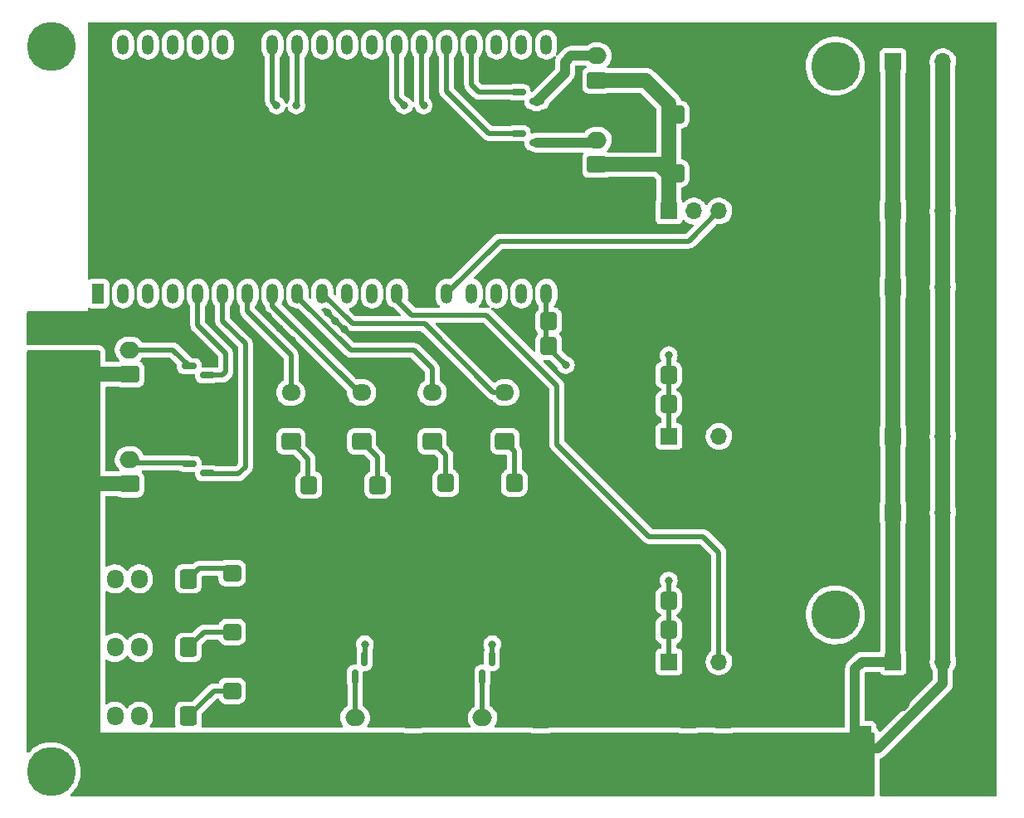
<source format=gtl>
%TF.GenerationSoftware,KiCad,Pcbnew,(6.0.8)*%
%TF.CreationDate,2023-01-08T14:39:41+01:00*%
%TF.ProjectId,MainPCB-Rev2,4d61696e-5043-4422-9d52-6576322e6b69,rev?*%
%TF.SameCoordinates,Original*%
%TF.FileFunction,Copper,L1,Top*%
%TF.FilePolarity,Positive*%
%FSLAX46Y46*%
G04 Gerber Fmt 4.6, Leading zero omitted, Abs format (unit mm)*
G04 Created by KiCad (PCBNEW (6.0.8)) date 2023-01-08 14:39:41*
%MOMM*%
%LPD*%
G01*
G04 APERTURE LIST*
G04 Aperture macros list*
%AMRoundRect*
0 Rectangle with rounded corners*
0 $1 Rounding radius*
0 $2 $3 $4 $5 $6 $7 $8 $9 X,Y pos of 4 corners*
0 Add a 4 corners polygon primitive as box body*
4,1,4,$2,$3,$4,$5,$6,$7,$8,$9,$2,$3,0*
0 Add four circle primitives for the rounded corners*
1,1,$1+$1,$2,$3*
1,1,$1+$1,$4,$5*
1,1,$1+$1,$6,$7*
1,1,$1+$1,$8,$9*
0 Add four rect primitives between the rounded corners*
20,1,$1+$1,$2,$3,$4,$5,0*
20,1,$1+$1,$4,$5,$6,$7,0*
20,1,$1+$1,$6,$7,$8,$9,0*
20,1,$1+$1,$8,$9,$2,$3,0*%
G04 Aperture macros list end*
%TA.AperFunction,SMDPad,CuDef*%
%ADD10RoundRect,0.320754X-0.529246X-0.579246X0.529246X-0.579246X0.529246X0.579246X-0.529246X0.579246X0*%
%TD*%
%TA.AperFunction,ComponentPad*%
%ADD11RoundRect,0.250000X0.600000X0.725000X-0.600000X0.725000X-0.600000X-0.725000X0.600000X-0.725000X0*%
%TD*%
%TA.AperFunction,ComponentPad*%
%ADD12O,1.700000X1.950000*%
%TD*%
%TA.AperFunction,SMDPad,CuDef*%
%ADD13RoundRect,0.320754X-0.579246X0.529246X-0.579246X-0.529246X0.579246X-0.529246X0.579246X0.529246X0*%
%TD*%
%TA.AperFunction,SMDPad,CuDef*%
%ADD14RoundRect,0.150000X-0.587500X-0.150000X0.587500X-0.150000X0.587500X0.150000X-0.587500X0.150000X0*%
%TD*%
%TA.AperFunction,ComponentPad*%
%ADD15RoundRect,0.250000X0.750000X-0.600000X0.750000X0.600000X-0.750000X0.600000X-0.750000X-0.600000X0*%
%TD*%
%TA.AperFunction,ComponentPad*%
%ADD16O,2.000000X1.700000*%
%TD*%
%TA.AperFunction,ComponentPad*%
%ADD17R,1.200000X2.000000*%
%TD*%
%TA.AperFunction,ComponentPad*%
%ADD18O,1.200000X2.000000*%
%TD*%
%TA.AperFunction,ComponentPad*%
%ADD19R,1.700000X1.700000*%
%TD*%
%TA.AperFunction,ComponentPad*%
%ADD20O,1.700000X1.700000*%
%TD*%
%TA.AperFunction,SMDPad,CuDef*%
%ADD21RoundRect,0.150000X0.587500X0.150000X-0.587500X0.150000X-0.587500X-0.150000X0.587500X-0.150000X0*%
%TD*%
%TA.AperFunction,ComponentPad*%
%ADD22RoundRect,0.250000X0.725000X-0.600000X0.725000X0.600000X-0.725000X0.600000X-0.725000X-0.600000X0*%
%TD*%
%TA.AperFunction,ComponentPad*%
%ADD23O,1.950000X1.700000*%
%TD*%
%TA.AperFunction,ComponentPad*%
%ADD24R,2.000000X4.600000*%
%TD*%
%TA.AperFunction,ComponentPad*%
%ADD25O,2.000000X4.200000*%
%TD*%
%TA.AperFunction,ComponentPad*%
%ADD26O,4.200000X2.000000*%
%TD*%
%TA.AperFunction,SMDPad,CuDef*%
%ADD27RoundRect,0.150000X-0.150000X0.587500X-0.150000X-0.587500X0.150000X-0.587500X0.150000X0.587500X0*%
%TD*%
%TA.AperFunction,SMDPad,CuDef*%
%ADD28RoundRect,0.320754X0.529246X0.579246X-0.529246X0.579246X-0.529246X-0.579246X0.529246X-0.579246X0*%
%TD*%
%TA.AperFunction,ComponentPad*%
%ADD29C,5.000000*%
%TD*%
%TA.AperFunction,SMDPad,CuDef*%
%ADD30RoundRect,0.320754X0.579246X-0.529246X0.579246X0.529246X-0.579246X0.529246X-0.579246X-0.529246X0*%
%TD*%
%TA.AperFunction,ComponentPad*%
%ADD31R,1.600000X1.600000*%
%TD*%
%TA.AperFunction,ComponentPad*%
%ADD32C,1.600000*%
%TD*%
%TA.AperFunction,ViaPad*%
%ADD33C,0.800000*%
%TD*%
%TA.AperFunction,Conductor*%
%ADD34C,1.000000*%
%TD*%
%TA.AperFunction,Conductor*%
%ADD35C,1.500000*%
%TD*%
%TA.AperFunction,Conductor*%
%ADD36C,0.500000*%
%TD*%
G04 APERTURE END LIST*
D10*
X96000000Y-89500000D03*
X98500000Y-89500000D03*
D11*
X47000000Y-121325000D03*
D12*
X44500000Y-121325000D03*
X42000000Y-121325000D03*
X39500000Y-121325000D03*
D10*
X96000000Y-86500000D03*
X98500000Y-86500000D03*
D13*
X69950000Y-121750000D03*
X69950000Y-124250000D03*
X51450000Y-106750000D03*
X51450000Y-109250000D03*
D14*
X80662500Y-61850000D03*
X80662500Y-63750000D03*
X82537500Y-62800000D03*
D15*
X64000000Y-124000000D03*
D16*
X64000000Y-121500000D03*
D10*
X83750000Y-83550000D03*
X86250000Y-83550000D03*
D17*
X37796560Y-78200000D03*
D18*
X40336560Y-78200000D03*
X42876560Y-78200000D03*
X45416560Y-78200000D03*
X47956560Y-78200000D03*
X50496560Y-78200000D03*
X53036560Y-78200000D03*
X55576560Y-78200000D03*
X58116560Y-78200000D03*
X60656560Y-78200000D03*
X63196560Y-78200000D03*
X65736560Y-78200000D03*
X68276560Y-78200000D03*
X70816560Y-78200000D03*
X73356560Y-78200000D03*
X75896560Y-78200000D03*
X78436560Y-78200000D03*
X80976560Y-78200000D03*
X83516560Y-78200000D03*
X83513840Y-52803680D03*
X80973840Y-52803680D03*
X78436560Y-52800000D03*
X75896560Y-52800000D03*
X73356560Y-52800000D03*
X70816560Y-52800000D03*
X68276560Y-52800000D03*
X65736560Y-52800000D03*
X63196560Y-52800000D03*
X60656560Y-52800000D03*
X58116560Y-52800000D03*
X55576560Y-52800000D03*
X53036560Y-52800000D03*
X50496560Y-52800000D03*
X47956560Y-52800000D03*
X45416560Y-52800000D03*
X42876560Y-52800000D03*
X40336560Y-52800000D03*
X37796560Y-52800000D03*
D19*
X118900000Y-115780000D03*
D20*
X123980000Y-100540000D03*
D19*
X118900000Y-100540000D03*
D20*
X123980000Y-115780000D03*
X126520000Y-100540000D03*
X121440000Y-115780000D03*
X126520000Y-115780000D03*
X121440000Y-100540000D03*
D19*
X96040000Y-115780000D03*
D20*
X98580000Y-115780000D03*
X101120000Y-115780000D03*
D21*
X48937500Y-96550000D03*
X48937500Y-94650000D03*
X47062500Y-95600000D03*
D22*
X64675000Y-93300000D03*
D23*
X64675000Y-90800000D03*
X64675000Y-88300000D03*
D24*
X115650000Y-124650000D03*
D25*
X121950000Y-124650000D03*
D26*
X118550000Y-119850000D03*
D15*
X88675000Y-56450000D03*
D16*
X88675000Y-53950000D03*
D27*
X64950000Y-115462500D03*
X63050000Y-115462500D03*
X64000000Y-117337500D03*
D28*
X80250000Y-97550000D03*
X77750000Y-97550000D03*
D22*
X57450000Y-93300000D03*
D23*
X57450000Y-90800000D03*
X57450000Y-88300000D03*
D29*
X33000000Y-53000000D03*
D28*
X99250000Y-59950000D03*
X96750000Y-59950000D03*
D13*
X51450000Y-118750000D03*
X51450000Y-121250000D03*
D15*
X41000000Y-86450000D03*
D16*
X41000000Y-83950000D03*
D30*
X101550000Y-124250000D03*
X101550000Y-121750000D03*
D10*
X96000000Y-112550000D03*
X98500000Y-112550000D03*
D14*
X80662500Y-57650000D03*
X80662500Y-59550000D03*
X82537500Y-58600000D03*
D15*
X41000000Y-97650000D03*
D16*
X41000000Y-95150000D03*
D22*
X79275000Y-93300000D03*
D23*
X79275000Y-90800000D03*
X79275000Y-88300000D03*
D28*
X66300000Y-97750000D03*
X63800000Y-97750000D03*
D15*
X88675000Y-65050000D03*
D16*
X88675000Y-62550000D03*
D13*
X82950000Y-121750000D03*
X82950000Y-124250000D03*
D28*
X39550000Y-102150000D03*
X37050000Y-102150000D03*
D30*
X98000000Y-124250000D03*
X98000000Y-121750000D03*
D28*
X59300000Y-97750000D03*
X56800000Y-97750000D03*
X39550000Y-90850000D03*
X37050000Y-90850000D03*
D20*
X123980000Y-77540000D03*
X123980000Y-92780000D03*
D19*
X118900000Y-92780000D03*
X118900000Y-77540000D03*
D20*
X121440000Y-77540000D03*
X121440000Y-92780000D03*
X126520000Y-77540000D03*
X126520000Y-92780000D03*
D19*
X96040000Y-92780000D03*
D20*
X98580000Y-92780000D03*
X101120000Y-92780000D03*
D15*
X77000000Y-124000000D03*
D16*
X77000000Y-121500000D03*
D10*
X96000000Y-109550000D03*
X98500000Y-109550000D03*
D13*
X51450000Y-112750000D03*
X51450000Y-115250000D03*
D28*
X73250000Y-97550000D03*
X70750000Y-97550000D03*
D22*
X71875000Y-93300000D03*
D23*
X71875000Y-90800000D03*
X71875000Y-88300000D03*
D29*
X113000000Y-55000000D03*
D10*
X83750000Y-81050000D03*
X86250000Y-81050000D03*
D21*
X48937500Y-86550000D03*
X48937500Y-84650000D03*
X47062500Y-85600000D03*
D28*
X99250000Y-65950000D03*
X96750000Y-65950000D03*
D20*
X123980000Y-69780000D03*
D19*
X118900000Y-69780000D03*
X118900000Y-54540000D03*
D20*
X123980000Y-54540000D03*
X126520000Y-54540000D03*
X121440000Y-69780000D03*
X121440000Y-54540000D03*
X126520000Y-69780000D03*
D19*
X96040000Y-69780000D03*
D20*
X98580000Y-69780000D03*
X101120000Y-69780000D03*
D11*
X47000000Y-107325000D03*
D12*
X44500000Y-107325000D03*
X42000000Y-107325000D03*
X39500000Y-107325000D03*
D11*
X47000000Y-114325000D03*
D12*
X44500000Y-114325000D03*
X42000000Y-114325000D03*
X39500000Y-114325000D03*
D31*
X109100000Y-124652651D03*
D32*
X109100000Y-121152651D03*
D29*
X113000000Y-111000000D03*
D27*
X77950000Y-115462500D03*
X76050000Y-115462500D03*
X77000000Y-117337500D03*
D29*
X33000000Y-127000000D03*
D33*
X62400000Y-84500000D03*
X57600000Y-83000000D03*
X69000000Y-67000000D03*
X47500000Y-99500000D03*
X67000000Y-112800000D03*
X50000000Y-91900000D03*
X70200000Y-82700000D03*
X124000000Y-128500000D03*
X70600000Y-108800000D03*
X45000000Y-91900000D03*
X67200000Y-110600000D03*
X41500000Y-89900000D03*
X62900000Y-81900000D03*
X73000000Y-108800000D03*
X124000000Y-52000000D03*
X90000000Y-107400000D03*
X121500000Y-128500000D03*
X68400000Y-108800000D03*
X65800000Y-82700000D03*
X46000000Y-82300000D03*
X61400000Y-104000000D03*
X63800000Y-61800000D03*
X82000000Y-111200000D03*
X119000000Y-52000000D03*
X72500000Y-61000000D03*
X78400000Y-108800000D03*
X58700000Y-80900000D03*
X52400000Y-104000000D03*
X84000000Y-104000000D03*
X79600000Y-65200000D03*
X73800000Y-104000000D03*
X58800000Y-84500000D03*
X56400000Y-61800000D03*
X75800000Y-108800000D03*
X56000000Y-118000000D03*
X87800000Y-109400000D03*
X67800000Y-104000000D03*
X80500000Y-112500000D03*
X88000000Y-100000000D03*
X72500000Y-59000000D03*
X64400000Y-82700000D03*
X119000000Y-117900000D03*
X84500000Y-96000000D03*
X91500000Y-88500000D03*
X91500000Y-77000000D03*
X44000000Y-89900000D03*
X68700000Y-82700000D03*
X45500000Y-99500000D03*
X54800000Y-84800000D03*
X42500000Y-91900000D03*
X122000000Y-118000000D03*
X54400000Y-59800000D03*
X60000000Y-58600000D03*
X56000000Y-112000000D03*
X49000000Y-89900000D03*
X76000000Y-111000000D03*
X117000000Y-118000000D03*
X126000000Y-123500000D03*
X86000000Y-90500000D03*
X73500000Y-63000000D03*
X61800000Y-60200000D03*
X62000000Y-81000000D03*
X85200000Y-111200000D03*
X71000000Y-69000000D03*
X76600000Y-104000000D03*
X56300000Y-81800000D03*
X46500000Y-89900000D03*
X79500000Y-114000000D03*
X58000000Y-63200000D03*
X86000000Y-87500000D03*
X91000000Y-96700000D03*
X75600000Y-99200000D03*
X56000000Y-106000000D03*
X59900000Y-82100000D03*
X83000000Y-65200000D03*
X76000000Y-65200000D03*
X81400000Y-65200000D03*
X91500000Y-84500000D03*
X126000000Y-121500000D03*
X58000000Y-104000000D03*
X67000000Y-59000000D03*
X51500000Y-99500000D03*
X46000000Y-80800000D03*
X77800000Y-59600000D03*
X77800000Y-65200000D03*
X83000000Y-97500000D03*
X66000000Y-64000000D03*
X64600000Y-104000000D03*
X50900000Y-94600000D03*
X74600000Y-83200000D03*
X91500000Y-80500000D03*
X119000000Y-128500000D03*
X67300000Y-82700000D03*
X63000000Y-113500000D03*
X54800000Y-86500000D03*
X56000000Y-121000000D03*
X126000000Y-125500000D03*
X91500000Y-74500000D03*
X49500000Y-99500000D03*
X92200000Y-105000000D03*
X70800000Y-104000000D03*
X54800000Y-104000000D03*
X56000000Y-109000000D03*
X73000000Y-81600000D03*
X79000000Y-59600000D03*
X76200000Y-84800000D03*
X54000000Y-57400000D03*
X91500000Y-92500000D03*
X121500000Y-52000000D03*
X55100000Y-80500000D03*
X61100000Y-83300000D03*
X51100000Y-88400000D03*
X126000000Y-128000000D03*
X86000000Y-102000000D03*
X75800000Y-113600000D03*
X61200000Y-80200000D03*
X67000000Y-61000000D03*
X54800000Y-88100000D03*
X53500000Y-99500000D03*
X47500000Y-91900000D03*
X56000000Y-115000000D03*
X86000000Y-93000000D03*
X79200000Y-104000000D03*
X126500000Y-52000000D03*
X85500000Y-85500000D03*
X96000000Y-84500000D03*
X96000000Y-107500000D03*
X78000000Y-114000000D03*
X71000000Y-59000000D03*
X69000000Y-59000000D03*
X65000000Y-114000000D03*
X58000000Y-59000000D03*
X56000000Y-59000000D03*
D34*
X115000000Y-116500000D02*
X115720000Y-115780000D01*
D35*
X34000000Y-101000000D02*
X37400000Y-97600000D01*
D34*
X117350000Y-124650000D02*
X123980000Y-118020000D01*
D35*
X118900000Y-115780000D02*
X118900000Y-54540000D01*
X123980000Y-54540000D02*
X123980000Y-115780000D01*
X38100000Y-126300000D02*
X34000000Y-122200000D01*
D34*
X115650000Y-124650000D02*
X117350000Y-124650000D01*
D35*
X37400000Y-97600000D02*
X40950000Y-97600000D01*
X36850000Y-86450000D02*
X41000000Y-86450000D01*
X34000000Y-122200000D02*
X34000000Y-101000000D01*
D34*
X115650000Y-124650000D02*
X115000000Y-124000000D01*
X123980000Y-118020000D02*
X123980000Y-115780000D01*
X115000000Y-124000000D02*
X115000000Y-116500000D01*
X115720000Y-115780000D02*
X118900000Y-115780000D01*
D35*
X40950000Y-97600000D02*
X41000000Y-97650000D01*
X34000000Y-101000000D02*
X34000000Y-89300000D01*
X114000000Y-126300000D02*
X38100000Y-126300000D01*
X34000000Y-89300000D02*
X36850000Y-86450000D01*
X115650000Y-124650000D02*
X114000000Y-126300000D01*
X126520000Y-54540000D02*
X126520000Y-115780000D01*
X121440000Y-54540000D02*
X121440000Y-115780000D01*
X88675000Y-65050000D02*
X95050000Y-65050000D01*
X96040000Y-67840000D02*
X96040000Y-58840000D01*
X93650000Y-56450000D02*
X88675000Y-56450000D01*
X96040000Y-58840000D02*
X93650000Y-56450000D01*
X96040000Y-67840000D02*
X96040000Y-69780000D01*
X95050000Y-65050000D02*
X96040000Y-66040000D01*
X96040000Y-66040000D02*
X96040000Y-67840000D01*
D36*
X66300000Y-94925000D02*
X66300000Y-97750000D01*
X71875000Y-93300000D02*
X73250000Y-94675000D01*
X64675000Y-93300000D02*
X66300000Y-94925000D01*
X96000000Y-89500000D02*
X96000000Y-86500000D01*
X83516560Y-83516560D02*
X83516560Y-78200000D01*
X96040000Y-89540000D02*
X96000000Y-89500000D01*
X49575000Y-118750000D02*
X47000000Y-121325000D01*
X51450000Y-118750000D02*
X49575000Y-118750000D01*
X57450000Y-93300000D02*
X59200000Y-95050000D01*
X59200000Y-95050000D02*
X59200000Y-97650000D01*
X96040000Y-92780000D02*
X96040000Y-89540000D01*
X59200000Y-97650000D02*
X59300000Y-97750000D01*
X73250000Y-94675000D02*
X73250000Y-97550000D01*
X96000000Y-86500000D02*
X96000000Y-84500000D01*
X85500000Y-85500000D02*
X83516560Y-83516560D01*
X96000000Y-112550000D02*
X96000000Y-109550000D01*
X96000000Y-109550000D02*
X96000000Y-107500000D01*
X47000000Y-114325000D02*
X48575000Y-112750000D01*
X48575000Y-112750000D02*
X51450000Y-112750000D01*
X80250000Y-94275000D02*
X80250000Y-97550000D01*
X96040000Y-112590000D02*
X96000000Y-112550000D01*
X96040000Y-115780000D02*
X96040000Y-112590000D01*
X48075000Y-106250000D02*
X51450000Y-106250000D01*
X79275000Y-93300000D02*
X80250000Y-94275000D01*
X47000000Y-107325000D02*
X48075000Y-106250000D01*
X47956560Y-81456560D02*
X50800000Y-84300000D01*
X47956560Y-78200000D02*
X47956560Y-81456560D01*
X50800000Y-84300000D02*
X50800000Y-86200000D01*
X50800000Y-86200000D02*
X50450000Y-86550000D01*
X50450000Y-86550000D02*
X48937500Y-86550000D01*
X52800000Y-83300000D02*
X52800000Y-95900000D01*
X52100000Y-96600000D02*
X48987500Y-96600000D01*
X48987500Y-96600000D02*
X48937500Y-96550000D01*
X52800000Y-95900000D02*
X52100000Y-96600000D01*
X50496560Y-80996560D02*
X52800000Y-83300000D01*
X50496560Y-78200000D02*
X50496560Y-80996560D01*
X53036560Y-78200000D02*
X53036560Y-80036560D01*
X57450000Y-84450000D02*
X57450000Y-88300000D01*
X53036560Y-80036560D02*
X57450000Y-84450000D01*
X64400000Y-88300000D02*
X64675000Y-88300000D01*
X55576560Y-79476560D02*
X64400000Y-88300000D01*
X55576560Y-78200000D02*
X55576560Y-79476560D01*
X58116560Y-78200000D02*
X58116560Y-78516560D01*
X71875000Y-85875000D02*
X71875000Y-88300000D01*
X58116560Y-78516560D02*
X63600000Y-84000000D01*
X63600000Y-84000000D02*
X70000000Y-84000000D01*
X70000000Y-84000000D02*
X71875000Y-85875000D01*
X71100000Y-81300000D02*
X63756560Y-81300000D01*
X78100000Y-88300000D02*
X71100000Y-81300000D01*
X79275000Y-88300000D02*
X78100000Y-88300000D01*
X63756560Y-81300000D02*
X60656560Y-78200000D01*
X99500000Y-103000000D02*
X101120000Y-104620000D01*
X94000000Y-103000000D02*
X99500000Y-103000000D01*
X84600000Y-87600000D02*
X84600000Y-93600000D01*
X69800000Y-80400000D02*
X77400000Y-80400000D01*
X68276560Y-78876560D02*
X69800000Y-80400000D01*
X68276560Y-78200000D02*
X68276560Y-78876560D01*
X101120000Y-104620000D02*
X101120000Y-115780000D01*
X84600000Y-93600000D02*
X94000000Y-103000000D01*
X77400000Y-80400000D02*
X84600000Y-87600000D01*
X78706560Y-72850000D02*
X98050000Y-72850000D01*
X73356560Y-78200000D02*
X78706560Y-72850000D01*
X98050000Y-72850000D02*
X101120000Y-69780000D01*
X75896560Y-52800000D02*
X75896560Y-56896560D01*
X76650000Y-57650000D02*
X80662500Y-57650000D01*
X75896560Y-56896560D02*
X76650000Y-57650000D01*
X80662500Y-61850000D02*
X77650000Y-61850000D01*
X73356560Y-57556560D02*
X73356560Y-52800000D01*
X77650000Y-61850000D02*
X73356560Y-57556560D01*
X70816560Y-52800000D02*
X70816560Y-58816560D01*
X78000000Y-114000000D02*
X78000000Y-115412500D01*
X70816560Y-58816560D02*
X71000000Y-59000000D01*
X68276560Y-58276560D02*
X69000000Y-59000000D01*
X68276560Y-52800000D02*
X68276560Y-58276560D01*
X65000000Y-115412500D02*
X64950000Y-115462500D01*
X65000000Y-114000000D02*
X65000000Y-115412500D01*
X58116560Y-58883440D02*
X58000000Y-59000000D01*
X58116560Y-52800000D02*
X58116560Y-58883440D01*
X55576560Y-58576560D02*
X56000000Y-59000000D01*
X55576560Y-52800000D02*
X55576560Y-58576560D01*
X41000000Y-83950000D02*
X45412500Y-83950000D01*
X45412500Y-83950000D02*
X47062500Y-85600000D01*
X46962500Y-95500000D02*
X41000000Y-95500000D01*
X47062500Y-95600000D02*
X46962500Y-95500000D01*
D34*
X82537500Y-58600000D02*
X85400000Y-55737500D01*
X85400000Y-54600000D02*
X86050000Y-53950000D01*
X86050000Y-53950000D02*
X88675000Y-53950000D01*
X85400000Y-55737500D02*
X85400000Y-54600000D01*
D36*
X77000000Y-117937500D02*
X77000000Y-121500000D01*
D34*
X82537500Y-62800000D02*
X88425000Y-62800000D01*
D36*
X88425000Y-62800000D02*
X88675000Y-62550000D01*
X64000000Y-117937500D02*
X64000000Y-121500000D01*
%TA.AperFunction,Conductor*%
G36*
X129433621Y-50528502D02*
G01*
X129480114Y-50582158D01*
X129491500Y-50634500D01*
X129491500Y-129365500D01*
X129471498Y-129433621D01*
X129417842Y-129480114D01*
X129365500Y-129491500D01*
X117639500Y-129491500D01*
X117571379Y-129471498D01*
X117524886Y-129417842D01*
X117513500Y-129365500D01*
X117513500Y-125747719D01*
X117533502Y-125679598D01*
X117587158Y-125633105D01*
X117603074Y-125627100D01*
X117635734Y-125617240D01*
X117636967Y-125616874D01*
X117720414Y-125592630D01*
X117720418Y-125592628D01*
X117726336Y-125590909D01*
X117731068Y-125588456D01*
X117736169Y-125586916D01*
X117741612Y-125584022D01*
X117818260Y-125543269D01*
X117819426Y-125542657D01*
X117896453Y-125502729D01*
X117901926Y-125499892D01*
X117906089Y-125496569D01*
X117910796Y-125494066D01*
X117982918Y-125435245D01*
X117983774Y-125434554D01*
X118022973Y-125403262D01*
X118025477Y-125400758D01*
X118026195Y-125400116D01*
X118030528Y-125396415D01*
X118064062Y-125369065D01*
X118093288Y-125333737D01*
X118101277Y-125324958D01*
X124649379Y-118776855D01*
X124659522Y-118767753D01*
X124684218Y-118747897D01*
X124689025Y-118744032D01*
X124721292Y-118705578D01*
X124724472Y-118701931D01*
X124726115Y-118700119D01*
X124728309Y-118697925D01*
X124755642Y-118664651D01*
X124756348Y-118663800D01*
X124812195Y-118597244D01*
X124816154Y-118592526D01*
X124818722Y-118587856D01*
X124822103Y-118583739D01*
X124865977Y-118501914D01*
X124866606Y-118500755D01*
X124908462Y-118424619D01*
X124908465Y-118424611D01*
X124911433Y-118419213D01*
X124913045Y-118414131D01*
X124915562Y-118409437D01*
X124942747Y-118320523D01*
X124943139Y-118319265D01*
X124969372Y-118236567D01*
X124971235Y-118230694D01*
X124971829Y-118225403D01*
X124973388Y-118220302D01*
X124976608Y-118188601D01*
X124982791Y-118127730D01*
X124982931Y-118126417D01*
X124985089Y-118107186D01*
X124988500Y-118076773D01*
X124988500Y-118073248D01*
X124988555Y-118072263D01*
X124989004Y-118066559D01*
X124992752Y-118029666D01*
X124992752Y-118029661D01*
X124993374Y-118023538D01*
X124989059Y-117977891D01*
X124988500Y-117966033D01*
X124988500Y-116743970D01*
X125008502Y-116675849D01*
X125016460Y-116665120D01*
X125018096Y-116663489D01*
X125148453Y-116482077D01*
X125217094Y-116343193D01*
X125245136Y-116286453D01*
X125245137Y-116286451D01*
X125247430Y-116281811D01*
X125298405Y-116114033D01*
X125310865Y-116073023D01*
X125310865Y-116073021D01*
X125312370Y-116068069D01*
X125341529Y-115846590D01*
X125342128Y-115822075D01*
X125343074Y-115783365D01*
X125343074Y-115783361D01*
X125343156Y-115780000D01*
X125324852Y-115557361D01*
X125285213Y-115399550D01*
X125271689Y-115345709D01*
X125271688Y-115345705D01*
X125270431Y-115340702D01*
X125268375Y-115335973D01*
X125268372Y-115335965D01*
X125248950Y-115291298D01*
X125238500Y-115241056D01*
X125238500Y-101087250D01*
X125247003Y-101042674D01*
X125247430Y-101041811D01*
X125312370Y-100828069D01*
X125341529Y-100606590D01*
X125343156Y-100540000D01*
X125324852Y-100317361D01*
X125270431Y-100100702D01*
X125268375Y-100095973D01*
X125268372Y-100095965D01*
X125248950Y-100051298D01*
X125238500Y-100001056D01*
X125238500Y-93327250D01*
X125247003Y-93282674D01*
X125247430Y-93281811D01*
X125312370Y-93068069D01*
X125341529Y-92846590D01*
X125343156Y-92780000D01*
X125324852Y-92557361D01*
X125279311Y-92376054D01*
X125271689Y-92345709D01*
X125271688Y-92345705D01*
X125270431Y-92340702D01*
X125268375Y-92335973D01*
X125268372Y-92335965D01*
X125248950Y-92291298D01*
X125238500Y-92241056D01*
X125238500Y-78087250D01*
X125247003Y-78042674D01*
X125247430Y-78041811D01*
X125312370Y-77828069D01*
X125341529Y-77606590D01*
X125343156Y-77540000D01*
X125324852Y-77317361D01*
X125270431Y-77100702D01*
X125268375Y-77095973D01*
X125268372Y-77095965D01*
X125248950Y-77051298D01*
X125238500Y-77001056D01*
X125238500Y-70327250D01*
X125247003Y-70282674D01*
X125247430Y-70281811D01*
X125312370Y-70068069D01*
X125341529Y-69846590D01*
X125343156Y-69780000D01*
X125324852Y-69557361D01*
X125298214Y-69451310D01*
X125271689Y-69345709D01*
X125271688Y-69345705D01*
X125270431Y-69340702D01*
X125268375Y-69335973D01*
X125268372Y-69335965D01*
X125248950Y-69291298D01*
X125238500Y-69241056D01*
X125238500Y-55087250D01*
X125247003Y-55042674D01*
X125247430Y-55041811D01*
X125312370Y-54828069D01*
X125341529Y-54606590D01*
X125341627Y-54602593D01*
X125343074Y-54543365D01*
X125343074Y-54543361D01*
X125343156Y-54540000D01*
X125324852Y-54317361D01*
X125270431Y-54100702D01*
X125181354Y-53895840D01*
X125122755Y-53805260D01*
X125062822Y-53712617D01*
X125062820Y-53712614D01*
X125060014Y-53708277D01*
X124909670Y-53543051D01*
X124905619Y-53539852D01*
X124905615Y-53539848D01*
X124738414Y-53407800D01*
X124738410Y-53407798D01*
X124734359Y-53404598D01*
X124538789Y-53296638D01*
X124533920Y-53294914D01*
X124533916Y-53294912D01*
X124333087Y-53223795D01*
X124333083Y-53223794D01*
X124328212Y-53222069D01*
X124323119Y-53221162D01*
X124323116Y-53221161D01*
X124113373Y-53183800D01*
X124113367Y-53183799D01*
X124108284Y-53182894D01*
X124034452Y-53181992D01*
X123890081Y-53180228D01*
X123890079Y-53180228D01*
X123884911Y-53180165D01*
X123664091Y-53213955D01*
X123451756Y-53283357D01*
X123253607Y-53386507D01*
X123249474Y-53389610D01*
X123249471Y-53389612D01*
X123079100Y-53517530D01*
X123074965Y-53520635D01*
X122920629Y-53682138D01*
X122794743Y-53866680D01*
X122780131Y-53898160D01*
X122704420Y-54061266D01*
X122700688Y-54069305D01*
X122640989Y-54284570D01*
X122617251Y-54506695D01*
X122617548Y-54511848D01*
X122617548Y-54511851D01*
X122626304Y-54663703D01*
X122630110Y-54729715D01*
X122631247Y-54734761D01*
X122631248Y-54734767D01*
X122651119Y-54822939D01*
X122679222Y-54947639D01*
X122701619Y-55002797D01*
X122712243Y-55028961D01*
X122721500Y-55076365D01*
X122721500Y-69236651D01*
X122709787Y-69289702D01*
X122702869Y-69304605D01*
X122702867Y-69304612D01*
X122700688Y-69309305D01*
X122640989Y-69524570D01*
X122617251Y-69746695D01*
X122617548Y-69751848D01*
X122617548Y-69751851D01*
X122623011Y-69846590D01*
X122630110Y-69969715D01*
X122631247Y-69974761D01*
X122631248Y-69974767D01*
X122651119Y-70062939D01*
X122679222Y-70187639D01*
X122705484Y-70252316D01*
X122712243Y-70268961D01*
X122721500Y-70316365D01*
X122721500Y-76996651D01*
X122709787Y-77049702D01*
X122702869Y-77064605D01*
X122702867Y-77064612D01*
X122700688Y-77069305D01*
X122640989Y-77284570D01*
X122617251Y-77506695D01*
X122617548Y-77511848D01*
X122617548Y-77511851D01*
X122623011Y-77606590D01*
X122630110Y-77729715D01*
X122631247Y-77734761D01*
X122631248Y-77734767D01*
X122651119Y-77822939D01*
X122679222Y-77947639D01*
X122705484Y-78012316D01*
X122712243Y-78028961D01*
X122721500Y-78076365D01*
X122721500Y-92236651D01*
X122709787Y-92289702D01*
X122702869Y-92304605D01*
X122702867Y-92304610D01*
X122700688Y-92309305D01*
X122640989Y-92524570D01*
X122617251Y-92746695D01*
X122617548Y-92751848D01*
X122617548Y-92751851D01*
X122623011Y-92846590D01*
X122630110Y-92969715D01*
X122631247Y-92974761D01*
X122631248Y-92974767D01*
X122651119Y-93062939D01*
X122679222Y-93187639D01*
X122705484Y-93252316D01*
X122712243Y-93268961D01*
X122721500Y-93316365D01*
X122721500Y-99996651D01*
X122709787Y-100049702D01*
X122702869Y-100064605D01*
X122702867Y-100064612D01*
X122700688Y-100069305D01*
X122640989Y-100284570D01*
X122617251Y-100506695D01*
X122617548Y-100511848D01*
X122617548Y-100511851D01*
X122623011Y-100606590D01*
X122630110Y-100729715D01*
X122631247Y-100734761D01*
X122631248Y-100734767D01*
X122651119Y-100822939D01*
X122679222Y-100947639D01*
X122705484Y-101012316D01*
X122712243Y-101028961D01*
X122721500Y-101076365D01*
X122721500Y-115236651D01*
X122709787Y-115289702D01*
X122702869Y-115304605D01*
X122702867Y-115304610D01*
X122700688Y-115309305D01*
X122640989Y-115524570D01*
X122617251Y-115746695D01*
X122617548Y-115751848D01*
X122617548Y-115751851D01*
X122623565Y-115856200D01*
X122630110Y-115969715D01*
X122631247Y-115974761D01*
X122631248Y-115974767D01*
X122641272Y-116019245D01*
X122679222Y-116187639D01*
X122763266Y-116394616D01*
X122765965Y-116399020D01*
X122870033Y-116568844D01*
X122879987Y-116585088D01*
X122932898Y-116646169D01*
X122940737Y-116655219D01*
X122970220Y-116719804D01*
X122971500Y-116737717D01*
X122971500Y-117550075D01*
X122951498Y-117618196D01*
X122934595Y-117639170D01*
X120254357Y-120319409D01*
X117664280Y-122909486D01*
X117601968Y-122943512D01*
X117531153Y-122938447D01*
X117474317Y-122895900D01*
X117461524Y-122874770D01*
X117458198Y-122867818D01*
X117455710Y-122860343D01*
X117376692Y-122737388D01*
X117330199Y-122683732D01*
X117219739Y-122588018D01*
X117215089Y-122585895D01*
X117169886Y-122533727D01*
X117158500Y-122481385D01*
X117158500Y-122301866D01*
X117151745Y-122239684D01*
X117100615Y-122103295D01*
X117013261Y-121986739D01*
X116896705Y-121899385D01*
X116760316Y-121848255D01*
X116698134Y-121841500D01*
X116134500Y-121841500D01*
X116066379Y-121821498D01*
X116019886Y-121767842D01*
X116008500Y-121715500D01*
X116008500Y-116969926D01*
X116028502Y-116901805D01*
X116045404Y-116880831D01*
X116100829Y-116825405D01*
X116163141Y-116791380D01*
X116189925Y-116788500D01*
X117478991Y-116788500D01*
X117547112Y-116808502D01*
X117593605Y-116862158D01*
X117595903Y-116867694D01*
X117596232Y-116868296D01*
X117599385Y-116876705D01*
X117686739Y-116993261D01*
X117803295Y-117080615D01*
X117939684Y-117131745D01*
X118001866Y-117138500D01*
X119798134Y-117138500D01*
X119860316Y-117131745D01*
X119996705Y-117080615D01*
X120113261Y-116993261D01*
X120200615Y-116876705D01*
X120251745Y-116740316D01*
X120258500Y-116678134D01*
X120258500Y-114881866D01*
X120251745Y-114819684D01*
X120200615Y-114683295D01*
X120183673Y-114660689D01*
X120158826Y-114594185D01*
X120158500Y-114585126D01*
X120158500Y-101734874D01*
X120178502Y-101666753D01*
X120183661Y-101659327D01*
X120200615Y-101636705D01*
X120251745Y-101500316D01*
X120258500Y-101438134D01*
X120258500Y-99641866D01*
X120251745Y-99579684D01*
X120200615Y-99443295D01*
X120183673Y-99420689D01*
X120158826Y-99354185D01*
X120158500Y-99345126D01*
X120158500Y-93974874D01*
X120178502Y-93906753D01*
X120183661Y-93899327D01*
X120200615Y-93876705D01*
X120251745Y-93740316D01*
X120258500Y-93678134D01*
X120258500Y-91881866D01*
X120251745Y-91819684D01*
X120200615Y-91683295D01*
X120183673Y-91660689D01*
X120158826Y-91594185D01*
X120158500Y-91585126D01*
X120158500Y-78734874D01*
X120178502Y-78666753D01*
X120183661Y-78659327D01*
X120200615Y-78636705D01*
X120251745Y-78500316D01*
X120258500Y-78438134D01*
X120258500Y-76641866D01*
X120251745Y-76579684D01*
X120200615Y-76443295D01*
X120183673Y-76420689D01*
X120158826Y-76354185D01*
X120158500Y-76345126D01*
X120158500Y-70974874D01*
X120178502Y-70906753D01*
X120183661Y-70899327D01*
X120200615Y-70876705D01*
X120251745Y-70740316D01*
X120258500Y-70678134D01*
X120258500Y-68881866D01*
X120251745Y-68819684D01*
X120200615Y-68683295D01*
X120183673Y-68660689D01*
X120158826Y-68594185D01*
X120158500Y-68585126D01*
X120158500Y-55734874D01*
X120178502Y-55666753D01*
X120183661Y-55659327D01*
X120200615Y-55636705D01*
X120251745Y-55500316D01*
X120258500Y-55438134D01*
X120258500Y-53641866D01*
X120251745Y-53579684D01*
X120200615Y-53443295D01*
X120113261Y-53326739D01*
X119996705Y-53239385D01*
X119860316Y-53188255D01*
X119798134Y-53181500D01*
X118001866Y-53181500D01*
X117939684Y-53188255D01*
X117803295Y-53239385D01*
X117686739Y-53326739D01*
X117599385Y-53443295D01*
X117548255Y-53579684D01*
X117541500Y-53641866D01*
X117541500Y-55438134D01*
X117548255Y-55500316D01*
X117599385Y-55636705D01*
X117616327Y-55659311D01*
X117641174Y-55725815D01*
X117641500Y-55734874D01*
X117641500Y-68585126D01*
X117621498Y-68653247D01*
X117616339Y-68660673D01*
X117599385Y-68683295D01*
X117548255Y-68819684D01*
X117541500Y-68881866D01*
X117541500Y-70678134D01*
X117548255Y-70740316D01*
X117599385Y-70876705D01*
X117616327Y-70899311D01*
X117641174Y-70965815D01*
X117641500Y-70974874D01*
X117641500Y-76345126D01*
X117621498Y-76413247D01*
X117616339Y-76420673D01*
X117599385Y-76443295D01*
X117548255Y-76579684D01*
X117541500Y-76641866D01*
X117541500Y-78438134D01*
X117548255Y-78500316D01*
X117599385Y-78636705D01*
X117616327Y-78659311D01*
X117641174Y-78725815D01*
X117641500Y-78734874D01*
X117641500Y-91585126D01*
X117621498Y-91653247D01*
X117616339Y-91660673D01*
X117599385Y-91683295D01*
X117548255Y-91819684D01*
X117541500Y-91881866D01*
X117541500Y-93678134D01*
X117548255Y-93740316D01*
X117599385Y-93876705D01*
X117616327Y-93899311D01*
X117641174Y-93965815D01*
X117641500Y-93974874D01*
X117641500Y-99345126D01*
X117621498Y-99413247D01*
X117616339Y-99420673D01*
X117599385Y-99443295D01*
X117548255Y-99579684D01*
X117541500Y-99641866D01*
X117541500Y-101438134D01*
X117548255Y-101500316D01*
X117599385Y-101636705D01*
X117616327Y-101659311D01*
X117641174Y-101725815D01*
X117641500Y-101734874D01*
X117641500Y-114585126D01*
X117621498Y-114653247D01*
X117616339Y-114660673D01*
X117599385Y-114683295D01*
X117596233Y-114691703D01*
X117591923Y-114699575D01*
X117590259Y-114698664D01*
X117554337Y-114746490D01*
X117487776Y-114771193D01*
X117478991Y-114771500D01*
X115781843Y-114771500D01*
X115768236Y-114770763D01*
X115736738Y-114767341D01*
X115736733Y-114767341D01*
X115730612Y-114766676D01*
X115704362Y-114768973D01*
X115680612Y-114771050D01*
X115675786Y-114771379D01*
X115673314Y-114771500D01*
X115670231Y-114771500D01*
X115658262Y-114772674D01*
X115627494Y-114775690D01*
X115626181Y-114775812D01*
X115581916Y-114779685D01*
X115533587Y-114783913D01*
X115528468Y-114785400D01*
X115523167Y-114785920D01*
X115434166Y-114812791D01*
X115433033Y-114813126D01*
X115349586Y-114837370D01*
X115349582Y-114837372D01*
X115343664Y-114839091D01*
X115338932Y-114841544D01*
X115333831Y-114843084D01*
X115328388Y-114845978D01*
X115251740Y-114886731D01*
X115250574Y-114887343D01*
X115190659Y-114918401D01*
X115168074Y-114930108D01*
X115163911Y-114933431D01*
X115159204Y-114935934D01*
X115154429Y-114939828D01*
X115154428Y-114939829D01*
X115087102Y-114994739D01*
X115086075Y-114995567D01*
X115049792Y-115024531D01*
X115049787Y-115024536D01*
X115047028Y-115026738D01*
X115044527Y-115029239D01*
X115043809Y-115029881D01*
X115039461Y-115033594D01*
X115005938Y-115060935D01*
X115002015Y-115065677D01*
X115002013Y-115065679D01*
X114976703Y-115096273D01*
X114968713Y-115105053D01*
X114330621Y-115743145D01*
X114320478Y-115752247D01*
X114290975Y-115775968D01*
X114267916Y-115803449D01*
X114258709Y-115814421D01*
X114255528Y-115818069D01*
X114253885Y-115819881D01*
X114251691Y-115822075D01*
X114224358Y-115855349D01*
X114223696Y-115856147D01*
X114163846Y-115927474D01*
X114161278Y-115932144D01*
X114157897Y-115936261D01*
X114126860Y-115994145D01*
X114114023Y-116018086D01*
X114113394Y-116019245D01*
X114071538Y-116095381D01*
X114071535Y-116095389D01*
X114068567Y-116100787D01*
X114066955Y-116105869D01*
X114064438Y-116110563D01*
X114037238Y-116199531D01*
X114036918Y-116200559D01*
X114008765Y-116289306D01*
X114008171Y-116294602D01*
X114006613Y-116299698D01*
X113997458Y-116389829D01*
X113997218Y-116392187D01*
X113997089Y-116393393D01*
X113991500Y-116443227D01*
X113991500Y-116446754D01*
X113991445Y-116447739D01*
X113990998Y-116453419D01*
X113988342Y-116479573D01*
X113987661Y-116486277D01*
X113986626Y-116496462D01*
X113987206Y-116502593D01*
X113990941Y-116542109D01*
X113991500Y-116553967D01*
X113991500Y-122360500D01*
X113971498Y-122428621D01*
X113917842Y-122475114D01*
X113865500Y-122486500D01*
X102571895Y-122486500D01*
X102454635Y-122500068D01*
X102398613Y-122513208D01*
X102287556Y-122553190D01*
X102251178Y-122571248D01*
X102225640Y-122580643D01*
X102183075Y-122591256D01*
X102152593Y-122594999D01*
X101550002Y-122595000D01*
X100947411Y-122595000D01*
X100916929Y-122591257D01*
X100874360Y-122580643D01*
X100848822Y-122571248D01*
X100812444Y-122553190D01*
X100701387Y-122513208D01*
X100645365Y-122500068D01*
X100528105Y-122486500D01*
X99021895Y-122486500D01*
X98904635Y-122500068D01*
X98848613Y-122513208D01*
X98737556Y-122553190D01*
X98701178Y-122571248D01*
X98675640Y-122580643D01*
X98633075Y-122591256D01*
X98602593Y-122594999D01*
X98000002Y-122595000D01*
X97397411Y-122595000D01*
X97366929Y-122591257D01*
X97324360Y-122580643D01*
X97298822Y-122571248D01*
X97262444Y-122553190D01*
X97151387Y-122513208D01*
X97095365Y-122500068D01*
X96978105Y-122486500D01*
X83971895Y-122486500D01*
X83854635Y-122500068D01*
X83798613Y-122513208D01*
X83687556Y-122553190D01*
X83651178Y-122571248D01*
X83625640Y-122580643D01*
X83583075Y-122591256D01*
X83552593Y-122594999D01*
X82950002Y-122595000D01*
X82347411Y-122595000D01*
X82316929Y-122591257D01*
X82274360Y-122580643D01*
X82248822Y-122571248D01*
X82212444Y-122553190D01*
X82101387Y-122513208D01*
X82045365Y-122500068D01*
X81928105Y-122486500D01*
X78360121Y-122486500D01*
X78292000Y-122466498D01*
X78245507Y-122412842D01*
X78235403Y-122342568D01*
X78259031Y-122285288D01*
X78302870Y-122226366D01*
X78308754Y-122218458D01*
X78311680Y-122212704D01*
X78370959Y-122096109D01*
X78413240Y-122012949D01*
X78421379Y-121986739D01*
X78480024Y-121797871D01*
X78481607Y-121792773D01*
X78491849Y-121715500D01*
X78511198Y-121569511D01*
X78511198Y-121569506D01*
X78511898Y-121564226D01*
X78503249Y-121333842D01*
X78455907Y-121108209D01*
X78453948Y-121103248D01*
X78373185Y-120898744D01*
X78373184Y-120898742D01*
X78371224Y-120893779D01*
X78251623Y-120696683D01*
X78164755Y-120596576D01*
X78104023Y-120526588D01*
X78104021Y-120526586D01*
X78100523Y-120522555D01*
X78023315Y-120459248D01*
X77926373Y-120379760D01*
X77926367Y-120379756D01*
X77922245Y-120376376D01*
X77822168Y-120319409D01*
X77772862Y-120268327D01*
X77758500Y-120209907D01*
X77758500Y-118208754D01*
X77763503Y-118173602D01*
X77803767Y-118035011D01*
X77803768Y-118035007D01*
X77805562Y-118028831D01*
X77806462Y-118017407D01*
X77808307Y-117993958D01*
X77808307Y-117993950D01*
X77808500Y-117991502D01*
X77808500Y-116834500D01*
X77828502Y-116766379D01*
X77882158Y-116719886D01*
X77934500Y-116708500D01*
X78166502Y-116708500D01*
X78168950Y-116708307D01*
X78168958Y-116708307D01*
X78197421Y-116706067D01*
X78197426Y-116706066D01*
X78203831Y-116705562D01*
X78310001Y-116674717D01*
X78355988Y-116661357D01*
X78355990Y-116661356D01*
X78363601Y-116659145D01*
X78395987Y-116639992D01*
X78499980Y-116578491D01*
X78499983Y-116578489D01*
X78506807Y-116574453D01*
X78624453Y-116456807D01*
X78628489Y-116449983D01*
X78628491Y-116449980D01*
X78705108Y-116320427D01*
X78709145Y-116313601D01*
X78711402Y-116305834D01*
X78742329Y-116199380D01*
X78755562Y-116153831D01*
X78756584Y-116140855D01*
X78758307Y-116118958D01*
X78758307Y-116118950D01*
X78758500Y-116116502D01*
X78758500Y-114536999D01*
X78775381Y-114473999D01*
X78831223Y-114377279D01*
X78831224Y-114377278D01*
X78834527Y-114371556D01*
X78893542Y-114189928D01*
X78902101Y-114108499D01*
X78912814Y-114006565D01*
X78913504Y-114000000D01*
X78907305Y-113941022D01*
X78894232Y-113816635D01*
X78894232Y-113816633D01*
X78893542Y-113810072D01*
X78834527Y-113628444D01*
X78805679Y-113578477D01*
X78742341Y-113468774D01*
X78739040Y-113463056D01*
X78729066Y-113451978D01*
X78615675Y-113326045D01*
X78615674Y-113326044D01*
X78611253Y-113321134D01*
X78495324Y-113236906D01*
X78462094Y-113212763D01*
X78462093Y-113212762D01*
X78456752Y-113208882D01*
X78450724Y-113206198D01*
X78450722Y-113206197D01*
X78288319Y-113133891D01*
X78288318Y-113133891D01*
X78282288Y-113131206D01*
X78175489Y-113108505D01*
X78101944Y-113092872D01*
X78101939Y-113092872D01*
X78095487Y-113091500D01*
X77904513Y-113091500D01*
X77898061Y-113092872D01*
X77898056Y-113092872D01*
X77824511Y-113108505D01*
X77717712Y-113131206D01*
X77711682Y-113133891D01*
X77711681Y-113133891D01*
X77549278Y-113206197D01*
X77549276Y-113206198D01*
X77543248Y-113208882D01*
X77537907Y-113212762D01*
X77537906Y-113212763D01*
X77504676Y-113236906D01*
X77388747Y-113321134D01*
X77384326Y-113326044D01*
X77384325Y-113326045D01*
X77270935Y-113451978D01*
X77260960Y-113463056D01*
X77257659Y-113468774D01*
X77194322Y-113578477D01*
X77165473Y-113628444D01*
X77106458Y-113810072D01*
X77105768Y-113816633D01*
X77105768Y-113816635D01*
X77092695Y-113941022D01*
X77086496Y-114000000D01*
X77087186Y-114006565D01*
X77097900Y-114108499D01*
X77106458Y-114189928D01*
X77165473Y-114371556D01*
X77168776Y-114377278D01*
X77168777Y-114377279D01*
X77211266Y-114450872D01*
X77228004Y-114519867D01*
X77210601Y-114578010D01*
X77190855Y-114611399D01*
X77144438Y-114771169D01*
X77143934Y-114777574D01*
X77143933Y-114777579D01*
X77141693Y-114806042D01*
X77141500Y-114808498D01*
X77141500Y-115965500D01*
X77121498Y-116033621D01*
X77067842Y-116080114D01*
X77015500Y-116091500D01*
X76783498Y-116091500D01*
X76781050Y-116091693D01*
X76781042Y-116091693D01*
X76752579Y-116093933D01*
X76752574Y-116093934D01*
X76746169Y-116094438D01*
X76661770Y-116118958D01*
X76594012Y-116138643D01*
X76594010Y-116138644D01*
X76586399Y-116140855D01*
X76579572Y-116144892D01*
X76579573Y-116144892D01*
X76450020Y-116221509D01*
X76450017Y-116221511D01*
X76443193Y-116225547D01*
X76325547Y-116343193D01*
X76321511Y-116350017D01*
X76321509Y-116350020D01*
X76263281Y-116448479D01*
X76240855Y-116486399D01*
X76194438Y-116646169D01*
X76193934Y-116652574D01*
X76193933Y-116652579D01*
X76192191Y-116674717D01*
X76191500Y-116683498D01*
X76191500Y-117991502D01*
X76191693Y-117993950D01*
X76191693Y-117993958D01*
X76193539Y-118017407D01*
X76194438Y-118028831D01*
X76196232Y-118035007D01*
X76196233Y-118035011D01*
X76236497Y-118173602D01*
X76241500Y-118208754D01*
X76241500Y-120204880D01*
X76221498Y-120273001D01*
X76185867Y-120309400D01*
X76111559Y-120359427D01*
X75995681Y-120437441D01*
X75991824Y-120441120D01*
X75991822Y-120441122D01*
X75933841Y-120496434D01*
X75828865Y-120596576D01*
X75691246Y-120781542D01*
X75586760Y-120987051D01*
X75585178Y-120992145D01*
X75585177Y-120992148D01*
X75523115Y-121192020D01*
X75518393Y-121207227D01*
X75517692Y-121212516D01*
X75502304Y-121328623D01*
X75488102Y-121435774D01*
X75496751Y-121666158D01*
X75544093Y-121891791D01*
X75546051Y-121896750D01*
X75546052Y-121896752D01*
X75625207Y-122097183D01*
X75628776Y-122106221D01*
X75631543Y-122110781D01*
X75631547Y-122110789D01*
X75743411Y-122295135D01*
X75761650Y-122363748D01*
X75739898Y-122431331D01*
X75685062Y-122476425D01*
X75635692Y-122486500D01*
X70971895Y-122486500D01*
X70854635Y-122500068D01*
X70798613Y-122513208D01*
X70687556Y-122553190D01*
X70651178Y-122571248D01*
X70625640Y-122580643D01*
X70583075Y-122591256D01*
X70552593Y-122594999D01*
X69950002Y-122595000D01*
X69347411Y-122595000D01*
X69316929Y-122591257D01*
X69274360Y-122580643D01*
X69248822Y-122571248D01*
X69212444Y-122553190D01*
X69101387Y-122513208D01*
X69045365Y-122500068D01*
X68928105Y-122486500D01*
X65360121Y-122486500D01*
X65292000Y-122466498D01*
X65245507Y-122412842D01*
X65235403Y-122342568D01*
X65259031Y-122285288D01*
X65302870Y-122226366D01*
X65308754Y-122218458D01*
X65311680Y-122212704D01*
X65370959Y-122096109D01*
X65413240Y-122012949D01*
X65421379Y-121986739D01*
X65480024Y-121797871D01*
X65481607Y-121792773D01*
X65491849Y-121715500D01*
X65511198Y-121569511D01*
X65511198Y-121569506D01*
X65511898Y-121564226D01*
X65503249Y-121333842D01*
X65455907Y-121108209D01*
X65453948Y-121103248D01*
X65373185Y-120898744D01*
X65373184Y-120898742D01*
X65371224Y-120893779D01*
X65251623Y-120696683D01*
X65164755Y-120596576D01*
X65104023Y-120526588D01*
X65104021Y-120526586D01*
X65100523Y-120522555D01*
X65023315Y-120459248D01*
X64926373Y-120379760D01*
X64926367Y-120379756D01*
X64922245Y-120376376D01*
X64822168Y-120319409D01*
X64772862Y-120268327D01*
X64758500Y-120209907D01*
X64758500Y-118208754D01*
X64763503Y-118173602D01*
X64803767Y-118035011D01*
X64803768Y-118035007D01*
X64805562Y-118028831D01*
X64806462Y-118017407D01*
X64808307Y-117993958D01*
X64808307Y-117993950D01*
X64808500Y-117991502D01*
X64808500Y-116834500D01*
X64828502Y-116766379D01*
X64882158Y-116719886D01*
X64934500Y-116708500D01*
X65166502Y-116708500D01*
X65168950Y-116708307D01*
X65168958Y-116708307D01*
X65197421Y-116706067D01*
X65197426Y-116706066D01*
X65203831Y-116705562D01*
X65310001Y-116674717D01*
X65355988Y-116661357D01*
X65355990Y-116661356D01*
X65363601Y-116659145D01*
X65395987Y-116639992D01*
X65499980Y-116578491D01*
X65499983Y-116578489D01*
X65506807Y-116574453D01*
X65624453Y-116456807D01*
X65628489Y-116449983D01*
X65628491Y-116449980D01*
X65705108Y-116320427D01*
X65709145Y-116313601D01*
X65711402Y-116305834D01*
X65742329Y-116199380D01*
X65755562Y-116153831D01*
X65756584Y-116140855D01*
X65758307Y-116118958D01*
X65758307Y-116118950D01*
X65758500Y-116116502D01*
X65758500Y-115500452D01*
X65758999Y-115489252D01*
X65759151Y-115487548D01*
X65760641Y-115480385D01*
X65758546Y-115402958D01*
X65758500Y-115399550D01*
X65758500Y-114536999D01*
X65775381Y-114473999D01*
X65831223Y-114377279D01*
X65831224Y-114377278D01*
X65834527Y-114371556D01*
X65893542Y-114189928D01*
X65902101Y-114108499D01*
X65912814Y-114006565D01*
X65913504Y-114000000D01*
X65907305Y-113941022D01*
X65894232Y-113816635D01*
X65894232Y-113816633D01*
X65893542Y-113810072D01*
X65834527Y-113628444D01*
X65805679Y-113578477D01*
X65742341Y-113468774D01*
X65739040Y-113463056D01*
X65729066Y-113451978D01*
X65615675Y-113326045D01*
X65615674Y-113326044D01*
X65611253Y-113321134D01*
X65495324Y-113236906D01*
X65462094Y-113212763D01*
X65462093Y-113212762D01*
X65456752Y-113208882D01*
X65450724Y-113206198D01*
X65450722Y-113206197D01*
X65288319Y-113133891D01*
X65288318Y-113133891D01*
X65282288Y-113131206D01*
X65175489Y-113108505D01*
X65101944Y-113092872D01*
X65101939Y-113092872D01*
X65095487Y-113091500D01*
X64904513Y-113091500D01*
X64898061Y-113092872D01*
X64898056Y-113092872D01*
X64824511Y-113108505D01*
X64717712Y-113131206D01*
X64711682Y-113133891D01*
X64711681Y-113133891D01*
X64549278Y-113206197D01*
X64549276Y-113206198D01*
X64543248Y-113208882D01*
X64537907Y-113212762D01*
X64537906Y-113212763D01*
X64504676Y-113236906D01*
X64388747Y-113321134D01*
X64384326Y-113326044D01*
X64384325Y-113326045D01*
X64270935Y-113451978D01*
X64260960Y-113463056D01*
X64257659Y-113468774D01*
X64194322Y-113578477D01*
X64165473Y-113628444D01*
X64106458Y-113810072D01*
X64105768Y-113816633D01*
X64105768Y-113816635D01*
X64092695Y-113941022D01*
X64086496Y-114000000D01*
X64087186Y-114006565D01*
X64097900Y-114108499D01*
X64106458Y-114189928D01*
X64165473Y-114371556D01*
X64168776Y-114377278D01*
X64168777Y-114377279D01*
X64211266Y-114450872D01*
X64228004Y-114519867D01*
X64210601Y-114578010D01*
X64190855Y-114611399D01*
X64144438Y-114771169D01*
X64143934Y-114777574D01*
X64143933Y-114777579D01*
X64141693Y-114806042D01*
X64141500Y-114808498D01*
X64141500Y-115965500D01*
X64121498Y-116033621D01*
X64067842Y-116080114D01*
X64015500Y-116091500D01*
X63783498Y-116091500D01*
X63781050Y-116091693D01*
X63781042Y-116091693D01*
X63752579Y-116093933D01*
X63752574Y-116093934D01*
X63746169Y-116094438D01*
X63661770Y-116118958D01*
X63594012Y-116138643D01*
X63594010Y-116138644D01*
X63586399Y-116140855D01*
X63579572Y-116144892D01*
X63579573Y-116144892D01*
X63450020Y-116221509D01*
X63450017Y-116221511D01*
X63443193Y-116225547D01*
X63325547Y-116343193D01*
X63321511Y-116350017D01*
X63321509Y-116350020D01*
X63263281Y-116448479D01*
X63240855Y-116486399D01*
X63194438Y-116646169D01*
X63193934Y-116652574D01*
X63193933Y-116652579D01*
X63192191Y-116674717D01*
X63191500Y-116683498D01*
X63191500Y-117991502D01*
X63191693Y-117993950D01*
X63191693Y-117993958D01*
X63193539Y-118017407D01*
X63194438Y-118028831D01*
X63196232Y-118035007D01*
X63196233Y-118035011D01*
X63236497Y-118173602D01*
X63241500Y-118208754D01*
X63241500Y-120204880D01*
X63221498Y-120273001D01*
X63185867Y-120309400D01*
X63111559Y-120359427D01*
X62995681Y-120437441D01*
X62991824Y-120441120D01*
X62991822Y-120441122D01*
X62933841Y-120496434D01*
X62828865Y-120596576D01*
X62691246Y-120781542D01*
X62586760Y-120987051D01*
X62585178Y-120992145D01*
X62585177Y-120992148D01*
X62523115Y-121192020D01*
X62518393Y-121207227D01*
X62517692Y-121212516D01*
X62502304Y-121328623D01*
X62488102Y-121435774D01*
X62496751Y-121666158D01*
X62544093Y-121891791D01*
X62546051Y-121896750D01*
X62546052Y-121896752D01*
X62625207Y-122097183D01*
X62628776Y-122106221D01*
X62631543Y-122110781D01*
X62631547Y-122110789D01*
X62743411Y-122295135D01*
X62761650Y-122363748D01*
X62739898Y-122431331D01*
X62685062Y-122476425D01*
X62635692Y-122486500D01*
X48428924Y-122486500D01*
X48360803Y-122466498D01*
X48314310Y-122412842D01*
X48304206Y-122342568D01*
X48309331Y-122320833D01*
X48345632Y-122211389D01*
X48345632Y-122211387D01*
X48347797Y-122204861D01*
X48358500Y-122100400D01*
X48358500Y-121091371D01*
X48378502Y-121023250D01*
X48395405Y-121002276D01*
X49852276Y-119545405D01*
X49914588Y-119511379D01*
X49941371Y-119508500D01*
X49980617Y-119508500D01*
X50048738Y-119528502D01*
X50093477Y-119578477D01*
X50164992Y-119722545D01*
X50164994Y-119722549D01*
X50168027Y-119728658D01*
X50280925Y-119869075D01*
X50286237Y-119873346D01*
X50334694Y-119912306D01*
X50421342Y-119981973D01*
X50427448Y-119985004D01*
X50427451Y-119985006D01*
X50576615Y-120059051D01*
X50576619Y-120059052D01*
X50582726Y-120062084D01*
X50757548Y-120105672D01*
X50778353Y-120107090D01*
X50796882Y-120108354D01*
X50796893Y-120108354D01*
X50799029Y-120108500D01*
X51449697Y-120108500D01*
X52100970Y-120108499D01*
X52133907Y-120106254D01*
X52136906Y-120106050D01*
X52142452Y-120105672D01*
X52317274Y-120062084D01*
X52323381Y-120059052D01*
X52323385Y-120059051D01*
X52472549Y-119985006D01*
X52472552Y-119985004D01*
X52478658Y-119981973D01*
X52565307Y-119912306D01*
X52613763Y-119873346D01*
X52619075Y-119869075D01*
X52731973Y-119728658D01*
X52735006Y-119722549D01*
X52809051Y-119573385D01*
X52809052Y-119573381D01*
X52812084Y-119567274D01*
X52855672Y-119392452D01*
X52858500Y-119350971D01*
X52858499Y-118149030D01*
X52855672Y-118107548D01*
X52812084Y-117932726D01*
X52735008Y-117777455D01*
X52735006Y-117777451D01*
X52735004Y-117777448D01*
X52731973Y-117771342D01*
X52619075Y-117630925D01*
X52478658Y-117518027D01*
X52472552Y-117514996D01*
X52472549Y-117514994D01*
X52323385Y-117440949D01*
X52323381Y-117440948D01*
X52317274Y-117437916D01*
X52142452Y-117394328D01*
X52121647Y-117392910D01*
X52103118Y-117391646D01*
X52103107Y-117391646D01*
X52100971Y-117391500D01*
X51450303Y-117391500D01*
X50799030Y-117391501D01*
X50766093Y-117393746D01*
X50763094Y-117393950D01*
X50757548Y-117394328D01*
X50582726Y-117437916D01*
X50576619Y-117440948D01*
X50576615Y-117440949D01*
X50427451Y-117514994D01*
X50427448Y-117514996D01*
X50421342Y-117518027D01*
X50280925Y-117630925D01*
X50168027Y-117771342D01*
X50164994Y-117777451D01*
X50164992Y-117777455D01*
X50093477Y-117921523D01*
X50045272Y-117973647D01*
X49980617Y-117991500D01*
X49642070Y-117991500D01*
X49623120Y-117990067D01*
X49608885Y-117987901D01*
X49608881Y-117987901D01*
X49601651Y-117986801D01*
X49594359Y-117987394D01*
X49594356Y-117987394D01*
X49548982Y-117991085D01*
X49538767Y-117991500D01*
X49530707Y-117991500D01*
X49527073Y-117991924D01*
X49527067Y-117991924D01*
X49514042Y-117993443D01*
X49502480Y-117994791D01*
X49498132Y-117995221D01*
X49425364Y-118001140D01*
X49418403Y-118003395D01*
X49412463Y-118004582D01*
X49406588Y-118005971D01*
X49399319Y-118006818D01*
X49330670Y-118031736D01*
X49326542Y-118033153D01*
X49264064Y-118053393D01*
X49264062Y-118053394D01*
X49257101Y-118055649D01*
X49250846Y-118059445D01*
X49245372Y-118061951D01*
X49239942Y-118064670D01*
X49233063Y-118067167D01*
X49226943Y-118071180D01*
X49226942Y-118071180D01*
X49172024Y-118107186D01*
X49168320Y-118109523D01*
X49105893Y-118147405D01*
X49097516Y-118154803D01*
X49097492Y-118154776D01*
X49094500Y-118157429D01*
X49091267Y-118160132D01*
X49085148Y-118164144D01*
X49080116Y-118169456D01*
X49031872Y-118220383D01*
X49029494Y-118222825D01*
X47447724Y-119804595D01*
X47385412Y-119838621D01*
X47358629Y-119841500D01*
X46349600Y-119841500D01*
X46346354Y-119841837D01*
X46346350Y-119841837D01*
X46250692Y-119851762D01*
X46250688Y-119851763D01*
X46243834Y-119852474D01*
X46237298Y-119854655D01*
X46237296Y-119854655D01*
X46191374Y-119869976D01*
X46076054Y-119908450D01*
X45925652Y-120001522D01*
X45800695Y-120126697D01*
X45796855Y-120132927D01*
X45796854Y-120132928D01*
X45713393Y-120268327D01*
X45707885Y-120277262D01*
X45705581Y-120284209D01*
X45655745Y-120434461D01*
X45652203Y-120445139D01*
X45641500Y-120549600D01*
X45641500Y-122100400D01*
X45641837Y-122103646D01*
X45641837Y-122103650D01*
X45650875Y-122190752D01*
X45652474Y-122206166D01*
X45654655Y-122212702D01*
X45654655Y-122212704D01*
X45690660Y-122320624D01*
X45693244Y-122391574D01*
X45657060Y-122452657D01*
X45593596Y-122484482D01*
X45571136Y-122486500D01*
X43173202Y-122486500D01*
X43105081Y-122466498D01*
X43058588Y-122412842D01*
X43048484Y-122342568D01*
X43075767Y-122280611D01*
X43123624Y-122222245D01*
X43128487Y-122213703D01*
X43235032Y-122026529D01*
X43237675Y-122021886D01*
X43316337Y-121805175D01*
X43332553Y-121715500D01*
X43356623Y-121582392D01*
X43356624Y-121582385D01*
X43357361Y-121578308D01*
X43358500Y-121554156D01*
X43358500Y-121142110D01*
X43343920Y-120970280D01*
X43342582Y-120965125D01*
X43342581Y-120965119D01*
X43287343Y-120752297D01*
X43287342Y-120752293D01*
X43286001Y-120747128D01*
X43265332Y-120701243D01*
X43193507Y-120541798D01*
X43191312Y-120536925D01*
X43062559Y-120345681D01*
X43003918Y-120284209D01*
X42967446Y-120245977D01*
X42903424Y-120178865D01*
X42718458Y-120041246D01*
X42713707Y-120038830D01*
X42713703Y-120038828D01*
X42601876Y-119981973D01*
X42512949Y-119936760D01*
X42507855Y-119935178D01*
X42507852Y-119935177D01*
X42297871Y-119869976D01*
X42292773Y-119868393D01*
X42287484Y-119867692D01*
X42069511Y-119838802D01*
X42069506Y-119838802D01*
X42064226Y-119838102D01*
X42058897Y-119838302D01*
X42058895Y-119838302D01*
X41949034Y-119842427D01*
X41833842Y-119846751D01*
X41608209Y-119894093D01*
X41603250Y-119896051D01*
X41603248Y-119896052D01*
X41398744Y-119976815D01*
X41398742Y-119976816D01*
X41393779Y-119978776D01*
X41389220Y-119981543D01*
X41389217Y-119981544D01*
X41290832Y-120041246D01*
X41196683Y-120098377D01*
X41192653Y-120101874D01*
X41068156Y-120209907D01*
X41022555Y-120249477D01*
X41019168Y-120253608D01*
X40879760Y-120423627D01*
X40879756Y-120423633D01*
X40876376Y-120427755D01*
X40858448Y-120459250D01*
X40807368Y-120508555D01*
X40737738Y-120522417D01*
X40671667Y-120496434D01*
X40644427Y-120467284D01*
X40583224Y-120376376D01*
X40562559Y-120345681D01*
X40503918Y-120284209D01*
X40467446Y-120245977D01*
X40403424Y-120178865D01*
X40218458Y-120041246D01*
X40213707Y-120038830D01*
X40213703Y-120038828D01*
X40101876Y-119981973D01*
X40012949Y-119936760D01*
X40007855Y-119935178D01*
X40007852Y-119935177D01*
X39797871Y-119869976D01*
X39792773Y-119868393D01*
X39787484Y-119867692D01*
X39569511Y-119838802D01*
X39569506Y-119838802D01*
X39564226Y-119838102D01*
X39558897Y-119838302D01*
X39558895Y-119838302D01*
X39449034Y-119842427D01*
X39333842Y-119846751D01*
X39108209Y-119894093D01*
X39103250Y-119896051D01*
X39103248Y-119896052D01*
X38898744Y-119976815D01*
X38898742Y-119976816D01*
X38893779Y-119978776D01*
X38889219Y-119981543D01*
X38889211Y-119981547D01*
X38704865Y-120093411D01*
X38636252Y-120111650D01*
X38568669Y-120089898D01*
X38523575Y-120035062D01*
X38513500Y-119985692D01*
X38513500Y-115660121D01*
X38533502Y-115592000D01*
X38587158Y-115545507D01*
X38657432Y-115535403D01*
X38714712Y-115559031D01*
X38781542Y-115608754D01*
X38786293Y-115611170D01*
X38786297Y-115611172D01*
X38849481Y-115643296D01*
X38987051Y-115713240D01*
X38992145Y-115714822D01*
X38992148Y-115714823D01*
X39176619Y-115772103D01*
X39207227Y-115781607D01*
X39212516Y-115782308D01*
X39430489Y-115811198D01*
X39430494Y-115811198D01*
X39435774Y-115811898D01*
X39441103Y-115811698D01*
X39441105Y-115811698D01*
X39550966Y-115807574D01*
X39666158Y-115803249D01*
X39688802Y-115798498D01*
X39796180Y-115775968D01*
X39891791Y-115755907D01*
X39896750Y-115753949D01*
X39896752Y-115753948D01*
X40101256Y-115673185D01*
X40101258Y-115673184D01*
X40106221Y-115671224D01*
X40124519Y-115660121D01*
X40298757Y-115554390D01*
X40298756Y-115554390D01*
X40303317Y-115551623D01*
X40373550Y-115490678D01*
X40473412Y-115404023D01*
X40473414Y-115404021D01*
X40477445Y-115400523D01*
X40552239Y-115309305D01*
X40620240Y-115226373D01*
X40620244Y-115226367D01*
X40623624Y-115222245D01*
X40641552Y-115190750D01*
X40692632Y-115141445D01*
X40762262Y-115127583D01*
X40828333Y-115153566D01*
X40855573Y-115182716D01*
X40937441Y-115304319D01*
X40941120Y-115308176D01*
X40941122Y-115308178D01*
X40997234Y-115366998D01*
X41096576Y-115471135D01*
X41281542Y-115608754D01*
X41286293Y-115611170D01*
X41286297Y-115611172D01*
X41349481Y-115643296D01*
X41487051Y-115713240D01*
X41492145Y-115714822D01*
X41492148Y-115714823D01*
X41676619Y-115772103D01*
X41707227Y-115781607D01*
X41712516Y-115782308D01*
X41930489Y-115811198D01*
X41930494Y-115811198D01*
X41935774Y-115811898D01*
X41941103Y-115811698D01*
X41941105Y-115811698D01*
X42050966Y-115807574D01*
X42166158Y-115803249D01*
X42188802Y-115798498D01*
X42296180Y-115775968D01*
X42391791Y-115755907D01*
X42396750Y-115753949D01*
X42396752Y-115753948D01*
X42601256Y-115673185D01*
X42601258Y-115673184D01*
X42606221Y-115671224D01*
X42624519Y-115660121D01*
X42798757Y-115554390D01*
X42798756Y-115554390D01*
X42803317Y-115551623D01*
X42873550Y-115490678D01*
X42973412Y-115404023D01*
X42973414Y-115404021D01*
X42977445Y-115400523D01*
X43052239Y-115309305D01*
X43120240Y-115226373D01*
X43120244Y-115226367D01*
X43123624Y-115222245D01*
X43162719Y-115153566D01*
X43192982Y-115100400D01*
X45641500Y-115100400D01*
X45641837Y-115103646D01*
X45641837Y-115103650D01*
X45650875Y-115190752D01*
X45652474Y-115206166D01*
X45654655Y-115212702D01*
X45654655Y-115212704D01*
X45685316Y-115304605D01*
X45708450Y-115373946D01*
X45801522Y-115524348D01*
X45806704Y-115529521D01*
X45839763Y-115562522D01*
X45926697Y-115649305D01*
X45932927Y-115653145D01*
X45932928Y-115653146D01*
X46070090Y-115737694D01*
X46077262Y-115742115D01*
X46112938Y-115753948D01*
X46238611Y-115795632D01*
X46238613Y-115795632D01*
X46245139Y-115797797D01*
X46251975Y-115798497D01*
X46251978Y-115798498D01*
X46287663Y-115802154D01*
X46349600Y-115808500D01*
X47650400Y-115808500D01*
X47653646Y-115808163D01*
X47653650Y-115808163D01*
X47749308Y-115798238D01*
X47749312Y-115798237D01*
X47756166Y-115797526D01*
X47762702Y-115795345D01*
X47762704Y-115795345D01*
X47908525Y-115746695D01*
X47923946Y-115741550D01*
X48074348Y-115648478D01*
X48199305Y-115523303D01*
X48213391Y-115500452D01*
X48288275Y-115378968D01*
X48288276Y-115378966D01*
X48292115Y-115372738D01*
X48342031Y-115222245D01*
X48345632Y-115211389D01*
X48345632Y-115211387D01*
X48347797Y-115204861D01*
X48358500Y-115100400D01*
X48358500Y-114091371D01*
X48378502Y-114023250D01*
X48395405Y-114002276D01*
X48852276Y-113545405D01*
X48914588Y-113511379D01*
X48941371Y-113508500D01*
X49980617Y-113508500D01*
X50048738Y-113528502D01*
X50093477Y-113578477D01*
X50164992Y-113722545D01*
X50164994Y-113722549D01*
X50168027Y-113728658D01*
X50172300Y-113733973D01*
X50172301Y-113733974D01*
X50276654Y-113863763D01*
X50280925Y-113869075D01*
X50421342Y-113981973D01*
X50427448Y-113985004D01*
X50427451Y-113985006D01*
X50576615Y-114059051D01*
X50576619Y-114059052D01*
X50582726Y-114062084D01*
X50757548Y-114105672D01*
X50778353Y-114107090D01*
X50796882Y-114108354D01*
X50796893Y-114108354D01*
X50799029Y-114108500D01*
X51449697Y-114108500D01*
X52100970Y-114108499D01*
X52133907Y-114106254D01*
X52136906Y-114106050D01*
X52142452Y-114105672D01*
X52317274Y-114062084D01*
X52323381Y-114059052D01*
X52323385Y-114059051D01*
X52472549Y-113985006D01*
X52472552Y-113985004D01*
X52478658Y-113981973D01*
X52619075Y-113869075D01*
X52623346Y-113863763D01*
X52727699Y-113733974D01*
X52727700Y-113733973D01*
X52731973Y-113728658D01*
X52735006Y-113722549D01*
X52809051Y-113573385D01*
X52809052Y-113573381D01*
X52812084Y-113567274D01*
X52855672Y-113392452D01*
X52858500Y-113350971D01*
X52858499Y-112149030D01*
X52855672Y-112107548D01*
X52812084Y-111932726D01*
X52796424Y-111901177D01*
X52795358Y-111899029D01*
X94641500Y-111899029D01*
X94641501Y-113200970D01*
X94644328Y-113242452D01*
X94687916Y-113417274D01*
X94690948Y-113423381D01*
X94690949Y-113423385D01*
X94764994Y-113572549D01*
X94768027Y-113578658D01*
X94772300Y-113583973D01*
X94772301Y-113583974D01*
X94808056Y-113628444D01*
X94880925Y-113719075D01*
X94886237Y-113723346D01*
X95013493Y-113825662D01*
X95021342Y-113831973D01*
X95027448Y-113835004D01*
X95027451Y-113835006D01*
X95176615Y-113909051D01*
X95176619Y-113909052D01*
X95182726Y-113912084D01*
X95189347Y-113913735D01*
X95195749Y-113916090D01*
X95194985Y-113918168D01*
X95247245Y-113948789D01*
X95279373Y-114012100D01*
X95281500Y-114035153D01*
X95281500Y-114295500D01*
X95261498Y-114363621D01*
X95207842Y-114410114D01*
X95155500Y-114421500D01*
X95141866Y-114421500D01*
X95079684Y-114428255D01*
X94943295Y-114479385D01*
X94826739Y-114566739D01*
X94739385Y-114683295D01*
X94688255Y-114819684D01*
X94681500Y-114881866D01*
X94681500Y-116678134D01*
X94688255Y-116740316D01*
X94739385Y-116876705D01*
X94826739Y-116993261D01*
X94943295Y-117080615D01*
X95079684Y-117131745D01*
X95141866Y-117138500D01*
X96938134Y-117138500D01*
X97000316Y-117131745D01*
X97136705Y-117080615D01*
X97253261Y-116993261D01*
X97340615Y-116876705D01*
X97391745Y-116740316D01*
X97398500Y-116678134D01*
X97398500Y-114881866D01*
X97391745Y-114819684D01*
X97340615Y-114683295D01*
X97253261Y-114566739D01*
X97136705Y-114479385D01*
X97000316Y-114428255D01*
X96938134Y-114421500D01*
X96924500Y-114421500D01*
X96856379Y-114401498D01*
X96809886Y-114347842D01*
X96798500Y-114295500D01*
X96798500Y-113999527D01*
X96818502Y-113931406D01*
X96868477Y-113886667D01*
X96972545Y-113835008D01*
X96972549Y-113835006D01*
X96978658Y-113831973D01*
X96986508Y-113825662D01*
X97113763Y-113723346D01*
X97119075Y-113719075D01*
X97191944Y-113628444D01*
X97227699Y-113583974D01*
X97227700Y-113583973D01*
X97231973Y-113578658D01*
X97235006Y-113572549D01*
X97309051Y-113423385D01*
X97309052Y-113423381D01*
X97312084Y-113417274D01*
X97355672Y-113242452D01*
X97358144Y-113206197D01*
X97358354Y-113203118D01*
X97358354Y-113203107D01*
X97358500Y-113200971D01*
X97358499Y-111899030D01*
X97355672Y-111857548D01*
X97312084Y-111682726D01*
X97270604Y-111599163D01*
X97235006Y-111527451D01*
X97235004Y-111527448D01*
X97231973Y-111521342D01*
X97167336Y-111440949D01*
X97123346Y-111386237D01*
X97119075Y-111380925D01*
X96978658Y-111268027D01*
X96972549Y-111264994D01*
X96972545Y-111264992D01*
X96828477Y-111193477D01*
X96776353Y-111145272D01*
X96758500Y-111080617D01*
X96758500Y-111019383D01*
X96778502Y-110951262D01*
X96828477Y-110906523D01*
X96972545Y-110835008D01*
X96972549Y-110835006D01*
X96978658Y-110831973D01*
X97119075Y-110719075D01*
X97231973Y-110578658D01*
X97235006Y-110572549D01*
X97309051Y-110423385D01*
X97309052Y-110423381D01*
X97312084Y-110417274D01*
X97355672Y-110242452D01*
X97357436Y-110216578D01*
X97358354Y-110203118D01*
X97358354Y-110203107D01*
X97358500Y-110200971D01*
X97358499Y-108899030D01*
X97355672Y-108857548D01*
X97312084Y-108682726D01*
X97306375Y-108671224D01*
X97235006Y-108527451D01*
X97235004Y-108527448D01*
X97231973Y-108521342D01*
X97188505Y-108467278D01*
X97123346Y-108386237D01*
X97119075Y-108380925D01*
X97100252Y-108365791D01*
X96983974Y-108272301D01*
X96983973Y-108272300D01*
X96978658Y-108268027D01*
X96972549Y-108264994D01*
X96972545Y-108264992D01*
X96828477Y-108193477D01*
X96776353Y-108145272D01*
X96758500Y-108080617D01*
X96758500Y-108036999D01*
X96775381Y-107973999D01*
X96831223Y-107877279D01*
X96831224Y-107877278D01*
X96834527Y-107871556D01*
X96893542Y-107689928D01*
X96913504Y-107500000D01*
X96902767Y-107397845D01*
X96894232Y-107316635D01*
X96894232Y-107316633D01*
X96893542Y-107310072D01*
X96834527Y-107128444D01*
X96739040Y-106963056D01*
X96611253Y-106821134D01*
X96456752Y-106708882D01*
X96450724Y-106706198D01*
X96450722Y-106706197D01*
X96288319Y-106633891D01*
X96288318Y-106633891D01*
X96282288Y-106631206D01*
X96188887Y-106611353D01*
X96101944Y-106592872D01*
X96101939Y-106592872D01*
X96095487Y-106591500D01*
X95904513Y-106591500D01*
X95898061Y-106592872D01*
X95898056Y-106592872D01*
X95811112Y-106611353D01*
X95717712Y-106631206D01*
X95711682Y-106633891D01*
X95711681Y-106633891D01*
X95549278Y-106706197D01*
X95549276Y-106706198D01*
X95543248Y-106708882D01*
X95388747Y-106821134D01*
X95260960Y-106963056D01*
X95165473Y-107128444D01*
X95106458Y-107310072D01*
X95105768Y-107316633D01*
X95105768Y-107316635D01*
X95097233Y-107397845D01*
X95086496Y-107500000D01*
X95106458Y-107689928D01*
X95165473Y-107871556D01*
X95168776Y-107877278D01*
X95168777Y-107877279D01*
X95224619Y-107973999D01*
X95241500Y-108036999D01*
X95241500Y-108080617D01*
X95221498Y-108148738D01*
X95171523Y-108193477D01*
X95027455Y-108264992D01*
X95027451Y-108264994D01*
X95021342Y-108268027D01*
X95016027Y-108272300D01*
X95016026Y-108272301D01*
X94899748Y-108365791D01*
X94880925Y-108380925D01*
X94876654Y-108386237D01*
X94811496Y-108467278D01*
X94768027Y-108521342D01*
X94764996Y-108527448D01*
X94764994Y-108527451D01*
X94693626Y-108671224D01*
X94687916Y-108682726D01*
X94644328Y-108857548D01*
X94643950Y-108863094D01*
X94643950Y-108863097D01*
X94641647Y-108896879D01*
X94641500Y-108899029D01*
X94641501Y-110200970D01*
X94644328Y-110242452D01*
X94687916Y-110417274D01*
X94690948Y-110423381D01*
X94690949Y-110423385D01*
X94764994Y-110572549D01*
X94768027Y-110578658D01*
X94880925Y-110719075D01*
X95021342Y-110831973D01*
X95027451Y-110835006D01*
X95027455Y-110835008D01*
X95171523Y-110906523D01*
X95223647Y-110954728D01*
X95241500Y-111019383D01*
X95241500Y-111080617D01*
X95221498Y-111148738D01*
X95171523Y-111193477D01*
X95027455Y-111264992D01*
X95027451Y-111264994D01*
X95021342Y-111268027D01*
X94880925Y-111380925D01*
X94876654Y-111386237D01*
X94832665Y-111440949D01*
X94768027Y-111521342D01*
X94764996Y-111527448D01*
X94764994Y-111527451D01*
X94729397Y-111599163D01*
X94687916Y-111682726D01*
X94644328Y-111857548D01*
X94643950Y-111863094D01*
X94643950Y-111863097D01*
X94641647Y-111896879D01*
X94641500Y-111899029D01*
X52795358Y-111899029D01*
X52735006Y-111777451D01*
X52735004Y-111777448D01*
X52731973Y-111771342D01*
X52619075Y-111630925D01*
X52478658Y-111518027D01*
X52472552Y-111514996D01*
X52472549Y-111514994D01*
X52323385Y-111440949D01*
X52323381Y-111440948D01*
X52317274Y-111437916D01*
X52142452Y-111394328D01*
X52121647Y-111392910D01*
X52103118Y-111391646D01*
X52103107Y-111391646D01*
X52100971Y-111391500D01*
X51450303Y-111391500D01*
X50799030Y-111391501D01*
X50766093Y-111393746D01*
X50763094Y-111393950D01*
X50757548Y-111394328D01*
X50582726Y-111437916D01*
X50576619Y-111440948D01*
X50576615Y-111440949D01*
X50427451Y-111514994D01*
X50427448Y-111514996D01*
X50421342Y-111518027D01*
X50280925Y-111630925D01*
X50168027Y-111771342D01*
X50164994Y-111777451D01*
X50164992Y-111777455D01*
X50093477Y-111921523D01*
X50045272Y-111973647D01*
X49980617Y-111991500D01*
X48642063Y-111991500D01*
X48623114Y-111990067D01*
X48622907Y-111990036D01*
X48601651Y-111986802D01*
X48594359Y-111987395D01*
X48594356Y-111987395D01*
X48548991Y-111991085D01*
X48538777Y-111991500D01*
X48530707Y-111991500D01*
X48527087Y-111991922D01*
X48527069Y-111991923D01*
X48502461Y-111994792D01*
X48498100Y-111995224D01*
X48472981Y-111997267D01*
X48432661Y-112000546D01*
X48432658Y-112000547D01*
X48425363Y-112001140D01*
X48418399Y-112003396D01*
X48412440Y-112004587D01*
X48406585Y-112005971D01*
X48399319Y-112006818D01*
X48330673Y-112031735D01*
X48326545Y-112033152D01*
X48264064Y-112053393D01*
X48264062Y-112053394D01*
X48257101Y-112055649D01*
X48250846Y-112059445D01*
X48245372Y-112061951D01*
X48239942Y-112064670D01*
X48233063Y-112067167D01*
X48172016Y-112107191D01*
X48168327Y-112109518D01*
X48162435Y-112113094D01*
X48110693Y-112144491D01*
X48110688Y-112144495D01*
X48105892Y-112147405D01*
X48101685Y-112151121D01*
X48101682Y-112151123D01*
X48097545Y-112154777D01*
X48097516Y-112154803D01*
X48097493Y-112154777D01*
X48094503Y-112157426D01*
X48091264Y-112160134D01*
X48085148Y-112164144D01*
X48080121Y-112169451D01*
X48080117Y-112169454D01*
X48031872Y-112220383D01*
X48029494Y-112222825D01*
X47447724Y-112804595D01*
X47385412Y-112838621D01*
X47358629Y-112841500D01*
X46349600Y-112841500D01*
X46346354Y-112841837D01*
X46346350Y-112841837D01*
X46250692Y-112851762D01*
X46250688Y-112851763D01*
X46243834Y-112852474D01*
X46237298Y-112854655D01*
X46237296Y-112854655D01*
X46198220Y-112867692D01*
X46076054Y-112908450D01*
X45925652Y-113001522D01*
X45800695Y-113126697D01*
X45796855Y-113132927D01*
X45796854Y-113132928D01*
X45722466Y-113253608D01*
X45707885Y-113277262D01*
X45685707Y-113344127D01*
X45656432Y-113432390D01*
X45652203Y-113445139D01*
X45641500Y-113549600D01*
X45641500Y-115100400D01*
X43192982Y-115100400D01*
X43231010Y-115033594D01*
X43237675Y-115021886D01*
X43316337Y-114805175D01*
X43319819Y-114785920D01*
X43356623Y-114582392D01*
X43356624Y-114582385D01*
X43357361Y-114578308D01*
X43358500Y-114554156D01*
X43358500Y-114142110D01*
X43347561Y-114013187D01*
X43344371Y-113975591D01*
X43344370Y-113975587D01*
X43343920Y-113970280D01*
X43342582Y-113965125D01*
X43342581Y-113965119D01*
X43287343Y-113752297D01*
X43287342Y-113752293D01*
X43286001Y-113747128D01*
X43271343Y-113714587D01*
X43193507Y-113541798D01*
X43191312Y-113536925D01*
X43062559Y-113345681D01*
X43003918Y-113284209D01*
X42964083Y-113242452D01*
X42903424Y-113178865D01*
X42718458Y-113041246D01*
X42713707Y-113038830D01*
X42713703Y-113038828D01*
X42609191Y-112985692D01*
X42512949Y-112936760D01*
X42507855Y-112935178D01*
X42507852Y-112935177D01*
X42297871Y-112869976D01*
X42292773Y-112868393D01*
X42287484Y-112867692D01*
X42069511Y-112838802D01*
X42069506Y-112838802D01*
X42064226Y-112838102D01*
X42058897Y-112838302D01*
X42058895Y-112838302D01*
X41949034Y-112842426D01*
X41833842Y-112846751D01*
X41608209Y-112894093D01*
X41603250Y-112896051D01*
X41603248Y-112896052D01*
X41398744Y-112976815D01*
X41398742Y-112976816D01*
X41393779Y-112978776D01*
X41389220Y-112981543D01*
X41389217Y-112981544D01*
X41290832Y-113041246D01*
X41196683Y-113098377D01*
X41192653Y-113101874D01*
X41030651Y-113242452D01*
X41022555Y-113249477D01*
X41019168Y-113253608D01*
X40879760Y-113423627D01*
X40879756Y-113423633D01*
X40876376Y-113427755D01*
X40858448Y-113459250D01*
X40807368Y-113508555D01*
X40737738Y-113522417D01*
X40671667Y-113496434D01*
X40644427Y-113467284D01*
X40606300Y-113410652D01*
X40562559Y-113345681D01*
X40503918Y-113284209D01*
X40464083Y-113242452D01*
X40403424Y-113178865D01*
X40218458Y-113041246D01*
X40213707Y-113038830D01*
X40213703Y-113038828D01*
X40109191Y-112985692D01*
X40012949Y-112936760D01*
X40007855Y-112935178D01*
X40007852Y-112935177D01*
X39797871Y-112869976D01*
X39792773Y-112868393D01*
X39787484Y-112867692D01*
X39569511Y-112838802D01*
X39569506Y-112838802D01*
X39564226Y-112838102D01*
X39558897Y-112838302D01*
X39558895Y-112838302D01*
X39449034Y-112842426D01*
X39333842Y-112846751D01*
X39108209Y-112894093D01*
X39103250Y-112896051D01*
X39103248Y-112896052D01*
X38898744Y-112976815D01*
X38898742Y-112976816D01*
X38893779Y-112978776D01*
X38889219Y-112981543D01*
X38889211Y-112981547D01*
X38704865Y-113093411D01*
X38636252Y-113111650D01*
X38568669Y-113089898D01*
X38523575Y-113035062D01*
X38513500Y-112985692D01*
X38513500Y-108660121D01*
X38533502Y-108592000D01*
X38587158Y-108545507D01*
X38657432Y-108535403D01*
X38714712Y-108559031D01*
X38781542Y-108608754D01*
X38786293Y-108611170D01*
X38786297Y-108611172D01*
X38849481Y-108643296D01*
X38987051Y-108713240D01*
X38992145Y-108714822D01*
X38992148Y-108714823D01*
X39131803Y-108758187D01*
X39207227Y-108781607D01*
X39212516Y-108782308D01*
X39430489Y-108811198D01*
X39430494Y-108811198D01*
X39435774Y-108811898D01*
X39441103Y-108811698D01*
X39441105Y-108811698D01*
X39550966Y-108807574D01*
X39666158Y-108803249D01*
X39688802Y-108798498D01*
X39886572Y-108757002D01*
X39891791Y-108755907D01*
X39896750Y-108753949D01*
X39896752Y-108753948D01*
X40101256Y-108673185D01*
X40101258Y-108673184D01*
X40106221Y-108671224D01*
X40124519Y-108660121D01*
X40298757Y-108554390D01*
X40298756Y-108554390D01*
X40303317Y-108551623D01*
X40344339Y-108516026D01*
X40473412Y-108404023D01*
X40473414Y-108404021D01*
X40477445Y-108400523D01*
X40512639Y-108357601D01*
X40620240Y-108226373D01*
X40620244Y-108226367D01*
X40623624Y-108222245D01*
X40641552Y-108190750D01*
X40692632Y-108141445D01*
X40762262Y-108127583D01*
X40828333Y-108153566D01*
X40855573Y-108182716D01*
X40937441Y-108304319D01*
X40941120Y-108308176D01*
X40941122Y-108308178D01*
X40997234Y-108366998D01*
X41096576Y-108471135D01*
X41281542Y-108608754D01*
X41286293Y-108611170D01*
X41286297Y-108611172D01*
X41349481Y-108643296D01*
X41487051Y-108713240D01*
X41492145Y-108714822D01*
X41492148Y-108714823D01*
X41631803Y-108758187D01*
X41707227Y-108781607D01*
X41712516Y-108782308D01*
X41930489Y-108811198D01*
X41930494Y-108811198D01*
X41935774Y-108811898D01*
X41941103Y-108811698D01*
X41941105Y-108811698D01*
X42050966Y-108807574D01*
X42166158Y-108803249D01*
X42188802Y-108798498D01*
X42386572Y-108757002D01*
X42391791Y-108755907D01*
X42396750Y-108753949D01*
X42396752Y-108753948D01*
X42601256Y-108673185D01*
X42601258Y-108673184D01*
X42606221Y-108671224D01*
X42624519Y-108660121D01*
X42798757Y-108554390D01*
X42798756Y-108554390D01*
X42803317Y-108551623D01*
X42844339Y-108516026D01*
X42973412Y-108404023D01*
X42973414Y-108404021D01*
X42977445Y-108400523D01*
X43012639Y-108357601D01*
X43120240Y-108226373D01*
X43120244Y-108226367D01*
X43123624Y-108222245D01*
X43129823Y-108211356D01*
X43192983Y-108100400D01*
X45641500Y-108100400D01*
X45641837Y-108103646D01*
X45641837Y-108103650D01*
X45650875Y-108190752D01*
X45652474Y-108206166D01*
X45654655Y-108212702D01*
X45654655Y-108212704D01*
X45686508Y-108308178D01*
X45708450Y-108373946D01*
X45801522Y-108524348D01*
X45806704Y-108529521D01*
X45868451Y-108591161D01*
X45926697Y-108649305D01*
X45932927Y-108653145D01*
X45932928Y-108653146D01*
X46070090Y-108737694D01*
X46077262Y-108742115D01*
X46112938Y-108753948D01*
X46238611Y-108795632D01*
X46238613Y-108795632D01*
X46245139Y-108797797D01*
X46251975Y-108798497D01*
X46251978Y-108798498D01*
X46287663Y-108802154D01*
X46349600Y-108808500D01*
X47650400Y-108808500D01*
X47653646Y-108808163D01*
X47653650Y-108808163D01*
X47749308Y-108798238D01*
X47749312Y-108798237D01*
X47756166Y-108797526D01*
X47762702Y-108795345D01*
X47762704Y-108795345D01*
X47894806Y-108751272D01*
X47923946Y-108741550D01*
X48074348Y-108648478D01*
X48199305Y-108523303D01*
X48231462Y-108471135D01*
X48288275Y-108378968D01*
X48288276Y-108378966D01*
X48292115Y-108372738D01*
X48342031Y-108222245D01*
X48345632Y-108211389D01*
X48345632Y-108211387D01*
X48347797Y-108204861D01*
X48348964Y-108193477D01*
X48353902Y-108145272D01*
X48358500Y-108100400D01*
X48358500Y-107134500D01*
X48378502Y-107066379D01*
X48432158Y-107019886D01*
X48484500Y-107008500D01*
X49915501Y-107008500D01*
X49983622Y-107028502D01*
X50030115Y-107082158D01*
X50041501Y-107134500D01*
X50041501Y-107350970D01*
X50044328Y-107392452D01*
X50087916Y-107567274D01*
X50090948Y-107573381D01*
X50090949Y-107573385D01*
X50164994Y-107722549D01*
X50168027Y-107728658D01*
X50280925Y-107869075D01*
X50421342Y-107981973D01*
X50427448Y-107985004D01*
X50427451Y-107985006D01*
X50576615Y-108059051D01*
X50576619Y-108059052D01*
X50582726Y-108062084D01*
X50757548Y-108105672D01*
X50778353Y-108107090D01*
X50796882Y-108108354D01*
X50796893Y-108108354D01*
X50799029Y-108108500D01*
X51449697Y-108108500D01*
X52100970Y-108108499D01*
X52133907Y-108106254D01*
X52136906Y-108106050D01*
X52142452Y-108105672D01*
X52317274Y-108062084D01*
X52323381Y-108059052D01*
X52323385Y-108059051D01*
X52472549Y-107985006D01*
X52472552Y-107985004D01*
X52478658Y-107981973D01*
X52619075Y-107869075D01*
X52731973Y-107728658D01*
X52735006Y-107722549D01*
X52809051Y-107573385D01*
X52809052Y-107573381D01*
X52812084Y-107567274D01*
X52855672Y-107392452D01*
X52857090Y-107371647D01*
X52858354Y-107353118D01*
X52858354Y-107353107D01*
X52858500Y-107350971D01*
X52858499Y-106149030D01*
X52855672Y-106107548D01*
X52812084Y-105932726D01*
X52800034Y-105908450D01*
X52735006Y-105777451D01*
X52735004Y-105777448D01*
X52731973Y-105771342D01*
X52692965Y-105722825D01*
X52623346Y-105636237D01*
X52619075Y-105630925D01*
X52589532Y-105607172D01*
X52483974Y-105522301D01*
X52483973Y-105522300D01*
X52478658Y-105518027D01*
X52472552Y-105514996D01*
X52472549Y-105514994D01*
X52323385Y-105440949D01*
X52323381Y-105440948D01*
X52317274Y-105437916D01*
X52142452Y-105394328D01*
X52121647Y-105392910D01*
X52103118Y-105391646D01*
X52103107Y-105391646D01*
X52100971Y-105391500D01*
X51450303Y-105391500D01*
X50799030Y-105391501D01*
X50766093Y-105393746D01*
X50763094Y-105393950D01*
X50757548Y-105394328D01*
X50582726Y-105437916D01*
X50576619Y-105440948D01*
X50576615Y-105440949D01*
X50501252Y-105478360D01*
X50445228Y-105491500D01*
X48142070Y-105491500D01*
X48123120Y-105490067D01*
X48108885Y-105487901D01*
X48108881Y-105487901D01*
X48101651Y-105486801D01*
X48094359Y-105487394D01*
X48094356Y-105487394D01*
X48048982Y-105491085D01*
X48038767Y-105491500D01*
X48030707Y-105491500D01*
X48027073Y-105491924D01*
X48027067Y-105491924D01*
X48014042Y-105493443D01*
X48002480Y-105494791D01*
X47998132Y-105495221D01*
X47976059Y-105497016D01*
X47932662Y-105500546D01*
X47932659Y-105500547D01*
X47925364Y-105501140D01*
X47918400Y-105503396D01*
X47912461Y-105504583D01*
X47906590Y-105505970D01*
X47899319Y-105506818D01*
X47892443Y-105509314D01*
X47892434Y-105509316D01*
X47830702Y-105531725D01*
X47826598Y-105533135D01*
X47757101Y-105555648D01*
X47750846Y-105559444D01*
X47745387Y-105561943D01*
X47739939Y-105564671D01*
X47733063Y-105567167D01*
X47672010Y-105607195D01*
X47668337Y-105609513D01*
X47605893Y-105647405D01*
X47597517Y-105654802D01*
X47597493Y-105654775D01*
X47594499Y-105657430D01*
X47591268Y-105660132D01*
X47585148Y-105664144D01*
X47580116Y-105669456D01*
X47531872Y-105720383D01*
X47529494Y-105722825D01*
X47447724Y-105804595D01*
X47385412Y-105838621D01*
X47358629Y-105841500D01*
X46349600Y-105841500D01*
X46346354Y-105841837D01*
X46346350Y-105841837D01*
X46250692Y-105851762D01*
X46250688Y-105851763D01*
X46243834Y-105852474D01*
X46237298Y-105854655D01*
X46237296Y-105854655D01*
X46198220Y-105867692D01*
X46076054Y-105908450D01*
X45925652Y-106001522D01*
X45800695Y-106126697D01*
X45796855Y-106132927D01*
X45796854Y-106132928D01*
X45722466Y-106253608D01*
X45707885Y-106277262D01*
X45705581Y-106284209D01*
X45656432Y-106432390D01*
X45652203Y-106445139D01*
X45641500Y-106549600D01*
X45641500Y-108100400D01*
X43192983Y-108100400D01*
X43220577Y-108051924D01*
X43237675Y-108021886D01*
X43316337Y-107805175D01*
X43317287Y-107799923D01*
X43356623Y-107582392D01*
X43356624Y-107582385D01*
X43357361Y-107578308D01*
X43358500Y-107554156D01*
X43358500Y-107142110D01*
X43343920Y-106970280D01*
X43342582Y-106965125D01*
X43342581Y-106965119D01*
X43287343Y-106752297D01*
X43287342Y-106752293D01*
X43286001Y-106747128D01*
X43191312Y-106536925D01*
X43062559Y-106345681D01*
X43003918Y-106284209D01*
X42907103Y-106182722D01*
X42903424Y-106178865D01*
X42718458Y-106041246D01*
X42713707Y-106038830D01*
X42713703Y-106038828D01*
X42609191Y-105985692D01*
X42512949Y-105936760D01*
X42507855Y-105935178D01*
X42507852Y-105935177D01*
X42297871Y-105869976D01*
X42292773Y-105868393D01*
X42287484Y-105867692D01*
X42069511Y-105838802D01*
X42069506Y-105838802D01*
X42064226Y-105838102D01*
X42058897Y-105838302D01*
X42058895Y-105838302D01*
X41949034Y-105842426D01*
X41833842Y-105846751D01*
X41608209Y-105894093D01*
X41603250Y-105896051D01*
X41603248Y-105896052D01*
X41398744Y-105976815D01*
X41398742Y-105976816D01*
X41393779Y-105978776D01*
X41389220Y-105981543D01*
X41389217Y-105981544D01*
X41290832Y-106041246D01*
X41196683Y-106098377D01*
X41192653Y-106101874D01*
X41099484Y-106182722D01*
X41022555Y-106249477D01*
X41019168Y-106253608D01*
X40879760Y-106423627D01*
X40879756Y-106423633D01*
X40876376Y-106427755D01*
X40858448Y-106459250D01*
X40807368Y-106508555D01*
X40737738Y-106522417D01*
X40671667Y-106496434D01*
X40644427Y-106467284D01*
X40565539Y-106350108D01*
X40562559Y-106345681D01*
X40503918Y-106284209D01*
X40407103Y-106182722D01*
X40403424Y-106178865D01*
X40218458Y-106041246D01*
X40213707Y-106038830D01*
X40213703Y-106038828D01*
X40109191Y-105985692D01*
X40012949Y-105936760D01*
X40007855Y-105935178D01*
X40007852Y-105935177D01*
X39797871Y-105869976D01*
X39792773Y-105868393D01*
X39787484Y-105867692D01*
X39569511Y-105838802D01*
X39569506Y-105838802D01*
X39564226Y-105838102D01*
X39558897Y-105838302D01*
X39558895Y-105838302D01*
X39449034Y-105842426D01*
X39333842Y-105846751D01*
X39108209Y-105894093D01*
X39103250Y-105896051D01*
X39103248Y-105896052D01*
X38898744Y-105976815D01*
X38898742Y-105976816D01*
X38893779Y-105978776D01*
X38889219Y-105981543D01*
X38889211Y-105981547D01*
X38704865Y-106093411D01*
X38636252Y-106111650D01*
X38568669Y-106089898D01*
X38523575Y-106035062D01*
X38513500Y-105985692D01*
X38513500Y-98984500D01*
X38533502Y-98916379D01*
X38587158Y-98869886D01*
X38639500Y-98858500D01*
X39755900Y-98858500D01*
X39822016Y-98877240D01*
X39920090Y-98937694D01*
X39927262Y-98942115D01*
X39976659Y-98958499D01*
X40088611Y-98995632D01*
X40088613Y-98995632D01*
X40095139Y-98997797D01*
X40101975Y-98998497D01*
X40101978Y-98998498D01*
X40145031Y-99002909D01*
X40199600Y-99008500D01*
X41800400Y-99008500D01*
X41803646Y-99008163D01*
X41803650Y-99008163D01*
X41899308Y-98998238D01*
X41899312Y-98998237D01*
X41906166Y-98997526D01*
X41912702Y-98995345D01*
X41912704Y-98995345D01*
X42044806Y-98951272D01*
X42073946Y-98941550D01*
X42224348Y-98848478D01*
X42349305Y-98723303D01*
X42410896Y-98623385D01*
X42438275Y-98578968D01*
X42438276Y-98578966D01*
X42442115Y-98572738D01*
X42497797Y-98404861D01*
X42508500Y-98300400D01*
X42508500Y-96999600D01*
X42503975Y-96955988D01*
X42498238Y-96900692D01*
X42498237Y-96900688D01*
X42497526Y-96893834D01*
X42491782Y-96876615D01*
X42443868Y-96733002D01*
X42441550Y-96726054D01*
X42348478Y-96575652D01*
X42246321Y-96473673D01*
X42212242Y-96411391D01*
X42217245Y-96340570D01*
X42259742Y-96283698D01*
X42326241Y-96258829D01*
X42335339Y-96258500D01*
X46006749Y-96258500D01*
X46070888Y-96276047D01*
X46131955Y-96312162D01*
X46211399Y-96359145D01*
X46219010Y-96361356D01*
X46219012Y-96361357D01*
X46271231Y-96376528D01*
X46371169Y-96405562D01*
X46377574Y-96406066D01*
X46377579Y-96406067D01*
X46406042Y-96408307D01*
X46406050Y-96408307D01*
X46408498Y-96408500D01*
X47565500Y-96408500D01*
X47633621Y-96428502D01*
X47680114Y-96482158D01*
X47691500Y-96534500D01*
X47691500Y-96766502D01*
X47694438Y-96803831D01*
X47740855Y-96963601D01*
X47744892Y-96970427D01*
X47821509Y-97099980D01*
X47821511Y-97099983D01*
X47825547Y-97106807D01*
X47943193Y-97224453D01*
X47950017Y-97228489D01*
X47950020Y-97228491D01*
X48035122Y-97278820D01*
X48086399Y-97309145D01*
X48094010Y-97311356D01*
X48094012Y-97311357D01*
X48117828Y-97318276D01*
X48246169Y-97355562D01*
X48252574Y-97356066D01*
X48252579Y-97356067D01*
X48281042Y-97358307D01*
X48281050Y-97358307D01*
X48283498Y-97358500D01*
X48899548Y-97358500D01*
X48910748Y-97358999D01*
X48912452Y-97359151D01*
X48919615Y-97360641D01*
X48997042Y-97358546D01*
X49000450Y-97358500D01*
X52032930Y-97358500D01*
X52051880Y-97359933D01*
X52066115Y-97362099D01*
X52066119Y-97362099D01*
X52073349Y-97363199D01*
X52080641Y-97362606D01*
X52080644Y-97362606D01*
X52126018Y-97358915D01*
X52136233Y-97358500D01*
X52144293Y-97358500D01*
X52157583Y-97356951D01*
X52172507Y-97355211D01*
X52176882Y-97354778D01*
X52242339Y-97349454D01*
X52242342Y-97349453D01*
X52249637Y-97348860D01*
X52256601Y-97346604D01*
X52262560Y-97345413D01*
X52268415Y-97344029D01*
X52275681Y-97343182D01*
X52344327Y-97318265D01*
X52348455Y-97316848D01*
X52410936Y-97296607D01*
X52410938Y-97296606D01*
X52417899Y-97294351D01*
X52424154Y-97290555D01*
X52429628Y-97288049D01*
X52435058Y-97285330D01*
X52441937Y-97282833D01*
X52502976Y-97242814D01*
X52506680Y-97240477D01*
X52569107Y-97202595D01*
X52577484Y-97195197D01*
X52577508Y-97195224D01*
X52580500Y-97192571D01*
X52583733Y-97189868D01*
X52589852Y-97185856D01*
X52643128Y-97129617D01*
X52645506Y-97127175D01*
X53288911Y-96483770D01*
X53303323Y-96471384D01*
X53314918Y-96462851D01*
X53314923Y-96462846D01*
X53320818Y-96458508D01*
X53325557Y-96452930D01*
X53325560Y-96452927D01*
X53355035Y-96418232D01*
X53361965Y-96410716D01*
X53367660Y-96405021D01*
X53385281Y-96382749D01*
X53388072Y-96379345D01*
X53430591Y-96329297D01*
X53430592Y-96329295D01*
X53435333Y-96323715D01*
X53438661Y-96317199D01*
X53442020Y-96312162D01*
X53445194Y-96307023D01*
X53449734Y-96301284D01*
X53480636Y-96235163D01*
X53482569Y-96231209D01*
X53486239Y-96224021D01*
X53515769Y-96166192D01*
X53517510Y-96159076D01*
X53519604Y-96153446D01*
X53521523Y-96147679D01*
X53524621Y-96141050D01*
X53527402Y-96127683D01*
X53539482Y-96069604D01*
X53540453Y-96065315D01*
X53556473Y-95999844D01*
X53557808Y-95994390D01*
X53558500Y-95983236D01*
X53558536Y-95983238D01*
X53558775Y-95979248D01*
X53559150Y-95975050D01*
X53560640Y-95967885D01*
X53558546Y-95890496D01*
X53558500Y-95887088D01*
X53558500Y-93950400D01*
X55966500Y-93950400D01*
X55966837Y-93953646D01*
X55966837Y-93953650D01*
X55976749Y-94049174D01*
X55977474Y-94056166D01*
X55979655Y-94062702D01*
X55979655Y-94062704D01*
X56002952Y-94132534D01*
X56033450Y-94223946D01*
X56126522Y-94374348D01*
X56251697Y-94499305D01*
X56257927Y-94503145D01*
X56257928Y-94503146D01*
X56391839Y-94585690D01*
X56402262Y-94592115D01*
X56433563Y-94602497D01*
X56563611Y-94645632D01*
X56563613Y-94645632D01*
X56570139Y-94647797D01*
X56576975Y-94648497D01*
X56576978Y-94648498D01*
X56620031Y-94652909D01*
X56674600Y-94658500D01*
X57683629Y-94658500D01*
X57751750Y-94678502D01*
X57772724Y-94695405D01*
X58404595Y-95327276D01*
X58438621Y-95389588D01*
X58441500Y-95416371D01*
X58441500Y-96330257D01*
X58421498Y-96398378D01*
X58371524Y-96443117D01*
X58321342Y-96468027D01*
X58316029Y-96472299D01*
X58316027Y-96472300D01*
X58261643Y-96516026D01*
X58180925Y-96580925D01*
X58068027Y-96721342D01*
X58064996Y-96727448D01*
X58064994Y-96727451D01*
X57997660Y-96863097D01*
X57987916Y-96882726D01*
X57944328Y-97057548D01*
X57943950Y-97063094D01*
X57943950Y-97063097D01*
X57941647Y-97096879D01*
X57941500Y-97099029D01*
X57941501Y-98400970D01*
X57944328Y-98442452D01*
X57987916Y-98617274D01*
X57990948Y-98623381D01*
X57990949Y-98623385D01*
X58040570Y-98723346D01*
X58068027Y-98778658D01*
X58072300Y-98783973D01*
X58072301Y-98783974D01*
X58176654Y-98913763D01*
X58180925Y-98919075D01*
X58186237Y-98923346D01*
X58278836Y-98997797D01*
X58321342Y-99031973D01*
X58327448Y-99035004D01*
X58327451Y-99035006D01*
X58476615Y-99109051D01*
X58476619Y-99109052D01*
X58482726Y-99112084D01*
X58657548Y-99155672D01*
X58678353Y-99157090D01*
X58696882Y-99158354D01*
X58696893Y-99158354D01*
X58699029Y-99158500D01*
X59299720Y-99158500D01*
X59900970Y-99158499D01*
X59933907Y-99156254D01*
X59936906Y-99156050D01*
X59942452Y-99155672D01*
X60117274Y-99112084D01*
X60123381Y-99109052D01*
X60123385Y-99109051D01*
X60272549Y-99035006D01*
X60272552Y-99035004D01*
X60278658Y-99031973D01*
X60321165Y-98997797D01*
X60413763Y-98923346D01*
X60419075Y-98919075D01*
X60423346Y-98913763D01*
X60527699Y-98783974D01*
X60527700Y-98783973D01*
X60531973Y-98778658D01*
X60559430Y-98723346D01*
X60609051Y-98623385D01*
X60609052Y-98623381D01*
X60612084Y-98617274D01*
X60655672Y-98442452D01*
X60658235Y-98404861D01*
X60658354Y-98403118D01*
X60658354Y-98403107D01*
X60658500Y-98400971D01*
X60658499Y-97099030D01*
X60655672Y-97057548D01*
X60612084Y-96882726D01*
X60602341Y-96863097D01*
X60535006Y-96727451D01*
X60535004Y-96727448D01*
X60531973Y-96721342D01*
X60419075Y-96580925D01*
X60338357Y-96516026D01*
X60283974Y-96472301D01*
X60283973Y-96472300D01*
X60278658Y-96468027D01*
X60272552Y-96464996D01*
X60272549Y-96464994D01*
X60123385Y-96390949D01*
X60123381Y-96390948D01*
X60117274Y-96387916D01*
X60067835Y-96375589D01*
X60054017Y-96372144D01*
X59992759Y-96336256D01*
X59960628Y-96272946D01*
X59958500Y-96249887D01*
X59958500Y-95117070D01*
X59959933Y-95098120D01*
X59962099Y-95083885D01*
X59962099Y-95083881D01*
X59963199Y-95076651D01*
X59960330Y-95041371D01*
X59958915Y-95023982D01*
X59958500Y-95013767D01*
X59958500Y-95005707D01*
X59955209Y-94977480D01*
X59954778Y-94973121D01*
X59953620Y-94958885D01*
X59948860Y-94900364D01*
X59946605Y-94893403D01*
X59945418Y-94887463D01*
X59944029Y-94881588D01*
X59943182Y-94874319D01*
X59918264Y-94805670D01*
X59916847Y-94801542D01*
X59896607Y-94739064D01*
X59896606Y-94739062D01*
X59894351Y-94732101D01*
X59890555Y-94725846D01*
X59888049Y-94720372D01*
X59885330Y-94714942D01*
X59882833Y-94708063D01*
X59850123Y-94658172D01*
X59842814Y-94647024D01*
X59840467Y-94643305D01*
X59839765Y-94642148D01*
X59802595Y-94580893D01*
X59795197Y-94572516D01*
X59795224Y-94572492D01*
X59792571Y-94569500D01*
X59789868Y-94566267D01*
X59785856Y-94560148D01*
X59729617Y-94506872D01*
X59727175Y-94504494D01*
X59173081Y-93950400D01*
X63191500Y-93950400D01*
X63191837Y-93953646D01*
X63191837Y-93953650D01*
X63201749Y-94049174D01*
X63202474Y-94056166D01*
X63204655Y-94062702D01*
X63204655Y-94062704D01*
X63227952Y-94132534D01*
X63258450Y-94223946D01*
X63351522Y-94374348D01*
X63476697Y-94499305D01*
X63482927Y-94503145D01*
X63482928Y-94503146D01*
X63616839Y-94585690D01*
X63627262Y-94592115D01*
X63658563Y-94602497D01*
X63788611Y-94645632D01*
X63788613Y-94645632D01*
X63795139Y-94647797D01*
X63801975Y-94648497D01*
X63801978Y-94648498D01*
X63845031Y-94652909D01*
X63899600Y-94658500D01*
X64908629Y-94658500D01*
X64976750Y-94678502D01*
X64997724Y-94695405D01*
X65504595Y-95202276D01*
X65538621Y-95264588D01*
X65541500Y-95291371D01*
X65541500Y-96280617D01*
X65521498Y-96348738D01*
X65471523Y-96393477D01*
X65327455Y-96464992D01*
X65327451Y-96464994D01*
X65321342Y-96468027D01*
X65316027Y-96472300D01*
X65316026Y-96472301D01*
X65261643Y-96516026D01*
X65180925Y-96580925D01*
X65068027Y-96721342D01*
X65064996Y-96727448D01*
X65064994Y-96727451D01*
X64997660Y-96863097D01*
X64987916Y-96882726D01*
X64944328Y-97057548D01*
X64943950Y-97063094D01*
X64943950Y-97063097D01*
X64941647Y-97096879D01*
X64941500Y-97099029D01*
X64941501Y-98400970D01*
X64944328Y-98442452D01*
X64987916Y-98617274D01*
X64990948Y-98623381D01*
X64990949Y-98623385D01*
X65040570Y-98723346D01*
X65068027Y-98778658D01*
X65072300Y-98783973D01*
X65072301Y-98783974D01*
X65176654Y-98913763D01*
X65180925Y-98919075D01*
X65186237Y-98923346D01*
X65278836Y-98997797D01*
X65321342Y-99031973D01*
X65327448Y-99035004D01*
X65327451Y-99035006D01*
X65476615Y-99109051D01*
X65476619Y-99109052D01*
X65482726Y-99112084D01*
X65657548Y-99155672D01*
X65678353Y-99157090D01*
X65696882Y-99158354D01*
X65696893Y-99158354D01*
X65699029Y-99158500D01*
X66299720Y-99158500D01*
X66900970Y-99158499D01*
X66933907Y-99156254D01*
X66936906Y-99156050D01*
X66942452Y-99155672D01*
X67117274Y-99112084D01*
X67123381Y-99109052D01*
X67123385Y-99109051D01*
X67272549Y-99035006D01*
X67272552Y-99035004D01*
X67278658Y-99031973D01*
X67321165Y-98997797D01*
X67413763Y-98923346D01*
X67419075Y-98919075D01*
X67423346Y-98913763D01*
X67527699Y-98783974D01*
X67527700Y-98783973D01*
X67531973Y-98778658D01*
X67559430Y-98723346D01*
X67609051Y-98623385D01*
X67609052Y-98623381D01*
X67612084Y-98617274D01*
X67655672Y-98442452D01*
X67658235Y-98404861D01*
X67658354Y-98403118D01*
X67658354Y-98403107D01*
X67658500Y-98400971D01*
X67658499Y-97099030D01*
X67655672Y-97057548D01*
X67612084Y-96882726D01*
X67602341Y-96863097D01*
X67535006Y-96727451D01*
X67535004Y-96727448D01*
X67531973Y-96721342D01*
X67419075Y-96580925D01*
X67338357Y-96516026D01*
X67283974Y-96472301D01*
X67283973Y-96472300D01*
X67278658Y-96468027D01*
X67272549Y-96464994D01*
X67272545Y-96464992D01*
X67128477Y-96393477D01*
X67076353Y-96345272D01*
X67058500Y-96280617D01*
X67058500Y-94992070D01*
X67059933Y-94973120D01*
X67062099Y-94958885D01*
X67062099Y-94958881D01*
X67063199Y-94951651D01*
X67058915Y-94898982D01*
X67058500Y-94888767D01*
X67058500Y-94880707D01*
X67055211Y-94852493D01*
X67054778Y-94848118D01*
X67049454Y-94782661D01*
X67049453Y-94782658D01*
X67048860Y-94775363D01*
X67046604Y-94768399D01*
X67045413Y-94762440D01*
X67044029Y-94756585D01*
X67043182Y-94749319D01*
X67018265Y-94680673D01*
X67016848Y-94676545D01*
X66996607Y-94614064D01*
X66996606Y-94614062D01*
X66994351Y-94607101D01*
X66990555Y-94600846D01*
X66988049Y-94595372D01*
X66985330Y-94589942D01*
X66982833Y-94583063D01*
X66954086Y-94539217D01*
X66942814Y-94522024D01*
X66940467Y-94518305D01*
X66902595Y-94455893D01*
X66895197Y-94447516D01*
X66895224Y-94447492D01*
X66892571Y-94444500D01*
X66889868Y-94441267D01*
X66885856Y-94435148D01*
X66829617Y-94381872D01*
X66827175Y-94379494D01*
X66398081Y-93950400D01*
X70391500Y-93950400D01*
X70391837Y-93953646D01*
X70391837Y-93953650D01*
X70401749Y-94049174D01*
X70402474Y-94056166D01*
X70404655Y-94062702D01*
X70404655Y-94062704D01*
X70427952Y-94132534D01*
X70458450Y-94223946D01*
X70551522Y-94374348D01*
X70676697Y-94499305D01*
X70682927Y-94503145D01*
X70682928Y-94503146D01*
X70816839Y-94585690D01*
X70827262Y-94592115D01*
X70858563Y-94602497D01*
X70988611Y-94645632D01*
X70988613Y-94645632D01*
X70995139Y-94647797D01*
X71001975Y-94648497D01*
X71001978Y-94648498D01*
X71045031Y-94652909D01*
X71099600Y-94658500D01*
X72108629Y-94658500D01*
X72176750Y-94678502D01*
X72197724Y-94695405D01*
X72454595Y-94952276D01*
X72488621Y-95014588D01*
X72491500Y-95041371D01*
X72491500Y-96080617D01*
X72471498Y-96148738D01*
X72421523Y-96193477D01*
X72277455Y-96264992D01*
X72277451Y-96264994D01*
X72271342Y-96268027D01*
X72266027Y-96272300D01*
X72266026Y-96272301D01*
X72180531Y-96341041D01*
X72130925Y-96380925D01*
X72126654Y-96386237D01*
X72048236Y-96483770D01*
X72018027Y-96521342D01*
X72014996Y-96527448D01*
X72014994Y-96527451D01*
X71987976Y-96581880D01*
X71937916Y-96682726D01*
X71894328Y-96857548D01*
X71893950Y-96863094D01*
X71893950Y-96863097D01*
X71891647Y-96896879D01*
X71891500Y-96899029D01*
X71891501Y-98200970D01*
X71894328Y-98242452D01*
X71937916Y-98417274D01*
X71940948Y-98423381D01*
X71940949Y-98423385D01*
X72014994Y-98572549D01*
X72018027Y-98578658D01*
X72130925Y-98719075D01*
X72271342Y-98831973D01*
X72277448Y-98835004D01*
X72277451Y-98835006D01*
X72426615Y-98909051D01*
X72426619Y-98909052D01*
X72432726Y-98912084D01*
X72607548Y-98955672D01*
X72628353Y-98957090D01*
X72646882Y-98958354D01*
X72646893Y-98958354D01*
X72649029Y-98958500D01*
X73249720Y-98958500D01*
X73850970Y-98958499D01*
X73883907Y-98956254D01*
X73886906Y-98956050D01*
X73892452Y-98955672D01*
X74067274Y-98912084D01*
X74073381Y-98909052D01*
X74073385Y-98909051D01*
X74222549Y-98835006D01*
X74222552Y-98835004D01*
X74228658Y-98831973D01*
X74369075Y-98719075D01*
X74481973Y-98578658D01*
X74485006Y-98572549D01*
X74559051Y-98423385D01*
X74559052Y-98423381D01*
X74562084Y-98417274D01*
X74605672Y-98242452D01*
X74607090Y-98221647D01*
X74608354Y-98203118D01*
X74608354Y-98203107D01*
X74608500Y-98200971D01*
X74608499Y-96899030D01*
X74605672Y-96857548D01*
X74562084Y-96682726D01*
X74512025Y-96581880D01*
X74485006Y-96527451D01*
X74485004Y-96527448D01*
X74481973Y-96521342D01*
X74451765Y-96483770D01*
X74373346Y-96386237D01*
X74369075Y-96380925D01*
X74319469Y-96341041D01*
X74233974Y-96272301D01*
X74233973Y-96272300D01*
X74228658Y-96268027D01*
X74222549Y-96264994D01*
X74222545Y-96264992D01*
X74078477Y-96193477D01*
X74026353Y-96145272D01*
X74008500Y-96080617D01*
X74008500Y-94742070D01*
X74009933Y-94723120D01*
X74012099Y-94708885D01*
X74012099Y-94708881D01*
X74013199Y-94701651D01*
X74011496Y-94680706D01*
X74008915Y-94648982D01*
X74008500Y-94638767D01*
X74008500Y-94630707D01*
X74005209Y-94602480D01*
X74004778Y-94598121D01*
X74004555Y-94595372D01*
X74002695Y-94572516D01*
X73999454Y-94532662D01*
X73999453Y-94532659D01*
X73998860Y-94525364D01*
X73996604Y-94518400D01*
X73995417Y-94512461D01*
X73994030Y-94506590D01*
X73993182Y-94499319D01*
X73990686Y-94492443D01*
X73990684Y-94492434D01*
X73968275Y-94430702D01*
X73966865Y-94426598D01*
X73944352Y-94357101D01*
X73940556Y-94350846D01*
X73938057Y-94345387D01*
X73935329Y-94339939D01*
X73932833Y-94333063D01*
X73892805Y-94272010D01*
X73890481Y-94268327D01*
X73855504Y-94210686D01*
X73855501Y-94210682D01*
X73852595Y-94205893D01*
X73848886Y-94201694D01*
X73848883Y-94201689D01*
X73845197Y-94197516D01*
X73845224Y-94197492D01*
X73842571Y-94194500D01*
X73839868Y-94191267D01*
X73835856Y-94185148D01*
X73779617Y-94131872D01*
X73777175Y-94129494D01*
X73598081Y-93950400D01*
X77791500Y-93950400D01*
X77791837Y-93953646D01*
X77791837Y-93953650D01*
X77801749Y-94049174D01*
X77802474Y-94056166D01*
X77804655Y-94062702D01*
X77804655Y-94062704D01*
X77827952Y-94132534D01*
X77858450Y-94223946D01*
X77951522Y-94374348D01*
X78076697Y-94499305D01*
X78082927Y-94503145D01*
X78082928Y-94503146D01*
X78216839Y-94585690D01*
X78227262Y-94592115D01*
X78258563Y-94602497D01*
X78388611Y-94645632D01*
X78388613Y-94645632D01*
X78395139Y-94647797D01*
X78401975Y-94648497D01*
X78401978Y-94648498D01*
X78445031Y-94652909D01*
X78499600Y-94658500D01*
X79365500Y-94658500D01*
X79433621Y-94678502D01*
X79480114Y-94732158D01*
X79491500Y-94784500D01*
X79491500Y-96080617D01*
X79471498Y-96148738D01*
X79421523Y-96193477D01*
X79277455Y-96264992D01*
X79277451Y-96264994D01*
X79271342Y-96268027D01*
X79266027Y-96272300D01*
X79266026Y-96272301D01*
X79180531Y-96341041D01*
X79130925Y-96380925D01*
X79126654Y-96386237D01*
X79048236Y-96483770D01*
X79018027Y-96521342D01*
X79014996Y-96527448D01*
X79014994Y-96527451D01*
X78987976Y-96581880D01*
X78937916Y-96682726D01*
X78894328Y-96857548D01*
X78893950Y-96863094D01*
X78893950Y-96863097D01*
X78891647Y-96896879D01*
X78891500Y-96899029D01*
X78891501Y-98200970D01*
X78894328Y-98242452D01*
X78937916Y-98417274D01*
X78940948Y-98423381D01*
X78940949Y-98423385D01*
X79014994Y-98572549D01*
X79018027Y-98578658D01*
X79130925Y-98719075D01*
X79271342Y-98831973D01*
X79277448Y-98835004D01*
X79277451Y-98835006D01*
X79426615Y-98909051D01*
X79426619Y-98909052D01*
X79432726Y-98912084D01*
X79607548Y-98955672D01*
X79628353Y-98957090D01*
X79646882Y-98958354D01*
X79646893Y-98958354D01*
X79649029Y-98958500D01*
X80249720Y-98958500D01*
X80850970Y-98958499D01*
X80883907Y-98956254D01*
X80886906Y-98956050D01*
X80892452Y-98955672D01*
X81067274Y-98912084D01*
X81073381Y-98909052D01*
X81073385Y-98909051D01*
X81222549Y-98835006D01*
X81222552Y-98835004D01*
X81228658Y-98831973D01*
X81369075Y-98719075D01*
X81481973Y-98578658D01*
X81485006Y-98572549D01*
X81559051Y-98423385D01*
X81559052Y-98423381D01*
X81562084Y-98417274D01*
X81605672Y-98242452D01*
X81607090Y-98221647D01*
X81608354Y-98203118D01*
X81608354Y-98203107D01*
X81608500Y-98200971D01*
X81608499Y-96899030D01*
X81605672Y-96857548D01*
X81562084Y-96682726D01*
X81512025Y-96581880D01*
X81485006Y-96527451D01*
X81485004Y-96527448D01*
X81481973Y-96521342D01*
X81451765Y-96483770D01*
X81373346Y-96386237D01*
X81369075Y-96380925D01*
X81319469Y-96341041D01*
X81233974Y-96272301D01*
X81233973Y-96272300D01*
X81228658Y-96268027D01*
X81222549Y-96264994D01*
X81222545Y-96264992D01*
X81078477Y-96193477D01*
X81026353Y-96145272D01*
X81008500Y-96080617D01*
X81008500Y-94342069D01*
X81009933Y-94323118D01*
X81012099Y-94308883D01*
X81012099Y-94308881D01*
X81013199Y-94301651D01*
X81010489Y-94268327D01*
X81008915Y-94248982D01*
X81008500Y-94238767D01*
X81008500Y-94230707D01*
X81005211Y-94202493D01*
X81004778Y-94198118D01*
X80999454Y-94132661D01*
X80999453Y-94132658D01*
X80998860Y-94125363D01*
X80996604Y-94118399D01*
X80995413Y-94112440D01*
X80994029Y-94106585D01*
X80993182Y-94099319D01*
X80968265Y-94030673D01*
X80966848Y-94026545D01*
X80946607Y-93964064D01*
X80946606Y-93964062D01*
X80944351Y-93957101D01*
X80940555Y-93950846D01*
X80938049Y-93945372D01*
X80935330Y-93939942D01*
X80932833Y-93933063D01*
X80892809Y-93872016D01*
X80890472Y-93868312D01*
X80855509Y-93810693D01*
X80855505Y-93810688D01*
X80852595Y-93805892D01*
X80845197Y-93797516D01*
X80845223Y-93797493D01*
X80842574Y-93794503D01*
X80839866Y-93791265D01*
X80835856Y-93785148D01*
X80797846Y-93749141D01*
X80762149Y-93687773D01*
X80758500Y-93657669D01*
X80758500Y-92649600D01*
X80747526Y-92543834D01*
X80691550Y-92376054D01*
X80598478Y-92225652D01*
X80473303Y-92100695D01*
X80467072Y-92096854D01*
X80328968Y-92011725D01*
X80328966Y-92011724D01*
X80322738Y-92007885D01*
X80162254Y-91954655D01*
X80161389Y-91954368D01*
X80161387Y-91954368D01*
X80154861Y-91952203D01*
X80148025Y-91951503D01*
X80148022Y-91951502D01*
X80104969Y-91947091D01*
X80050400Y-91941500D01*
X78499600Y-91941500D01*
X78496354Y-91941837D01*
X78496350Y-91941837D01*
X78400692Y-91951762D01*
X78400688Y-91951763D01*
X78393834Y-91952474D01*
X78387298Y-91954655D01*
X78387296Y-91954655D01*
X78255194Y-91998728D01*
X78226054Y-92008450D01*
X78075652Y-92101522D01*
X77950695Y-92226697D01*
X77946855Y-92232927D01*
X77946854Y-92232928D01*
X77877335Y-92345709D01*
X77857885Y-92377262D01*
X77855581Y-92384209D01*
X77807322Y-92529707D01*
X77802203Y-92545139D01*
X77801503Y-92551975D01*
X77801502Y-92551978D01*
X77800422Y-92562522D01*
X77791500Y-92649600D01*
X77791500Y-93950400D01*
X73598081Y-93950400D01*
X73395405Y-93747724D01*
X73361379Y-93685412D01*
X73358500Y-93658629D01*
X73358500Y-92649600D01*
X73347526Y-92543834D01*
X73291550Y-92376054D01*
X73198478Y-92225652D01*
X73073303Y-92100695D01*
X73067072Y-92096854D01*
X72928968Y-92011725D01*
X72928966Y-92011724D01*
X72922738Y-92007885D01*
X72762254Y-91954655D01*
X72761389Y-91954368D01*
X72761387Y-91954368D01*
X72754861Y-91952203D01*
X72748025Y-91951503D01*
X72748022Y-91951502D01*
X72704969Y-91947091D01*
X72650400Y-91941500D01*
X71099600Y-91941500D01*
X71096354Y-91941837D01*
X71096350Y-91941837D01*
X71000692Y-91951762D01*
X71000688Y-91951763D01*
X70993834Y-91952474D01*
X70987298Y-91954655D01*
X70987296Y-91954655D01*
X70855194Y-91998728D01*
X70826054Y-92008450D01*
X70675652Y-92101522D01*
X70550695Y-92226697D01*
X70546855Y-92232927D01*
X70546854Y-92232928D01*
X70477335Y-92345709D01*
X70457885Y-92377262D01*
X70455581Y-92384209D01*
X70407322Y-92529707D01*
X70402203Y-92545139D01*
X70401503Y-92551975D01*
X70401502Y-92551978D01*
X70400422Y-92562522D01*
X70391500Y-92649600D01*
X70391500Y-93950400D01*
X66398081Y-93950400D01*
X66195405Y-93747724D01*
X66161379Y-93685412D01*
X66158500Y-93658629D01*
X66158500Y-92649600D01*
X66147526Y-92543834D01*
X66091550Y-92376054D01*
X65998478Y-92225652D01*
X65873303Y-92100695D01*
X65867072Y-92096854D01*
X65728968Y-92011725D01*
X65728966Y-92011724D01*
X65722738Y-92007885D01*
X65562254Y-91954655D01*
X65561389Y-91954368D01*
X65561387Y-91954368D01*
X65554861Y-91952203D01*
X65548025Y-91951503D01*
X65548022Y-91951502D01*
X65504969Y-91947091D01*
X65450400Y-91941500D01*
X63899600Y-91941500D01*
X63896354Y-91941837D01*
X63896350Y-91941837D01*
X63800692Y-91951762D01*
X63800688Y-91951763D01*
X63793834Y-91952474D01*
X63787298Y-91954655D01*
X63787296Y-91954655D01*
X63655194Y-91998728D01*
X63626054Y-92008450D01*
X63475652Y-92101522D01*
X63350695Y-92226697D01*
X63346855Y-92232927D01*
X63346854Y-92232928D01*
X63277335Y-92345709D01*
X63257885Y-92377262D01*
X63255581Y-92384209D01*
X63207322Y-92529707D01*
X63202203Y-92545139D01*
X63201503Y-92551975D01*
X63201502Y-92551978D01*
X63200422Y-92562522D01*
X63191500Y-92649600D01*
X63191500Y-93950400D01*
X59173081Y-93950400D01*
X58970405Y-93747724D01*
X58936379Y-93685412D01*
X58933500Y-93658629D01*
X58933500Y-92649600D01*
X58922526Y-92543834D01*
X58866550Y-92376054D01*
X58773478Y-92225652D01*
X58648303Y-92100695D01*
X58642072Y-92096854D01*
X58503968Y-92011725D01*
X58503966Y-92011724D01*
X58497738Y-92007885D01*
X58337254Y-91954655D01*
X58336389Y-91954368D01*
X58336387Y-91954368D01*
X58329861Y-91952203D01*
X58323025Y-91951503D01*
X58323022Y-91951502D01*
X58279969Y-91947091D01*
X58225400Y-91941500D01*
X56674600Y-91941500D01*
X56671354Y-91941837D01*
X56671350Y-91941837D01*
X56575692Y-91951762D01*
X56575688Y-91951763D01*
X56568834Y-91952474D01*
X56562298Y-91954655D01*
X56562296Y-91954655D01*
X56430194Y-91998728D01*
X56401054Y-92008450D01*
X56250652Y-92101522D01*
X56125695Y-92226697D01*
X56121855Y-92232927D01*
X56121854Y-92232928D01*
X56052335Y-92345709D01*
X56032885Y-92377262D01*
X56030581Y-92384209D01*
X55982322Y-92529707D01*
X55977203Y-92545139D01*
X55976503Y-92551975D01*
X55976502Y-92551978D01*
X55975422Y-92562522D01*
X55966500Y-92649600D01*
X55966500Y-93950400D01*
X53558500Y-93950400D01*
X53558500Y-83367070D01*
X53559933Y-83348120D01*
X53562099Y-83333885D01*
X53562099Y-83333881D01*
X53563199Y-83326651D01*
X53562531Y-83318430D01*
X53558915Y-83273982D01*
X53558500Y-83263767D01*
X53558500Y-83255707D01*
X53555211Y-83227493D01*
X53554778Y-83223118D01*
X53549454Y-83157661D01*
X53549453Y-83157658D01*
X53548860Y-83150363D01*
X53546604Y-83143399D01*
X53545413Y-83137440D01*
X53544029Y-83131585D01*
X53543182Y-83124319D01*
X53518265Y-83055673D01*
X53516848Y-83051545D01*
X53496607Y-82989064D01*
X53496606Y-82989062D01*
X53494351Y-82982101D01*
X53490555Y-82975846D01*
X53488049Y-82970372D01*
X53485330Y-82964942D01*
X53482833Y-82958063D01*
X53444129Y-82899030D01*
X53442814Y-82897024D01*
X53440467Y-82893305D01*
X53402595Y-82830893D01*
X53395197Y-82822516D01*
X53395224Y-82822492D01*
X53392571Y-82819500D01*
X53389868Y-82816267D01*
X53385856Y-82810148D01*
X53329617Y-82756872D01*
X53327175Y-82754494D01*
X51291965Y-80719284D01*
X51257939Y-80656972D01*
X51255060Y-80630189D01*
X51255060Y-79461266D01*
X51275062Y-79393145D01*
X51290037Y-79374142D01*
X51370441Y-79290150D01*
X51375303Y-79282621D01*
X51430502Y-79197132D01*
X51485180Y-79112452D01*
X51560205Y-78926291D01*
X51562002Y-78921832D01*
X51562003Y-78921829D01*
X51564246Y-78916263D01*
X51604788Y-78708663D01*
X51605060Y-78703101D01*
X51605060Y-78652846D01*
X51928060Y-78652846D01*
X51943108Y-78810566D01*
X52002652Y-79013534D01*
X52099502Y-79201580D01*
X52230164Y-79367920D01*
X52234692Y-79371849D01*
X52238830Y-79376194D01*
X52237978Y-79377006D01*
X52272981Y-79431557D01*
X52278060Y-79466970D01*
X52278060Y-79969490D01*
X52276627Y-79988440D01*
X52275761Y-79994135D01*
X52273361Y-80009909D01*
X52273954Y-80017201D01*
X52273954Y-80017204D01*
X52277645Y-80062578D01*
X52278060Y-80072793D01*
X52278060Y-80080853D01*
X52278485Y-80084497D01*
X52281349Y-80109067D01*
X52281782Y-80113442D01*
X52286921Y-80176615D01*
X52287700Y-80186197D01*
X52289956Y-80193161D01*
X52291147Y-80199120D01*
X52292531Y-80204975D01*
X52293378Y-80212241D01*
X52318295Y-80280887D01*
X52319712Y-80285015D01*
X52333121Y-80326405D01*
X52342209Y-80354459D01*
X52346005Y-80360714D01*
X52348511Y-80366188D01*
X52351230Y-80371618D01*
X52353727Y-80378497D01*
X52357740Y-80384617D01*
X52357740Y-80384618D01*
X52393746Y-80439536D01*
X52396083Y-80443240D01*
X52433965Y-80505667D01*
X52437681Y-80509875D01*
X52437682Y-80509876D01*
X52441363Y-80514044D01*
X52441336Y-80514068D01*
X52443989Y-80517060D01*
X52446692Y-80520293D01*
X52450704Y-80526412D01*
X52456016Y-80531444D01*
X52506943Y-80579688D01*
X52509385Y-80582066D01*
X56654595Y-84727276D01*
X56688621Y-84789588D01*
X56691500Y-84816371D01*
X56691500Y-87021711D01*
X56671498Y-87089832D01*
X56635867Y-87126231D01*
X56599121Y-87150970D01*
X56470681Y-87237441D01*
X56466824Y-87241120D01*
X56466822Y-87241122D01*
X56410624Y-87294733D01*
X56303865Y-87396576D01*
X56166246Y-87581542D01*
X56163830Y-87586293D01*
X56163828Y-87586297D01*
X56114003Y-87684297D01*
X56061760Y-87787051D01*
X56060178Y-87792145D01*
X56060177Y-87792148D01*
X56022285Y-87914181D01*
X55993393Y-88007227D01*
X55992692Y-88012516D01*
X55964510Y-88225151D01*
X55963102Y-88235774D01*
X55971751Y-88466158D01*
X56019093Y-88691791D01*
X56021051Y-88696750D01*
X56021052Y-88696752D01*
X56096609Y-88888072D01*
X56103776Y-88906221D01*
X56106543Y-88910780D01*
X56106544Y-88910783D01*
X56172580Y-89019607D01*
X56223377Y-89103317D01*
X56226874Y-89107347D01*
X56313438Y-89207103D01*
X56374477Y-89277445D01*
X56378608Y-89280832D01*
X56548627Y-89420240D01*
X56548633Y-89420244D01*
X56552755Y-89423624D01*
X56557391Y-89426263D01*
X56557394Y-89426265D01*
X56666422Y-89488327D01*
X56753114Y-89537675D01*
X56969825Y-89616337D01*
X56975074Y-89617286D01*
X56975077Y-89617287D01*
X57192608Y-89656623D01*
X57192615Y-89656624D01*
X57196692Y-89657361D01*
X57214414Y-89658197D01*
X57219356Y-89658430D01*
X57219363Y-89658430D01*
X57220844Y-89658500D01*
X57632890Y-89658500D01*
X57699809Y-89652822D01*
X57799409Y-89644371D01*
X57799413Y-89644370D01*
X57804720Y-89643920D01*
X57809875Y-89642582D01*
X57809881Y-89642581D01*
X58022703Y-89587343D01*
X58022707Y-89587342D01*
X58027872Y-89586001D01*
X58032738Y-89583809D01*
X58032741Y-89583808D01*
X58233202Y-89493507D01*
X58238075Y-89491312D01*
X58429319Y-89362559D01*
X58596135Y-89203424D01*
X58733754Y-89018458D01*
X58752988Y-88980629D01*
X58793342Y-88901256D01*
X58838240Y-88812949D01*
X58874321Y-88696752D01*
X58905024Y-88597871D01*
X58906607Y-88592773D01*
X58907308Y-88587484D01*
X58936198Y-88369511D01*
X58936198Y-88369506D01*
X58936898Y-88364226D01*
X58935488Y-88326654D01*
X58931409Y-88218027D01*
X58928249Y-88133842D01*
X58880907Y-87908209D01*
X58878948Y-87903248D01*
X58798185Y-87698744D01*
X58798184Y-87698742D01*
X58796224Y-87693779D01*
X58771074Y-87652332D01*
X58695321Y-87527497D01*
X58676623Y-87496683D01*
X58673126Y-87492653D01*
X58529023Y-87326588D01*
X58529021Y-87326586D01*
X58525523Y-87322555D01*
X58459325Y-87268276D01*
X58351373Y-87179760D01*
X58351367Y-87179756D01*
X58347245Y-87176376D01*
X58272168Y-87133640D01*
X58222862Y-87082558D01*
X58208500Y-87024138D01*
X58208500Y-84517070D01*
X58209933Y-84498120D01*
X58212099Y-84483885D01*
X58212099Y-84483881D01*
X58213199Y-84476651D01*
X58208915Y-84423982D01*
X58208500Y-84413767D01*
X58208500Y-84405707D01*
X58205209Y-84377480D01*
X58204778Y-84373121D01*
X58202633Y-84346752D01*
X58198860Y-84300364D01*
X58196605Y-84293403D01*
X58195418Y-84287463D01*
X58194029Y-84281588D01*
X58193182Y-84274319D01*
X58168264Y-84205670D01*
X58166847Y-84201542D01*
X58146607Y-84139064D01*
X58146606Y-84139062D01*
X58144351Y-84132101D01*
X58140555Y-84125846D01*
X58138049Y-84120372D01*
X58135330Y-84114942D01*
X58132833Y-84108063D01*
X58092814Y-84047024D01*
X58090467Y-84043305D01*
X58052595Y-83980893D01*
X58045197Y-83972516D01*
X58045224Y-83972492D01*
X58042571Y-83969500D01*
X58039868Y-83966267D01*
X58035856Y-83960148D01*
X57979617Y-83906872D01*
X57977175Y-83904494D01*
X53831965Y-79759284D01*
X53797939Y-79696972D01*
X53795060Y-79670189D01*
X53795060Y-79461266D01*
X53815062Y-79393145D01*
X53830037Y-79374142D01*
X53910441Y-79290150D01*
X53915303Y-79282621D01*
X53970502Y-79197132D01*
X54025180Y-79112452D01*
X54100205Y-78926291D01*
X54102002Y-78921832D01*
X54102003Y-78921829D01*
X54104246Y-78916263D01*
X54144788Y-78708663D01*
X54145060Y-78703101D01*
X54145060Y-78652846D01*
X54468060Y-78652846D01*
X54483108Y-78810566D01*
X54542652Y-79013534D01*
X54639502Y-79201580D01*
X54770164Y-79367920D01*
X54774692Y-79371849D01*
X54778830Y-79376194D01*
X54776867Y-79378064D01*
X54808955Y-79428023D01*
X54813635Y-79453276D01*
X54817645Y-79502579D01*
X54818060Y-79512793D01*
X54818060Y-79520853D01*
X54818485Y-79524497D01*
X54821349Y-79549067D01*
X54821782Y-79553442D01*
X54826744Y-79614441D01*
X54827700Y-79626197D01*
X54829956Y-79633161D01*
X54831147Y-79639120D01*
X54832531Y-79644975D01*
X54833378Y-79652241D01*
X54858295Y-79720887D01*
X54859712Y-79725015D01*
X54877106Y-79778706D01*
X54882209Y-79794459D01*
X54886005Y-79800714D01*
X54888511Y-79806188D01*
X54891230Y-79811618D01*
X54893727Y-79818497D01*
X54897740Y-79824617D01*
X54897740Y-79824618D01*
X54933746Y-79879536D01*
X54936083Y-79883240D01*
X54973965Y-79945667D01*
X54977681Y-79949875D01*
X54977682Y-79949876D01*
X54981363Y-79954044D01*
X54981336Y-79954068D01*
X54983989Y-79957060D01*
X54986692Y-79960293D01*
X54990704Y-79966412D01*
X54996016Y-79971444D01*
X55046943Y-80019688D01*
X55049385Y-80022066D01*
X63152892Y-88125573D01*
X63186918Y-88187885D01*
X63188454Y-88225123D01*
X63189054Y-88225151D01*
X63188802Y-88230489D01*
X63188102Y-88235774D01*
X63196751Y-88466158D01*
X63244093Y-88691791D01*
X63246051Y-88696750D01*
X63246052Y-88696752D01*
X63321609Y-88888072D01*
X63328776Y-88906221D01*
X63331543Y-88910780D01*
X63331544Y-88910783D01*
X63397580Y-89019607D01*
X63448377Y-89103317D01*
X63451874Y-89107347D01*
X63538438Y-89207103D01*
X63599477Y-89277445D01*
X63603608Y-89280832D01*
X63773627Y-89420240D01*
X63773633Y-89420244D01*
X63777755Y-89423624D01*
X63782391Y-89426263D01*
X63782394Y-89426265D01*
X63891422Y-89488327D01*
X63978114Y-89537675D01*
X64194825Y-89616337D01*
X64200074Y-89617286D01*
X64200077Y-89617287D01*
X64417608Y-89656623D01*
X64417615Y-89656624D01*
X64421692Y-89657361D01*
X64439414Y-89658197D01*
X64444356Y-89658430D01*
X64444363Y-89658430D01*
X64445844Y-89658500D01*
X64857890Y-89658500D01*
X64924809Y-89652822D01*
X65024409Y-89644371D01*
X65024413Y-89644370D01*
X65029720Y-89643920D01*
X65034875Y-89642582D01*
X65034881Y-89642581D01*
X65247703Y-89587343D01*
X65247707Y-89587342D01*
X65252872Y-89586001D01*
X65257738Y-89583809D01*
X65257741Y-89583808D01*
X65458202Y-89493507D01*
X65463075Y-89491312D01*
X65654319Y-89362559D01*
X65821135Y-89203424D01*
X65958754Y-89018458D01*
X65977988Y-88980629D01*
X66018342Y-88901256D01*
X66063240Y-88812949D01*
X66099321Y-88696752D01*
X66130024Y-88597871D01*
X66131607Y-88592773D01*
X66132308Y-88587484D01*
X66161198Y-88369511D01*
X66161198Y-88369506D01*
X66161898Y-88364226D01*
X66160488Y-88326654D01*
X66156409Y-88218027D01*
X66153249Y-88133842D01*
X66105907Y-87908209D01*
X66103948Y-87903248D01*
X66023185Y-87698744D01*
X66023184Y-87698742D01*
X66021224Y-87693779D01*
X65996074Y-87652332D01*
X65920321Y-87527497D01*
X65901623Y-87496683D01*
X65898126Y-87492653D01*
X65754023Y-87326588D01*
X65754021Y-87326586D01*
X65750523Y-87322555D01*
X65684325Y-87268276D01*
X65576373Y-87179760D01*
X65576367Y-87179756D01*
X65572245Y-87176376D01*
X65567607Y-87173736D01*
X65567606Y-87173735D01*
X65376529Y-87064968D01*
X65371886Y-87062325D01*
X65155175Y-86983663D01*
X65149926Y-86982714D01*
X65149923Y-86982713D01*
X64932392Y-86943377D01*
X64932385Y-86943376D01*
X64928308Y-86942639D01*
X64910586Y-86941803D01*
X64905644Y-86941570D01*
X64905637Y-86941570D01*
X64904156Y-86941500D01*
X64492110Y-86941500D01*
X64425191Y-86947178D01*
X64325591Y-86955629D01*
X64325587Y-86955630D01*
X64320280Y-86956080D01*
X64315125Y-86957418D01*
X64315119Y-86957419D01*
X64238001Y-86977435D01*
X64167040Y-86975188D01*
X64117252Y-86944571D01*
X56527257Y-79354576D01*
X56493231Y-79292264D01*
X56498296Y-79221449D01*
X56510497Y-79197140D01*
X56565180Y-79112452D01*
X56640205Y-78926291D01*
X56642002Y-78921832D01*
X56642003Y-78921829D01*
X56644246Y-78916263D01*
X56684788Y-78708663D01*
X56685060Y-78703101D01*
X56685060Y-78652846D01*
X57008060Y-78652846D01*
X57023108Y-78810566D01*
X57082652Y-79013534D01*
X57179502Y-79201580D01*
X57310164Y-79367920D01*
X57314692Y-79371849D01*
X57314698Y-79371855D01*
X57424309Y-79466970D01*
X57469923Y-79506552D01*
X57475109Y-79509552D01*
X57475113Y-79509555D01*
X57577249Y-79568642D01*
X57653014Y-79612473D01*
X57852831Y-79681861D01*
X57858766Y-79682722D01*
X57858768Y-79682722D01*
X58056224Y-79711352D01*
X58056227Y-79711352D01*
X58062164Y-79712213D01*
X58176108Y-79706939D01*
X58245080Y-79723770D01*
X58271028Y-79743709D01*
X63016230Y-84488911D01*
X63028616Y-84503323D01*
X63037149Y-84514918D01*
X63037154Y-84514923D01*
X63041492Y-84520818D01*
X63047070Y-84525557D01*
X63047073Y-84525560D01*
X63081768Y-84555035D01*
X63089284Y-84561965D01*
X63094979Y-84567660D01*
X63097861Y-84569940D01*
X63117251Y-84585281D01*
X63120655Y-84588072D01*
X63170703Y-84630591D01*
X63176285Y-84635333D01*
X63182801Y-84638661D01*
X63187850Y-84642028D01*
X63192979Y-84645195D01*
X63198716Y-84649734D01*
X63264875Y-84680655D01*
X63268769Y-84682558D01*
X63333808Y-84715769D01*
X63340916Y-84717508D01*
X63346559Y-84719607D01*
X63352322Y-84721524D01*
X63358950Y-84724622D01*
X63366112Y-84726112D01*
X63366113Y-84726112D01*
X63430412Y-84739486D01*
X63434696Y-84740456D01*
X63505610Y-84757808D01*
X63511212Y-84758156D01*
X63511215Y-84758156D01*
X63516764Y-84758500D01*
X63516762Y-84758536D01*
X63520755Y-84758775D01*
X63524947Y-84759149D01*
X63532115Y-84760640D01*
X63609520Y-84758546D01*
X63612928Y-84758500D01*
X69633629Y-84758500D01*
X69701750Y-84778502D01*
X69722724Y-84795405D01*
X71079595Y-86152276D01*
X71113621Y-86214588D01*
X71116500Y-86241371D01*
X71116500Y-87021711D01*
X71096498Y-87089832D01*
X71060867Y-87126231D01*
X71024121Y-87150970D01*
X70895681Y-87237441D01*
X70891824Y-87241120D01*
X70891822Y-87241122D01*
X70835624Y-87294733D01*
X70728865Y-87396576D01*
X70591246Y-87581542D01*
X70588830Y-87586293D01*
X70588828Y-87586297D01*
X70539003Y-87684297D01*
X70486760Y-87787051D01*
X70485178Y-87792145D01*
X70485177Y-87792148D01*
X70447285Y-87914181D01*
X70418393Y-88007227D01*
X70417692Y-88012516D01*
X70389510Y-88225151D01*
X70388102Y-88235774D01*
X70396751Y-88466158D01*
X70444093Y-88691791D01*
X70446051Y-88696750D01*
X70446052Y-88696752D01*
X70521609Y-88888072D01*
X70528776Y-88906221D01*
X70531543Y-88910780D01*
X70531544Y-88910783D01*
X70597580Y-89019607D01*
X70648377Y-89103317D01*
X70651874Y-89107347D01*
X70738438Y-89207103D01*
X70799477Y-89277445D01*
X70803608Y-89280832D01*
X70973627Y-89420240D01*
X70973633Y-89420244D01*
X70977755Y-89423624D01*
X70982391Y-89426263D01*
X70982394Y-89426265D01*
X71091422Y-89488327D01*
X71178114Y-89537675D01*
X71394825Y-89616337D01*
X71400074Y-89617286D01*
X71400077Y-89617287D01*
X71617608Y-89656623D01*
X71617615Y-89656624D01*
X71621692Y-89657361D01*
X71639414Y-89658197D01*
X71644356Y-89658430D01*
X71644363Y-89658430D01*
X71645844Y-89658500D01*
X72057890Y-89658500D01*
X72124809Y-89652822D01*
X72224409Y-89644371D01*
X72224413Y-89644370D01*
X72229720Y-89643920D01*
X72234875Y-89642582D01*
X72234881Y-89642581D01*
X72447703Y-89587343D01*
X72447707Y-89587342D01*
X72452872Y-89586001D01*
X72457738Y-89583809D01*
X72457741Y-89583808D01*
X72658202Y-89493507D01*
X72663075Y-89491312D01*
X72854319Y-89362559D01*
X73021135Y-89203424D01*
X73158754Y-89018458D01*
X73177988Y-88980629D01*
X73218342Y-88901256D01*
X73263240Y-88812949D01*
X73299321Y-88696752D01*
X73330024Y-88597871D01*
X73331607Y-88592773D01*
X73332308Y-88587484D01*
X73361198Y-88369511D01*
X73361198Y-88369506D01*
X73361898Y-88364226D01*
X73360488Y-88326654D01*
X73356409Y-88218027D01*
X73353249Y-88133842D01*
X73305907Y-87908209D01*
X73303948Y-87903248D01*
X73223185Y-87698744D01*
X73223184Y-87698742D01*
X73221224Y-87693779D01*
X73196074Y-87652332D01*
X73120321Y-87527497D01*
X73101623Y-87496683D01*
X73098126Y-87492653D01*
X72954023Y-87326588D01*
X72954021Y-87326586D01*
X72950523Y-87322555D01*
X72884325Y-87268276D01*
X72776373Y-87179760D01*
X72776367Y-87179756D01*
X72772245Y-87176376D01*
X72697168Y-87133640D01*
X72647862Y-87082558D01*
X72633500Y-87024138D01*
X72633500Y-85942063D01*
X72634933Y-85923114D01*
X72637097Y-85908886D01*
X72638198Y-85901651D01*
X72633915Y-85848990D01*
X72633500Y-85838777D01*
X72633500Y-85830707D01*
X72633078Y-85827087D01*
X72633077Y-85827069D01*
X72630208Y-85802461D01*
X72629775Y-85798086D01*
X72629240Y-85791500D01*
X72625412Y-85744438D01*
X72624454Y-85732661D01*
X72624453Y-85732658D01*
X72623860Y-85725363D01*
X72621604Y-85718399D01*
X72620413Y-85712440D01*
X72619029Y-85706585D01*
X72618182Y-85699319D01*
X72593265Y-85630673D01*
X72591848Y-85626545D01*
X72571607Y-85564064D01*
X72571606Y-85564062D01*
X72569351Y-85557101D01*
X72565555Y-85550846D01*
X72563049Y-85545372D01*
X72560330Y-85539942D01*
X72557833Y-85533063D01*
X72517809Y-85472016D01*
X72515472Y-85468312D01*
X72480509Y-85410693D01*
X72480505Y-85410688D01*
X72477595Y-85405892D01*
X72470197Y-85397516D01*
X72470223Y-85397493D01*
X72467574Y-85394503D01*
X72464866Y-85391264D01*
X72460856Y-85385148D01*
X72455549Y-85380121D01*
X72455546Y-85380117D01*
X72404617Y-85331872D01*
X72402175Y-85329494D01*
X70583770Y-83511089D01*
X70571384Y-83496677D01*
X70562851Y-83485082D01*
X70562846Y-83485077D01*
X70558508Y-83479182D01*
X70552930Y-83474443D01*
X70552927Y-83474440D01*
X70518232Y-83444965D01*
X70510716Y-83438035D01*
X70505021Y-83432340D01*
X70495036Y-83424440D01*
X70482749Y-83414719D01*
X70479345Y-83411928D01*
X70429297Y-83369409D01*
X70429295Y-83369408D01*
X70423715Y-83364667D01*
X70417199Y-83361339D01*
X70412150Y-83357972D01*
X70407021Y-83354805D01*
X70401284Y-83350266D01*
X70335125Y-83319345D01*
X70331225Y-83317439D01*
X70266192Y-83284231D01*
X70259084Y-83282492D01*
X70253441Y-83280393D01*
X70247678Y-83278476D01*
X70241050Y-83275378D01*
X70169583Y-83260513D01*
X70165299Y-83259543D01*
X70164592Y-83259370D01*
X70094390Y-83242192D01*
X70088788Y-83241844D01*
X70088785Y-83241844D01*
X70083236Y-83241500D01*
X70083238Y-83241464D01*
X70079245Y-83241225D01*
X70075053Y-83240851D01*
X70067885Y-83239360D01*
X70001675Y-83241151D01*
X69990479Y-83241454D01*
X69987072Y-83241500D01*
X63966371Y-83241500D01*
X63898250Y-83221498D01*
X63877276Y-83204595D01*
X60596273Y-79923592D01*
X60562247Y-79861280D01*
X60567312Y-79790465D01*
X60609859Y-79733629D01*
X60679542Y-79708632D01*
X60765474Y-79704654D01*
X60813459Y-79702433D01*
X60819287Y-79701028D01*
X60819290Y-79701028D01*
X60964657Y-79665995D01*
X61035568Y-79669480D01*
X61083272Y-79699393D01*
X63172790Y-81788911D01*
X63185176Y-81803323D01*
X63193709Y-81814918D01*
X63193714Y-81814923D01*
X63198052Y-81820818D01*
X63203630Y-81825557D01*
X63203633Y-81825560D01*
X63238328Y-81855035D01*
X63245844Y-81861965D01*
X63251539Y-81867660D01*
X63254421Y-81869940D01*
X63273811Y-81885281D01*
X63277215Y-81888072D01*
X63327263Y-81930591D01*
X63332845Y-81935333D01*
X63339361Y-81938661D01*
X63344410Y-81942028D01*
X63349539Y-81945195D01*
X63355276Y-81949734D01*
X63421435Y-81980655D01*
X63425329Y-81982558D01*
X63490368Y-82015769D01*
X63497476Y-82017508D01*
X63503119Y-82019607D01*
X63508882Y-82021524D01*
X63515510Y-82024622D01*
X63522672Y-82026112D01*
X63522673Y-82026112D01*
X63586972Y-82039486D01*
X63591256Y-82040456D01*
X63662170Y-82057808D01*
X63667772Y-82058156D01*
X63667775Y-82058156D01*
X63673324Y-82058500D01*
X63673322Y-82058536D01*
X63677315Y-82058775D01*
X63681507Y-82059149D01*
X63688675Y-82060640D01*
X63766080Y-82058546D01*
X63769488Y-82058500D01*
X70733629Y-82058500D01*
X70801750Y-82078502D01*
X70822724Y-82095405D01*
X77516230Y-88788911D01*
X77528616Y-88803323D01*
X77537149Y-88814918D01*
X77537154Y-88814923D01*
X77541492Y-88820818D01*
X77547070Y-88825557D01*
X77547073Y-88825560D01*
X77581768Y-88855035D01*
X77589284Y-88861965D01*
X77594979Y-88867660D01*
X77597861Y-88869940D01*
X77617251Y-88885281D01*
X77620655Y-88888072D01*
X77636174Y-88901256D01*
X77676285Y-88935333D01*
X77682801Y-88938661D01*
X77687850Y-88942028D01*
X77692979Y-88945195D01*
X77698716Y-88949734D01*
X77764875Y-88980655D01*
X77768769Y-88982558D01*
X77833808Y-89015769D01*
X77840916Y-89017508D01*
X77846559Y-89019607D01*
X77852322Y-89021524D01*
X77858950Y-89024622D01*
X77866112Y-89026112D01*
X77866113Y-89026112D01*
X77930412Y-89039486D01*
X77934700Y-89040457D01*
X77955021Y-89045429D01*
X77973223Y-89049883D01*
X78034638Y-89085502D01*
X78045085Y-89098036D01*
X78045606Y-89098750D01*
X78048377Y-89103317D01*
X78051876Y-89107349D01*
X78138438Y-89207103D01*
X78199477Y-89277445D01*
X78203608Y-89280832D01*
X78373627Y-89420240D01*
X78373633Y-89420244D01*
X78377755Y-89423624D01*
X78382391Y-89426263D01*
X78382394Y-89426265D01*
X78491422Y-89488327D01*
X78578114Y-89537675D01*
X78794825Y-89616337D01*
X78800074Y-89617286D01*
X78800077Y-89617287D01*
X79017608Y-89656623D01*
X79017615Y-89656624D01*
X79021692Y-89657361D01*
X79039414Y-89658197D01*
X79044356Y-89658430D01*
X79044363Y-89658430D01*
X79045844Y-89658500D01*
X79457890Y-89658500D01*
X79524809Y-89652822D01*
X79624409Y-89644371D01*
X79624413Y-89644370D01*
X79629720Y-89643920D01*
X79634875Y-89642582D01*
X79634881Y-89642581D01*
X79847703Y-89587343D01*
X79847707Y-89587342D01*
X79852872Y-89586001D01*
X79857738Y-89583809D01*
X79857741Y-89583808D01*
X80058202Y-89493507D01*
X80063075Y-89491312D01*
X80254319Y-89362559D01*
X80421135Y-89203424D01*
X80558754Y-89018458D01*
X80577988Y-88980629D01*
X80618342Y-88901256D01*
X80663240Y-88812949D01*
X80699321Y-88696752D01*
X80730024Y-88597871D01*
X80731607Y-88592773D01*
X80732308Y-88587484D01*
X80761198Y-88369511D01*
X80761198Y-88369506D01*
X80761898Y-88364226D01*
X80760488Y-88326654D01*
X80756409Y-88218027D01*
X80753249Y-88133842D01*
X80705907Y-87908209D01*
X80703948Y-87903248D01*
X80623185Y-87698744D01*
X80623184Y-87698742D01*
X80621224Y-87693779D01*
X80596074Y-87652332D01*
X80520321Y-87527497D01*
X80501623Y-87496683D01*
X80498126Y-87492653D01*
X80354023Y-87326588D01*
X80354021Y-87326586D01*
X80350523Y-87322555D01*
X80284325Y-87268276D01*
X80176373Y-87179760D01*
X80176367Y-87179756D01*
X80172245Y-87176376D01*
X80167607Y-87173736D01*
X80167606Y-87173735D01*
X79976529Y-87064968D01*
X79971886Y-87062325D01*
X79755175Y-86983663D01*
X79749926Y-86982714D01*
X79749923Y-86982713D01*
X79532392Y-86943377D01*
X79532385Y-86943376D01*
X79528308Y-86942639D01*
X79510586Y-86941803D01*
X79505644Y-86941570D01*
X79505637Y-86941570D01*
X79504156Y-86941500D01*
X79092110Y-86941500D01*
X79025191Y-86947178D01*
X78925591Y-86955629D01*
X78925587Y-86955630D01*
X78920280Y-86956080D01*
X78915125Y-86957418D01*
X78915119Y-86957419D01*
X78702297Y-87012657D01*
X78702293Y-87012658D01*
X78697128Y-87013999D01*
X78692262Y-87016191D01*
X78692259Y-87016192D01*
X78583980Y-87064968D01*
X78486925Y-87108688D01*
X78295681Y-87237441D01*
X78291822Y-87241122D01*
X78291815Y-87241128D01*
X78289757Y-87243091D01*
X78288686Y-87243643D01*
X78287658Y-87244470D01*
X78287490Y-87244261D01*
X78226660Y-87275636D01*
X78155983Y-87268902D01*
X78113694Y-87241013D01*
X72246276Y-81373595D01*
X72212250Y-81311283D01*
X72217315Y-81240468D01*
X72259862Y-81183632D01*
X72326382Y-81158821D01*
X72335371Y-81158500D01*
X77033629Y-81158500D01*
X77101750Y-81178502D01*
X77122724Y-81195405D01*
X83804595Y-87877276D01*
X83838621Y-87939588D01*
X83841500Y-87966371D01*
X83841500Y-93532930D01*
X83840067Y-93551880D01*
X83836801Y-93573349D01*
X83837394Y-93580641D01*
X83837394Y-93580644D01*
X83841085Y-93626018D01*
X83841500Y-93636233D01*
X83841500Y-93644293D01*
X83841925Y-93647937D01*
X83844789Y-93672507D01*
X83845222Y-93676882D01*
X83850382Y-93740316D01*
X83851140Y-93749637D01*
X83853396Y-93756601D01*
X83854587Y-93762560D01*
X83855971Y-93768415D01*
X83856818Y-93775681D01*
X83881735Y-93844327D01*
X83883152Y-93848455D01*
X83897689Y-93893327D01*
X83905649Y-93917899D01*
X83909445Y-93924154D01*
X83911951Y-93929628D01*
X83914670Y-93935058D01*
X83917167Y-93941937D01*
X83921180Y-93948057D01*
X83921180Y-93948058D01*
X83957186Y-94002976D01*
X83959523Y-94006680D01*
X83997405Y-94069107D01*
X84001121Y-94073315D01*
X84001122Y-94073316D01*
X84004803Y-94077484D01*
X84004776Y-94077508D01*
X84007429Y-94080500D01*
X84010132Y-94083733D01*
X84014144Y-94089852D01*
X84038968Y-94113368D01*
X84070383Y-94143128D01*
X84072825Y-94145506D01*
X93416230Y-103488911D01*
X93428616Y-103503323D01*
X93437149Y-103514918D01*
X93437154Y-103514923D01*
X93441492Y-103520818D01*
X93447070Y-103525557D01*
X93447073Y-103525560D01*
X93481768Y-103555035D01*
X93489284Y-103561965D01*
X93494979Y-103567660D01*
X93497861Y-103569940D01*
X93517251Y-103585281D01*
X93520655Y-103588072D01*
X93570703Y-103630591D01*
X93576285Y-103635333D01*
X93582801Y-103638661D01*
X93587838Y-103642020D01*
X93592977Y-103645194D01*
X93598716Y-103649734D01*
X93605349Y-103652834D01*
X93664837Y-103680636D01*
X93668791Y-103682569D01*
X93733808Y-103715769D01*
X93740924Y-103717510D01*
X93746554Y-103719604D01*
X93752321Y-103721523D01*
X93758950Y-103724621D01*
X93766110Y-103726110D01*
X93766112Y-103726111D01*
X93830396Y-103739482D01*
X93834680Y-103740452D01*
X93905610Y-103757808D01*
X93911212Y-103758156D01*
X93911215Y-103758156D01*
X93916764Y-103758500D01*
X93916762Y-103758536D01*
X93920752Y-103758775D01*
X93924950Y-103759150D01*
X93932115Y-103760640D01*
X94009520Y-103758546D01*
X94012928Y-103758500D01*
X99133629Y-103758500D01*
X99201750Y-103778502D01*
X99222724Y-103795405D01*
X100324595Y-104897276D01*
X100358621Y-104959588D01*
X100361500Y-104986371D01*
X100361500Y-114587655D01*
X100341498Y-114655776D01*
X100311153Y-114688415D01*
X100233804Y-114746490D01*
X100214965Y-114760635D01*
X100060629Y-114922138D01*
X100057715Y-114926410D01*
X100057714Y-114926411D01*
X100048561Y-114939829D01*
X99934743Y-115106680D01*
X99899448Y-115182716D01*
X99842870Y-115304605D01*
X99840688Y-115309305D01*
X99780989Y-115524570D01*
X99757251Y-115746695D01*
X99757548Y-115751848D01*
X99757548Y-115751851D01*
X99763565Y-115856200D01*
X99770110Y-115969715D01*
X99771247Y-115974761D01*
X99771248Y-115974767D01*
X99781272Y-116019245D01*
X99819222Y-116187639D01*
X99903266Y-116394616D01*
X99905965Y-116399020D01*
X100010033Y-116568844D01*
X100019987Y-116585088D01*
X100166250Y-116753938D01*
X100338126Y-116896632D01*
X100531000Y-117009338D01*
X100739692Y-117089030D01*
X100744760Y-117090061D01*
X100744763Y-117090062D01*
X100852017Y-117111883D01*
X100958597Y-117133567D01*
X100963772Y-117133757D01*
X100963774Y-117133757D01*
X101176673Y-117141564D01*
X101176677Y-117141564D01*
X101181837Y-117141753D01*
X101186957Y-117141097D01*
X101186959Y-117141097D01*
X101398288Y-117114025D01*
X101398289Y-117114025D01*
X101403416Y-117113368D01*
X101408366Y-117111883D01*
X101612429Y-117050661D01*
X101612434Y-117050659D01*
X101617384Y-117049174D01*
X101817994Y-116950896D01*
X101999860Y-116821173D01*
X102012576Y-116808502D01*
X102128500Y-116692982D01*
X102158096Y-116663489D01*
X102161218Y-116659145D01*
X102285435Y-116486277D01*
X102288453Y-116482077D01*
X102357094Y-116343193D01*
X102385136Y-116286453D01*
X102385137Y-116286451D01*
X102387430Y-116281811D01*
X102438405Y-116114033D01*
X102450865Y-116073023D01*
X102450865Y-116073021D01*
X102452370Y-116068069D01*
X102481529Y-115846590D01*
X102482128Y-115822075D01*
X102483074Y-115783365D01*
X102483074Y-115783361D01*
X102483156Y-115780000D01*
X102464852Y-115557361D01*
X102410431Y-115340702D01*
X102321354Y-115135840D01*
X102200014Y-114948277D01*
X102049670Y-114783051D01*
X102042742Y-114777579D01*
X101926407Y-114685703D01*
X101885345Y-114627785D01*
X101878500Y-114586821D01*
X101878500Y-110905341D01*
X109987888Y-110905341D01*
X109987983Y-110908971D01*
X109987983Y-110908972D01*
X109994904Y-111173262D01*
X109996970Y-111252171D01*
X110045856Y-111595660D01*
X110133897Y-111931253D01*
X110259927Y-112254503D01*
X110261624Y-112257708D01*
X110395113Y-112509825D01*
X110422275Y-112561126D01*
X110424325Y-112564109D01*
X110424327Y-112564112D01*
X110616733Y-112844064D01*
X110616739Y-112844071D01*
X110618790Y-112847056D01*
X110675711Y-112912306D01*
X110833699Y-113093411D01*
X110846866Y-113108505D01*
X110948484Y-113200970D01*
X111076276Y-113317251D01*
X111103481Y-113342006D01*
X111385233Y-113544466D01*
X111688388Y-113713200D01*
X112008928Y-113845972D01*
X112012422Y-113846967D01*
X112012424Y-113846968D01*
X112339103Y-113940025D01*
X112339108Y-113940026D01*
X112342604Y-113941022D01*
X112489757Y-113965119D01*
X112681412Y-113996504D01*
X112681419Y-113996505D01*
X112684993Y-113997090D01*
X112794959Y-114002276D01*
X113027931Y-114013263D01*
X113027932Y-114013263D01*
X113031558Y-114013434D01*
X113051126Y-114012100D01*
X113374073Y-113990084D01*
X113374081Y-113990083D01*
X113377704Y-113989836D01*
X113381279Y-113989173D01*
X113381282Y-113989173D01*
X113715279Y-113927270D01*
X113715283Y-113927269D01*
X113718844Y-113926609D01*
X114050456Y-113824592D01*
X114368145Y-113685136D01*
X114402750Y-113664915D01*
X114664560Y-113511926D01*
X114664562Y-113511925D01*
X114667700Y-113510091D01*
X114670609Y-113507907D01*
X114942244Y-113303958D01*
X114942248Y-113303955D01*
X114945151Y-113301775D01*
X115196819Y-113062950D01*
X115419370Y-112796783D01*
X115609853Y-112506799D01*
X115752677Y-112222825D01*
X115764117Y-112200080D01*
X115764120Y-112200072D01*
X115765744Y-112196844D01*
X115798556Y-112107181D01*
X115883729Y-111874437D01*
X115883730Y-111874433D01*
X115884977Y-111871026D01*
X115885822Y-111867504D01*
X115885825Y-111867496D01*
X115965124Y-111537191D01*
X115965125Y-111537187D01*
X115965971Y-111533662D01*
X115968230Y-111514994D01*
X116007316Y-111192004D01*
X116007316Y-111191997D01*
X116007652Y-111189225D01*
X116008925Y-111148738D01*
X116013511Y-111002797D01*
X116013599Y-111000000D01*
X116008530Y-110912084D01*
X115993836Y-110657246D01*
X115993835Y-110657241D01*
X115993627Y-110653626D01*
X115976626Y-110556214D01*
X115934600Y-110315415D01*
X115934598Y-110315408D01*
X115933976Y-110311842D01*
X115915021Y-110247849D01*
X115893482Y-110175137D01*
X115835437Y-109979180D01*
X115699316Y-109660048D01*
X115649569Y-109572831D01*
X115529208Y-109361816D01*
X115527417Y-109358676D01*
X115322018Y-109079060D01*
X115085842Y-108824904D01*
X114822019Y-108599578D01*
X114534047Y-108406069D01*
X114225741Y-108246940D01*
X113901189Y-108124302D01*
X113897668Y-108123418D01*
X113897663Y-108123416D01*
X113727271Y-108080617D01*
X113564692Y-108039780D01*
X113542476Y-108036855D01*
X113224315Y-107994968D01*
X113224307Y-107994967D01*
X113220711Y-107994494D01*
X113076045Y-107992221D01*
X112877446Y-107989101D01*
X112877442Y-107989101D01*
X112873804Y-107989044D01*
X112870190Y-107989405D01*
X112870184Y-107989405D01*
X112626843Y-108013694D01*
X112528569Y-108023503D01*
X112189583Y-108097414D01*
X112186156Y-108098587D01*
X112186150Y-108098589D01*
X112025576Y-108153566D01*
X111861339Y-108209797D01*
X111548188Y-108359163D01*
X111254279Y-108543532D01*
X111251443Y-108545804D01*
X111251436Y-108545809D01*
X111080536Y-108682726D01*
X110983509Y-108760459D01*
X110933299Y-108811198D01*
X110846382Y-108899030D01*
X110739466Y-109007071D01*
X110737225Y-109009929D01*
X110680732Y-109081978D01*
X110525386Y-109280098D01*
X110523493Y-109283187D01*
X110523491Y-109283190D01*
X110477233Y-109358676D01*
X110344105Y-109575921D01*
X110342580Y-109579206D01*
X110342578Y-109579210D01*
X110303505Y-109663386D01*
X110198027Y-109890620D01*
X110089087Y-110220023D01*
X110088351Y-110223578D01*
X110088350Y-110223581D01*
X110048238Y-110417274D01*
X110018730Y-110559764D01*
X109987888Y-110905341D01*
X101878500Y-110905341D01*
X101878500Y-104687070D01*
X101879933Y-104668120D01*
X101882099Y-104653885D01*
X101882099Y-104653881D01*
X101883199Y-104646651D01*
X101878915Y-104593982D01*
X101878500Y-104583767D01*
X101878500Y-104575707D01*
X101875211Y-104547493D01*
X101874778Y-104543118D01*
X101869454Y-104477661D01*
X101869453Y-104477658D01*
X101868860Y-104470363D01*
X101866604Y-104463399D01*
X101865413Y-104457440D01*
X101864029Y-104451585D01*
X101863182Y-104444319D01*
X101838265Y-104375673D01*
X101836848Y-104371545D01*
X101816607Y-104309064D01*
X101816606Y-104309062D01*
X101814351Y-104302101D01*
X101810555Y-104295846D01*
X101808049Y-104290372D01*
X101805330Y-104284942D01*
X101802833Y-104278063D01*
X101762814Y-104217024D01*
X101760467Y-104213305D01*
X101722595Y-104150893D01*
X101715197Y-104142516D01*
X101715224Y-104142492D01*
X101712571Y-104139500D01*
X101709868Y-104136267D01*
X101705856Y-104130148D01*
X101649617Y-104076872D01*
X101647175Y-104074494D01*
X100083770Y-102511089D01*
X100071384Y-102496677D01*
X100062851Y-102485082D01*
X100062846Y-102485077D01*
X100058508Y-102479182D01*
X100052930Y-102474443D01*
X100052927Y-102474440D01*
X100018232Y-102444965D01*
X100010716Y-102438035D01*
X100005021Y-102432340D01*
X99998880Y-102427482D01*
X99982749Y-102414719D01*
X99979345Y-102411928D01*
X99929297Y-102369409D01*
X99929295Y-102369408D01*
X99923715Y-102364667D01*
X99917199Y-102361339D01*
X99912150Y-102357972D01*
X99907021Y-102354805D01*
X99901284Y-102350266D01*
X99835125Y-102319345D01*
X99831225Y-102317439D01*
X99766192Y-102284231D01*
X99759084Y-102282492D01*
X99753441Y-102280393D01*
X99747678Y-102278476D01*
X99741050Y-102275378D01*
X99669583Y-102260513D01*
X99665299Y-102259543D01*
X99594390Y-102242192D01*
X99588788Y-102241844D01*
X99588785Y-102241844D01*
X99583236Y-102241500D01*
X99583238Y-102241464D01*
X99579245Y-102241225D01*
X99575053Y-102240851D01*
X99567885Y-102239360D01*
X99501675Y-102241151D01*
X99490479Y-102241454D01*
X99487072Y-102241500D01*
X94366371Y-102241500D01*
X94298250Y-102221498D01*
X94277276Y-102204595D01*
X85395405Y-93322724D01*
X85361379Y-93260412D01*
X85358500Y-93233629D01*
X85358500Y-88849029D01*
X94641500Y-88849029D01*
X94641501Y-90150970D01*
X94644328Y-90192452D01*
X94687916Y-90367274D01*
X94768027Y-90528658D01*
X94880925Y-90669075D01*
X95021342Y-90781973D01*
X95027448Y-90785004D01*
X95027451Y-90785006D01*
X95176615Y-90859051D01*
X95176619Y-90859052D01*
X95182726Y-90862084D01*
X95189347Y-90863735D01*
X95195749Y-90866090D01*
X95194985Y-90868168D01*
X95247245Y-90898789D01*
X95279373Y-90962100D01*
X95281500Y-90985153D01*
X95281500Y-91295500D01*
X95261498Y-91363621D01*
X95207842Y-91410114D01*
X95155500Y-91421500D01*
X95141866Y-91421500D01*
X95079684Y-91428255D01*
X94943295Y-91479385D01*
X94826739Y-91566739D01*
X94739385Y-91683295D01*
X94688255Y-91819684D01*
X94681500Y-91881866D01*
X94681500Y-93678134D01*
X94688255Y-93740316D01*
X94739385Y-93876705D01*
X94826739Y-93993261D01*
X94943295Y-94080615D01*
X95079684Y-94131745D01*
X95141866Y-94138500D01*
X96938134Y-94138500D01*
X97000316Y-94131745D01*
X97136705Y-94080615D01*
X97253261Y-93993261D01*
X97340615Y-93876705D01*
X97391745Y-93740316D01*
X97398500Y-93678134D01*
X97398500Y-92746695D01*
X99757251Y-92746695D01*
X99757548Y-92751848D01*
X99757548Y-92751851D01*
X99763011Y-92846590D01*
X99770110Y-92969715D01*
X99771247Y-92974761D01*
X99771248Y-92974767D01*
X99791119Y-93062939D01*
X99819222Y-93187639D01*
X99903266Y-93394616D01*
X99905965Y-93399020D01*
X100017264Y-93580644D01*
X100019987Y-93585088D01*
X100166250Y-93753938D01*
X100338126Y-93896632D01*
X100531000Y-94009338D01*
X100535825Y-94011180D01*
X100535826Y-94011181D01*
X100584480Y-94029760D01*
X100739692Y-94089030D01*
X100744760Y-94090061D01*
X100744763Y-94090062D01*
X100852017Y-94111883D01*
X100958597Y-94133567D01*
X100963772Y-94133757D01*
X100963774Y-94133757D01*
X101176673Y-94141564D01*
X101176677Y-94141564D01*
X101181837Y-94141753D01*
X101186957Y-94141097D01*
X101186959Y-94141097D01*
X101398288Y-94114025D01*
X101398289Y-94114025D01*
X101403416Y-94113368D01*
X101408366Y-94111883D01*
X101612429Y-94050661D01*
X101612434Y-94050659D01*
X101617384Y-94049174D01*
X101817994Y-93950896D01*
X101999860Y-93821173D01*
X102015195Y-93805892D01*
X102144656Y-93676882D01*
X102158096Y-93663489D01*
X102185022Y-93626018D01*
X102285435Y-93486277D01*
X102288453Y-93482077D01*
X102370353Y-93316365D01*
X102385136Y-93286453D01*
X102385137Y-93286451D01*
X102387430Y-93281811D01*
X102452370Y-93068069D01*
X102481529Y-92846590D01*
X102483156Y-92780000D01*
X102464852Y-92557361D01*
X102410431Y-92340702D01*
X102321354Y-92135840D01*
X102241436Y-92012306D01*
X102202822Y-91952617D01*
X102202820Y-91952614D01*
X102200014Y-91948277D01*
X102049670Y-91783051D01*
X102045619Y-91779852D01*
X102045615Y-91779848D01*
X101878414Y-91647800D01*
X101878410Y-91647798D01*
X101874359Y-91644598D01*
X101678789Y-91536638D01*
X101673920Y-91534914D01*
X101673916Y-91534912D01*
X101473087Y-91463795D01*
X101473083Y-91463794D01*
X101468212Y-91462069D01*
X101463119Y-91461162D01*
X101463116Y-91461161D01*
X101253373Y-91423800D01*
X101253367Y-91423799D01*
X101248284Y-91422894D01*
X101174452Y-91421992D01*
X101030081Y-91420228D01*
X101030079Y-91420228D01*
X101024911Y-91420165D01*
X100804091Y-91453955D01*
X100591756Y-91523357D01*
X100393607Y-91626507D01*
X100389474Y-91629610D01*
X100389471Y-91629612D01*
X100219100Y-91757530D01*
X100214965Y-91760635D01*
X100060629Y-91922138D01*
X99934743Y-92106680D01*
X99919003Y-92140590D01*
X99842870Y-92304605D01*
X99840688Y-92309305D01*
X99780989Y-92524570D01*
X99757251Y-92746695D01*
X97398500Y-92746695D01*
X97398500Y-91881866D01*
X97391745Y-91819684D01*
X97340615Y-91683295D01*
X97253261Y-91566739D01*
X97136705Y-91479385D01*
X97000316Y-91428255D01*
X96938134Y-91421500D01*
X96924500Y-91421500D01*
X96856379Y-91401498D01*
X96809886Y-91347842D01*
X96798500Y-91295500D01*
X96798500Y-90949527D01*
X96818502Y-90881406D01*
X96868477Y-90836667D01*
X96972545Y-90785008D01*
X96972549Y-90785006D01*
X96978658Y-90781973D01*
X97119075Y-90669075D01*
X97231973Y-90528658D01*
X97312084Y-90367274D01*
X97355672Y-90192452D01*
X97357090Y-90171647D01*
X97358354Y-90153118D01*
X97358354Y-90153107D01*
X97358500Y-90150971D01*
X97358499Y-88849030D01*
X97355672Y-88807548D01*
X97312084Y-88632726D01*
X97292252Y-88592773D01*
X97235006Y-88477451D01*
X97235004Y-88477448D01*
X97231973Y-88471342D01*
X97119075Y-88330925D01*
X96994158Y-88230489D01*
X96983974Y-88222301D01*
X96983973Y-88222300D01*
X96978658Y-88218027D01*
X96972549Y-88214994D01*
X96972545Y-88214992D01*
X96828477Y-88143477D01*
X96776353Y-88095272D01*
X96758500Y-88030617D01*
X96758500Y-87969383D01*
X96778502Y-87901262D01*
X96828477Y-87856523D01*
X96972545Y-87785008D01*
X96972549Y-87785006D01*
X96978658Y-87781973D01*
X97028232Y-87742115D01*
X97113763Y-87673346D01*
X97119075Y-87669075D01*
X97139802Y-87643296D01*
X97227699Y-87533974D01*
X97227700Y-87533973D01*
X97231973Y-87528658D01*
X97235006Y-87522549D01*
X97309051Y-87373385D01*
X97309052Y-87373381D01*
X97312084Y-87367274D01*
X97355672Y-87192452D01*
X97358191Y-87155505D01*
X97358354Y-87153118D01*
X97358354Y-87153107D01*
X97358500Y-87150971D01*
X97358499Y-85849030D01*
X97355672Y-85807548D01*
X97312084Y-85632726D01*
X97303534Y-85615500D01*
X97235006Y-85477451D01*
X97235004Y-85477448D01*
X97231973Y-85471342D01*
X97216493Y-85452088D01*
X97123346Y-85336237D01*
X97119075Y-85330925D01*
X96978658Y-85218027D01*
X96972552Y-85214996D01*
X96972549Y-85214994D01*
X96831340Y-85144898D01*
X96779217Y-85096693D01*
X96761430Y-85027961D01*
X96778244Y-84969041D01*
X96834527Y-84871556D01*
X96893542Y-84689928D01*
X96894317Y-84682561D01*
X96912814Y-84506565D01*
X96913504Y-84500000D01*
X96900629Y-84377497D01*
X96894232Y-84316635D01*
X96894232Y-84316633D01*
X96893542Y-84310072D01*
X96834527Y-84128444D01*
X96820256Y-84103725D01*
X96772041Y-84020215D01*
X96739040Y-83963056D01*
X96687416Y-83905721D01*
X96615675Y-83826045D01*
X96615674Y-83826044D01*
X96611253Y-83821134D01*
X96512157Y-83749136D01*
X96462094Y-83712763D01*
X96462093Y-83712762D01*
X96456752Y-83708882D01*
X96450724Y-83706198D01*
X96450722Y-83706197D01*
X96288319Y-83633891D01*
X96288318Y-83633891D01*
X96282288Y-83631206D01*
X96188887Y-83611353D01*
X96101944Y-83592872D01*
X96101939Y-83592872D01*
X96095487Y-83591500D01*
X95904513Y-83591500D01*
X95898061Y-83592872D01*
X95898056Y-83592872D01*
X95811113Y-83611353D01*
X95717712Y-83631206D01*
X95711682Y-83633891D01*
X95711681Y-83633891D01*
X95549278Y-83706197D01*
X95549276Y-83706198D01*
X95543248Y-83708882D01*
X95537907Y-83712762D01*
X95537906Y-83712763D01*
X95487843Y-83749136D01*
X95388747Y-83821134D01*
X95384326Y-83826044D01*
X95384325Y-83826045D01*
X95312585Y-83905721D01*
X95260960Y-83963056D01*
X95227959Y-84020215D01*
X95179745Y-84103725D01*
X95165473Y-84128444D01*
X95106458Y-84310072D01*
X95105768Y-84316633D01*
X95105768Y-84316635D01*
X95099371Y-84377497D01*
X95086496Y-84500000D01*
X95087186Y-84506565D01*
X95105684Y-84682561D01*
X95106458Y-84689928D01*
X95165473Y-84871556D01*
X95221756Y-84969040D01*
X95238493Y-85038033D01*
X95215273Y-85105125D01*
X95168660Y-85144898D01*
X95027451Y-85214994D01*
X95027448Y-85214996D01*
X95021342Y-85218027D01*
X94880925Y-85330925D01*
X94876654Y-85336237D01*
X94783508Y-85452088D01*
X94768027Y-85471342D01*
X94764996Y-85477448D01*
X94764994Y-85477451D01*
X94696467Y-85615500D01*
X94687916Y-85632726D01*
X94644328Y-85807548D01*
X94643950Y-85813094D01*
X94643950Y-85813097D01*
X94641647Y-85846879D01*
X94641500Y-85849029D01*
X94641501Y-87150970D01*
X94644328Y-87192452D01*
X94687916Y-87367274D01*
X94690948Y-87373381D01*
X94690949Y-87373385D01*
X94764994Y-87522549D01*
X94768027Y-87528658D01*
X94772300Y-87533973D01*
X94772301Y-87533974D01*
X94860198Y-87643296D01*
X94880925Y-87669075D01*
X94886237Y-87673346D01*
X94971769Y-87742115D01*
X95021342Y-87781973D01*
X95027451Y-87785006D01*
X95027455Y-87785008D01*
X95171523Y-87856523D01*
X95223647Y-87904728D01*
X95241500Y-87969383D01*
X95241500Y-88030617D01*
X95221498Y-88098738D01*
X95171523Y-88143477D01*
X95027455Y-88214992D01*
X95027451Y-88214994D01*
X95021342Y-88218027D01*
X95016027Y-88222300D01*
X95016026Y-88222301D01*
X95005842Y-88230489D01*
X94880925Y-88330925D01*
X94768027Y-88471342D01*
X94764996Y-88477448D01*
X94764994Y-88477451D01*
X94707749Y-88592773D01*
X94687916Y-88632726D01*
X94644328Y-88807548D01*
X94643950Y-88813094D01*
X94643950Y-88813097D01*
X94641647Y-88846879D01*
X94641500Y-88849029D01*
X85358500Y-88849029D01*
X85358500Y-87667070D01*
X85359933Y-87648120D01*
X85362099Y-87633885D01*
X85362099Y-87633881D01*
X85363199Y-87626651D01*
X85358915Y-87573982D01*
X85358500Y-87563767D01*
X85358500Y-87555707D01*
X85355209Y-87527480D01*
X85354778Y-87523121D01*
X85354732Y-87522549D01*
X85348860Y-87450364D01*
X85346604Y-87443400D01*
X85345417Y-87437461D01*
X85344030Y-87431590D01*
X85343182Y-87424319D01*
X85340686Y-87417443D01*
X85340684Y-87417434D01*
X85318275Y-87355702D01*
X85316865Y-87351598D01*
X85294352Y-87282101D01*
X85290556Y-87275846D01*
X85288057Y-87270387D01*
X85285329Y-87264939D01*
X85282833Y-87258063D01*
X85242805Y-87197010D01*
X85240481Y-87193327D01*
X85232249Y-87179760D01*
X85217530Y-87155505D01*
X85205504Y-87135686D01*
X85205501Y-87135682D01*
X85202595Y-87130893D01*
X85198886Y-87126694D01*
X85198883Y-87126689D01*
X85195197Y-87122516D01*
X85195224Y-87122492D01*
X85192571Y-87119500D01*
X85189868Y-87116267D01*
X85185856Y-87110148D01*
X85129617Y-87056872D01*
X85127175Y-87054494D01*
X83246276Y-85173595D01*
X83212250Y-85111283D01*
X83217315Y-85040468D01*
X83259862Y-84983632D01*
X83326382Y-84958821D01*
X83335371Y-84958500D01*
X83724611Y-84958499D01*
X83833628Y-84958499D01*
X83901749Y-84978501D01*
X83922723Y-84995404D01*
X84579875Y-85652556D01*
X84610613Y-85702714D01*
X84665473Y-85871556D01*
X84668776Y-85877278D01*
X84668777Y-85877279D01*
X84695240Y-85923114D01*
X84760960Y-86036944D01*
X84888747Y-86178866D01*
X84904702Y-86190458D01*
X85025438Y-86278178D01*
X85043248Y-86291118D01*
X85049276Y-86293802D01*
X85049278Y-86293803D01*
X85201008Y-86361357D01*
X85217712Y-86368794D01*
X85311113Y-86388647D01*
X85398056Y-86407128D01*
X85398061Y-86407128D01*
X85404513Y-86408500D01*
X85595487Y-86408500D01*
X85601939Y-86407128D01*
X85601944Y-86407128D01*
X85688887Y-86388647D01*
X85782288Y-86368794D01*
X85798992Y-86361357D01*
X85950722Y-86293803D01*
X85950724Y-86293802D01*
X85956752Y-86291118D01*
X85974563Y-86278178D01*
X86095298Y-86190458D01*
X86111253Y-86178866D01*
X86239040Y-86036944D01*
X86304760Y-85923114D01*
X86331223Y-85877279D01*
X86331224Y-85877278D01*
X86334527Y-85871556D01*
X86393542Y-85689928D01*
X86396110Y-85665500D01*
X86412814Y-85506565D01*
X86413504Y-85500000D01*
X86411134Y-85477451D01*
X86394232Y-85316635D01*
X86394232Y-85316633D01*
X86393542Y-85310072D01*
X86334527Y-85128444D01*
X86239040Y-84963056D01*
X86232392Y-84955672D01*
X86115675Y-84826045D01*
X86115674Y-84826044D01*
X86111253Y-84821134D01*
X85971514Y-84719607D01*
X85962094Y-84712763D01*
X85962093Y-84712762D01*
X85956752Y-84708882D01*
X85950724Y-84706198D01*
X85950722Y-84706197D01*
X85788319Y-84633891D01*
X85788318Y-84633891D01*
X85782288Y-84631206D01*
X85775833Y-84629834D01*
X85775824Y-84629831D01*
X85719228Y-84617801D01*
X85656331Y-84583650D01*
X85145405Y-84072724D01*
X85111379Y-84010412D01*
X85108500Y-83983629D01*
X85108499Y-82901180D01*
X85108499Y-82899030D01*
X85105672Y-82857548D01*
X85062084Y-82682726D01*
X85038634Y-82635484D01*
X84985006Y-82527451D01*
X84985004Y-82527448D01*
X84981973Y-82521342D01*
X84869075Y-82380925D01*
X84870929Y-82379435D01*
X84842178Y-82326783D01*
X84847243Y-82255968D01*
X84870313Y-82220071D01*
X84869075Y-82219075D01*
X84977699Y-82083974D01*
X84977700Y-82083973D01*
X84981973Y-82078658D01*
X84985006Y-82072549D01*
X85059051Y-81923385D01*
X85059052Y-81923381D01*
X85062084Y-81917274D01*
X85105672Y-81742452D01*
X85107090Y-81721647D01*
X85108354Y-81703118D01*
X85108354Y-81703107D01*
X85108500Y-81700971D01*
X85108499Y-80399030D01*
X85105672Y-80357548D01*
X85062084Y-80182726D01*
X85033926Y-80126000D01*
X84985006Y-80027451D01*
X84985004Y-80027448D01*
X84981973Y-80021342D01*
X84966965Y-80002675D01*
X84873346Y-79886237D01*
X84869075Y-79880925D01*
X84775778Y-79805912D01*
X84733974Y-79772301D01*
X84733973Y-79772300D01*
X84728658Y-79768027D01*
X84722552Y-79764996D01*
X84722549Y-79764994D01*
X84573385Y-79690949D01*
X84573381Y-79690948D01*
X84567274Y-79687916D01*
X84509150Y-79673424D01*
X84397847Y-79645673D01*
X84397846Y-79645673D01*
X84392452Y-79644328D01*
X84386905Y-79643950D01*
X84381458Y-79643092D01*
X84317278Y-79612735D01*
X84279699Y-79552500D01*
X84275060Y-79518626D01*
X84275060Y-79461266D01*
X84295062Y-79393145D01*
X84310037Y-79374142D01*
X84390441Y-79290150D01*
X84395303Y-79282621D01*
X84450502Y-79197132D01*
X84505180Y-79112452D01*
X84580205Y-78926291D01*
X84582002Y-78921832D01*
X84582003Y-78921829D01*
X84584246Y-78916263D01*
X84624788Y-78708663D01*
X84625060Y-78703101D01*
X84625060Y-77747154D01*
X84610012Y-77589434D01*
X84550468Y-77386466D01*
X84453618Y-77198420D01*
X84322956Y-77032080D01*
X84318425Y-77028148D01*
X84318422Y-77028145D01*
X84167727Y-76897379D01*
X84163197Y-76893448D01*
X84158011Y-76890448D01*
X84158007Y-76890445D01*
X83985302Y-76790533D01*
X83980106Y-76787527D01*
X83780289Y-76718139D01*
X83774354Y-76717278D01*
X83774352Y-76717278D01*
X83576896Y-76688648D01*
X83576893Y-76688648D01*
X83570956Y-76687787D01*
X83359661Y-76697567D01*
X83266130Y-76720108D01*
X83159859Y-76745719D01*
X83159857Y-76745720D01*
X83154026Y-76747125D01*
X83148568Y-76749607D01*
X83148564Y-76749608D01*
X83033519Y-76801916D01*
X82961473Y-76834674D01*
X82878617Y-76893448D01*
X82804379Y-76946109D01*
X82788949Y-76957054D01*
X82642679Y-77109850D01*
X82527940Y-77287548D01*
X82448874Y-77483737D01*
X82408332Y-77691337D01*
X82408060Y-77696899D01*
X82408060Y-78652846D01*
X82423108Y-78810566D01*
X82482652Y-79013534D01*
X82579502Y-79201580D01*
X82710164Y-79367920D01*
X82714692Y-79371849D01*
X82718830Y-79376194D01*
X82717978Y-79377006D01*
X82752981Y-79431557D01*
X82758060Y-79466970D01*
X82758060Y-79718337D01*
X82738058Y-79786458D01*
X82711014Y-79816532D01*
X82630925Y-79880925D01*
X82626654Y-79886237D01*
X82533036Y-80002675D01*
X82518027Y-80021342D01*
X82514996Y-80027448D01*
X82514994Y-80027451D01*
X82466075Y-80126000D01*
X82437916Y-80182726D01*
X82394328Y-80357548D01*
X82393950Y-80363094D01*
X82393950Y-80363097D01*
X82391647Y-80396879D01*
X82391500Y-80399029D01*
X82391501Y-81700970D01*
X82394328Y-81742452D01*
X82437916Y-81917274D01*
X82440948Y-81923381D01*
X82440949Y-81923385D01*
X82514994Y-82072549D01*
X82518027Y-82078658D01*
X82522300Y-82083973D01*
X82522301Y-82083974D01*
X82630925Y-82219075D01*
X82629071Y-82220565D01*
X82657822Y-82273217D01*
X82652757Y-82344032D01*
X82629687Y-82379929D01*
X82630925Y-82380925D01*
X82518027Y-82521342D01*
X82514996Y-82527448D01*
X82514994Y-82527451D01*
X82461367Y-82635484D01*
X82437916Y-82682726D01*
X82394328Y-82857548D01*
X82393950Y-82863094D01*
X82393950Y-82863097D01*
X82391647Y-82896879D01*
X82391500Y-82899029D01*
X82391501Y-83529171D01*
X82391501Y-84014630D01*
X82371499Y-84082751D01*
X82317843Y-84129244D01*
X82247569Y-84139348D01*
X82182989Y-84109855D01*
X82176406Y-84103725D01*
X77983770Y-79911089D01*
X77971384Y-79896677D01*
X77962851Y-79885082D01*
X77962846Y-79885077D01*
X77958508Y-79879182D01*
X77930612Y-79855483D01*
X77891649Y-79796135D01*
X77890956Y-79725141D01*
X77928756Y-79665044D01*
X77993046Y-79634922D01*
X78053527Y-79640432D01*
X78167160Y-79679892D01*
X78167163Y-79679893D01*
X78172831Y-79681861D01*
X78178766Y-79682722D01*
X78178768Y-79682722D01*
X78376224Y-79711352D01*
X78376227Y-79711352D01*
X78382164Y-79712213D01*
X78593459Y-79702433D01*
X78744654Y-79665995D01*
X78793261Y-79654281D01*
X78793263Y-79654280D01*
X78799094Y-79652875D01*
X78804552Y-79650393D01*
X78804556Y-79650392D01*
X78952663Y-79583051D01*
X78991647Y-79565326D01*
X79138345Y-79461266D01*
X79159285Y-79446412D01*
X79159286Y-79446411D01*
X79164171Y-79442946D01*
X79310441Y-79290150D01*
X79425180Y-79112452D01*
X79500205Y-78926291D01*
X79502002Y-78921832D01*
X79502003Y-78921829D01*
X79504246Y-78916263D01*
X79544788Y-78708663D01*
X79545060Y-78703101D01*
X79545060Y-78652846D01*
X79868060Y-78652846D01*
X79883108Y-78810566D01*
X79942652Y-79013534D01*
X80039502Y-79201580D01*
X80170164Y-79367920D01*
X80174692Y-79371849D01*
X80174698Y-79371855D01*
X80284309Y-79466970D01*
X80329923Y-79506552D01*
X80335109Y-79509552D01*
X80335113Y-79509555D01*
X80437249Y-79568642D01*
X80513014Y-79612473D01*
X80712831Y-79681861D01*
X80718766Y-79682722D01*
X80718768Y-79682722D01*
X80916224Y-79711352D01*
X80916227Y-79711352D01*
X80922164Y-79712213D01*
X81133459Y-79702433D01*
X81284654Y-79665995D01*
X81333261Y-79654281D01*
X81333263Y-79654280D01*
X81339094Y-79652875D01*
X81344552Y-79650393D01*
X81344556Y-79650392D01*
X81492663Y-79583051D01*
X81531647Y-79565326D01*
X81678345Y-79461266D01*
X81699285Y-79446412D01*
X81699286Y-79446411D01*
X81704171Y-79442946D01*
X81850441Y-79290150D01*
X81965180Y-79112452D01*
X82040205Y-78926291D01*
X82042002Y-78921832D01*
X82042003Y-78921829D01*
X82044246Y-78916263D01*
X82084788Y-78708663D01*
X82085060Y-78703101D01*
X82085060Y-77747154D01*
X82070012Y-77589434D01*
X82010468Y-77386466D01*
X81913618Y-77198420D01*
X81782956Y-77032080D01*
X81778425Y-77028148D01*
X81778422Y-77028145D01*
X81627727Y-76897379D01*
X81623197Y-76893448D01*
X81618011Y-76890448D01*
X81618007Y-76890445D01*
X81445302Y-76790533D01*
X81440106Y-76787527D01*
X81240289Y-76718139D01*
X81234354Y-76717278D01*
X81234352Y-76717278D01*
X81036896Y-76688648D01*
X81036893Y-76688648D01*
X81030956Y-76687787D01*
X80819661Y-76697567D01*
X80726130Y-76720108D01*
X80619859Y-76745719D01*
X80619857Y-76745720D01*
X80614026Y-76747125D01*
X80608568Y-76749607D01*
X80608564Y-76749608D01*
X80493519Y-76801916D01*
X80421473Y-76834674D01*
X80338617Y-76893448D01*
X80264379Y-76946109D01*
X80248949Y-76957054D01*
X80102679Y-77109850D01*
X79987940Y-77287548D01*
X79908874Y-77483737D01*
X79868332Y-77691337D01*
X79868060Y-77696899D01*
X79868060Y-78652846D01*
X79545060Y-78652846D01*
X79545060Y-77747154D01*
X79530012Y-77589434D01*
X79470468Y-77386466D01*
X79373618Y-77198420D01*
X79242956Y-77032080D01*
X79238425Y-77028148D01*
X79238422Y-77028145D01*
X79087727Y-76897379D01*
X79083197Y-76893448D01*
X79078011Y-76890448D01*
X79078007Y-76890445D01*
X78905302Y-76790533D01*
X78900106Y-76787527D01*
X78700289Y-76718139D01*
X78694354Y-76717278D01*
X78694352Y-76717278D01*
X78496896Y-76688648D01*
X78496893Y-76688648D01*
X78490956Y-76687787D01*
X78279661Y-76697567D01*
X78186130Y-76720108D01*
X78079859Y-76745719D01*
X78079857Y-76745720D01*
X78074026Y-76747125D01*
X78068568Y-76749607D01*
X78068564Y-76749608D01*
X77953519Y-76801916D01*
X77881473Y-76834674D01*
X77798617Y-76893448D01*
X77724379Y-76946109D01*
X77708949Y-76957054D01*
X77562679Y-77109850D01*
X77447940Y-77287548D01*
X77368874Y-77483737D01*
X77328332Y-77691337D01*
X77328060Y-77696899D01*
X77328060Y-78652846D01*
X77343108Y-78810566D01*
X77402652Y-79013534D01*
X77499502Y-79201580D01*
X77630164Y-79367920D01*
X77727406Y-79452302D01*
X77765746Y-79512054D01*
X77765695Y-79583051D01*
X77727268Y-79642750D01*
X77662666Y-79672196D01*
X77619165Y-79670826D01*
X77569583Y-79660513D01*
X77565299Y-79659543D01*
X77563542Y-79659113D01*
X77494390Y-79642192D01*
X77488788Y-79641844D01*
X77488785Y-79641844D01*
X77483236Y-79641500D01*
X77483238Y-79641464D01*
X77479245Y-79641225D01*
X77475053Y-79640851D01*
X77467885Y-79639360D01*
X77401675Y-79641151D01*
X77390479Y-79641454D01*
X77387072Y-79641500D01*
X76729143Y-79641500D01*
X76661022Y-79621498D01*
X76614529Y-79567842D01*
X76604425Y-79497568D01*
X76638125Y-79428369D01*
X76638457Y-79428023D01*
X76770441Y-79290150D01*
X76885180Y-79112452D01*
X76960205Y-78926291D01*
X76962002Y-78921832D01*
X76962003Y-78921829D01*
X76964246Y-78916263D01*
X77004788Y-78708663D01*
X77005060Y-78703101D01*
X77005060Y-77747154D01*
X76990012Y-77589434D01*
X76930468Y-77386466D01*
X76833618Y-77198420D01*
X76702956Y-77032080D01*
X76698425Y-77028148D01*
X76698422Y-77028145D01*
X76547727Y-76897379D01*
X76543197Y-76893448D01*
X76538011Y-76890448D01*
X76538007Y-76890445D01*
X76365302Y-76790533D01*
X76360106Y-76787527D01*
X76354438Y-76785559D01*
X76354432Y-76785556D01*
X76165260Y-76719864D01*
X76107471Y-76678623D01*
X76081152Y-76612684D01*
X76094660Y-76542985D01*
X76117499Y-76511742D01*
X78983836Y-73645405D01*
X79046148Y-73611379D01*
X79072931Y-73608500D01*
X97982930Y-73608500D01*
X98001880Y-73609933D01*
X98016115Y-73612099D01*
X98016119Y-73612099D01*
X98023349Y-73613199D01*
X98030641Y-73612606D01*
X98030644Y-73612606D01*
X98076018Y-73608915D01*
X98086233Y-73608500D01*
X98094293Y-73608500D01*
X98107583Y-73606951D01*
X98122507Y-73605211D01*
X98126882Y-73604778D01*
X98192339Y-73599454D01*
X98192342Y-73599453D01*
X98199637Y-73598860D01*
X98206601Y-73596604D01*
X98212560Y-73595413D01*
X98218415Y-73594029D01*
X98225681Y-73593182D01*
X98294327Y-73568265D01*
X98298455Y-73566848D01*
X98360936Y-73546607D01*
X98360938Y-73546606D01*
X98367899Y-73544351D01*
X98374154Y-73540555D01*
X98379628Y-73538049D01*
X98385058Y-73535330D01*
X98391937Y-73532833D01*
X98452976Y-73492814D01*
X98456680Y-73490477D01*
X98519107Y-73452595D01*
X98527484Y-73445197D01*
X98527508Y-73445224D01*
X98530500Y-73442571D01*
X98533733Y-73439868D01*
X98539852Y-73435856D01*
X98593128Y-73379617D01*
X98595506Y-73377175D01*
X100811441Y-71161240D01*
X100873753Y-71127214D01*
X100925657Y-71126865D01*
X100958597Y-71133567D01*
X100963772Y-71133757D01*
X100963774Y-71133757D01*
X101176673Y-71141564D01*
X101176677Y-71141564D01*
X101181837Y-71141753D01*
X101186957Y-71141097D01*
X101186959Y-71141097D01*
X101398288Y-71114025D01*
X101398289Y-71114025D01*
X101403416Y-71113368D01*
X101408366Y-71111883D01*
X101612429Y-71050661D01*
X101612434Y-71050659D01*
X101617384Y-71049174D01*
X101817994Y-70950896D01*
X101999860Y-70821173D01*
X102158096Y-70663489D01*
X102288453Y-70482077D01*
X102370353Y-70316365D01*
X102385136Y-70286453D01*
X102385137Y-70286451D01*
X102387430Y-70281811D01*
X102452370Y-70068069D01*
X102481529Y-69846590D01*
X102483156Y-69780000D01*
X102464852Y-69557361D01*
X102410431Y-69340702D01*
X102321354Y-69135840D01*
X102200014Y-68948277D01*
X102049670Y-68783051D01*
X102045619Y-68779852D01*
X102045615Y-68779848D01*
X101878414Y-68647800D01*
X101878410Y-68647798D01*
X101874359Y-68644598D01*
X101678789Y-68536638D01*
X101673920Y-68534914D01*
X101673916Y-68534912D01*
X101473087Y-68463795D01*
X101473083Y-68463794D01*
X101468212Y-68462069D01*
X101463119Y-68461162D01*
X101463116Y-68461161D01*
X101253373Y-68423800D01*
X101253367Y-68423799D01*
X101248284Y-68422894D01*
X101174452Y-68421992D01*
X101030081Y-68420228D01*
X101030079Y-68420228D01*
X101024911Y-68420165D01*
X100804091Y-68453955D01*
X100591756Y-68523357D01*
X100393607Y-68626507D01*
X100389474Y-68629610D01*
X100389471Y-68629612D01*
X100219100Y-68757530D01*
X100214965Y-68760635D01*
X100211393Y-68764373D01*
X100103729Y-68877037D01*
X100060629Y-68922138D01*
X99953201Y-69079621D01*
X99898293Y-69124621D01*
X99827768Y-69132792D01*
X99764021Y-69101538D01*
X99743324Y-69077054D01*
X99662822Y-68952617D01*
X99662820Y-68952614D01*
X99660014Y-68948277D01*
X99509670Y-68783051D01*
X99505619Y-68779852D01*
X99505615Y-68779848D01*
X99338414Y-68647800D01*
X99338410Y-68647798D01*
X99334359Y-68644598D01*
X99138789Y-68536638D01*
X99133920Y-68534914D01*
X99133916Y-68534912D01*
X98933087Y-68463795D01*
X98933083Y-68463794D01*
X98928212Y-68462069D01*
X98923119Y-68461162D01*
X98923116Y-68461161D01*
X98713373Y-68423800D01*
X98713367Y-68423799D01*
X98708284Y-68422894D01*
X98634452Y-68421992D01*
X98490081Y-68420228D01*
X98490079Y-68420228D01*
X98484911Y-68420165D01*
X98264091Y-68453955D01*
X98051756Y-68523357D01*
X97853607Y-68626507D01*
X97849474Y-68629610D01*
X97849471Y-68629612D01*
X97679100Y-68757530D01*
X97674965Y-68760635D01*
X97618537Y-68819684D01*
X97594283Y-68845064D01*
X97532759Y-68880494D01*
X97461846Y-68877037D01*
X97404060Y-68835791D01*
X97385207Y-68802243D01*
X97343767Y-68691703D01*
X97340615Y-68683295D01*
X97323673Y-68660689D01*
X97298826Y-68594185D01*
X97298500Y-68585126D01*
X97298500Y-67477539D01*
X97318502Y-67409418D01*
X97372158Y-67362925D01*
X97394018Y-67355282D01*
X97560652Y-67313735D01*
X97567274Y-67312084D01*
X97573381Y-67309052D01*
X97573385Y-67309051D01*
X97722549Y-67235006D01*
X97722552Y-67235004D01*
X97728658Y-67231973D01*
X97869075Y-67119075D01*
X97981973Y-66978658D01*
X98062084Y-66817274D01*
X98105672Y-66642452D01*
X98108500Y-66600971D01*
X98108499Y-65299030D01*
X98105672Y-65257548D01*
X98062084Y-65082726D01*
X97981973Y-64921342D01*
X97869075Y-64780925D01*
X97728658Y-64668027D01*
X97722552Y-64664996D01*
X97722549Y-64664994D01*
X97573385Y-64590949D01*
X97573381Y-64590948D01*
X97567274Y-64587916D01*
X97544123Y-64582144D01*
X97394018Y-64544718D01*
X97332759Y-64508830D01*
X97300628Y-64445521D01*
X97298500Y-64422461D01*
X97298500Y-61477539D01*
X97318502Y-61409418D01*
X97372158Y-61362925D01*
X97394018Y-61355282D01*
X97560652Y-61313735D01*
X97567274Y-61312084D01*
X97573381Y-61309052D01*
X97573385Y-61309051D01*
X97722549Y-61235006D01*
X97722552Y-61235004D01*
X97728658Y-61231973D01*
X97760863Y-61206080D01*
X97863763Y-61123346D01*
X97869075Y-61119075D01*
X97981973Y-60978658D01*
X98062084Y-60817274D01*
X98105672Y-60642452D01*
X98108500Y-60600971D01*
X98108499Y-59299030D01*
X98105672Y-59257548D01*
X98062084Y-59082726D01*
X98049623Y-59057622D01*
X97985006Y-58927451D01*
X97985004Y-58927448D01*
X97981973Y-58921342D01*
X97906534Y-58827514D01*
X97873346Y-58786237D01*
X97869075Y-58780925D01*
X97854130Y-58768909D01*
X97733974Y-58672301D01*
X97733973Y-58672300D01*
X97728658Y-58668027D01*
X97722552Y-58664996D01*
X97722549Y-58664994D01*
X97573385Y-58590949D01*
X97573381Y-58590948D01*
X97567274Y-58587916D01*
X97392452Y-58544328D01*
X97354242Y-58541723D01*
X97287639Y-58517134D01*
X97242986Y-58454960D01*
X97241742Y-58449530D01*
X97237302Y-58439120D01*
X97234706Y-58433033D01*
X97229073Y-58416858D01*
X97225818Y-58404961D01*
X97225817Y-58404957D01*
X97224337Y-58399549D01*
X97200258Y-58349067D01*
X97188461Y-58324333D01*
X97186290Y-58319524D01*
X97155804Y-58248051D01*
X97155804Y-58248050D01*
X97153603Y-58242891D01*
X97143749Y-58227890D01*
X97135343Y-58212970D01*
X97135245Y-58212763D01*
X97127622Y-58196782D01*
X97124354Y-58192234D01*
X97124351Y-58192229D01*
X97078998Y-58129114D01*
X97076009Y-58124765D01*
X97071435Y-58117801D01*
X97030265Y-58055125D01*
X97011747Y-58034341D01*
X97003498Y-58024045D01*
X96999804Y-58018904D01*
X96996529Y-58014346D01*
X96919777Y-57939968D01*
X96918367Y-57938579D01*
X94604525Y-55624737D01*
X94593657Y-55612346D01*
X94583533Y-55599152D01*
X94580123Y-55594708D01*
X94519826Y-55539842D01*
X94515531Y-55535743D01*
X94499590Y-55519802D01*
X94497440Y-55518004D01*
X94479577Y-55503068D01*
X94475602Y-55499600D01*
X94418112Y-55447288D01*
X94418103Y-55447281D01*
X94413964Y-55443515D01*
X94398773Y-55433986D01*
X94384907Y-55423911D01*
X94375451Y-55416004D01*
X94375441Y-55415997D01*
X94371146Y-55412406D01*
X94298752Y-55371113D01*
X94294232Y-55368408D01*
X94228404Y-55327114D01*
X94228401Y-55327112D01*
X94223656Y-55324136D01*
X94218451Y-55322043D01*
X94218448Y-55322042D01*
X94207021Y-55317448D01*
X94191589Y-55309988D01*
X94180881Y-55303880D01*
X94180872Y-55303876D01*
X94176007Y-55301101D01*
X94170730Y-55299232D01*
X94170725Y-55299230D01*
X94097458Y-55273285D01*
X94092522Y-55271420D01*
X94020416Y-55242434D01*
X94015217Y-55240344D01*
X94009730Y-55239208D01*
X94009728Y-55239207D01*
X93997651Y-55236706D01*
X93981156Y-55232101D01*
X93964241Y-55226111D01*
X93881990Y-55212641D01*
X93876820Y-55211683D01*
X93795233Y-55194787D01*
X93790621Y-55194521D01*
X93790620Y-55194521D01*
X93767452Y-55193185D01*
X93754347Y-55191738D01*
X93748090Y-55190714D01*
X93748086Y-55190714D01*
X93742543Y-55189806D01*
X93736930Y-55189894D01*
X93736928Y-55189894D01*
X93635736Y-55191484D01*
X93633757Y-55191500D01*
X89837985Y-55191500D01*
X89771869Y-55172760D01*
X89752660Y-55160919D01*
X89705168Y-55108148D01*
X89693744Y-55038076D01*
X89722018Y-54972952D01*
X89731805Y-54962490D01*
X89791712Y-54905341D01*
X109987888Y-54905341D01*
X109987983Y-54908971D01*
X109987983Y-54908972D01*
X109996660Y-55240344D01*
X109996970Y-55252171D01*
X109997481Y-55255761D01*
X109997481Y-55255762D01*
X109999849Y-55272403D01*
X110045856Y-55595660D01*
X110133897Y-55931253D01*
X110259927Y-56254503D01*
X110261624Y-56257708D01*
X110420076Y-56556972D01*
X110422275Y-56561126D01*
X110424325Y-56564109D01*
X110424327Y-56564112D01*
X110616733Y-56844064D01*
X110616739Y-56844071D01*
X110618790Y-56847056D01*
X110638726Y-56869909D01*
X110842631Y-57103650D01*
X110846866Y-57108505D01*
X110954194Y-57206166D01*
X111059268Y-57301775D01*
X111103481Y-57342006D01*
X111385233Y-57544466D01*
X111688388Y-57713200D01*
X112008928Y-57845972D01*
X112012422Y-57846967D01*
X112012424Y-57846968D01*
X112339103Y-57940025D01*
X112339108Y-57940026D01*
X112342604Y-57941022D01*
X112539304Y-57973233D01*
X112681412Y-57996504D01*
X112681419Y-57996505D01*
X112684993Y-57997090D01*
X112858275Y-58005262D01*
X113027931Y-58013263D01*
X113027932Y-58013263D01*
X113031558Y-58013434D01*
X113075461Y-58010441D01*
X113374073Y-57990084D01*
X113374081Y-57990083D01*
X113377704Y-57989836D01*
X113381279Y-57989173D01*
X113381282Y-57989173D01*
X113715279Y-57927270D01*
X113715283Y-57927269D01*
X113718844Y-57926609D01*
X114050456Y-57824592D01*
X114368145Y-57685136D01*
X114518648Y-57597190D01*
X114664560Y-57511926D01*
X114664562Y-57511925D01*
X114667700Y-57510091D01*
X114670609Y-57507907D01*
X114942244Y-57303958D01*
X114942248Y-57303955D01*
X114945151Y-57301775D01*
X115196819Y-57062950D01*
X115419370Y-56796783D01*
X115609853Y-56506799D01*
X115708523Y-56310615D01*
X115764117Y-56200080D01*
X115764120Y-56200072D01*
X115765744Y-56196844D01*
X115766989Y-56193442D01*
X115883729Y-55874437D01*
X115883730Y-55874433D01*
X115884977Y-55871026D01*
X115885822Y-55867504D01*
X115885825Y-55867496D01*
X115965124Y-55537191D01*
X115965125Y-55537187D01*
X115965971Y-55533662D01*
X115966408Y-55530052D01*
X116007316Y-55192004D01*
X116007316Y-55191997D01*
X116007652Y-55189225D01*
X116008170Y-55172760D01*
X116013511Y-55002797D01*
X116013599Y-55000000D01*
X116013438Y-54997204D01*
X115993836Y-54657246D01*
X115993835Y-54657241D01*
X115993627Y-54653626D01*
X115965451Y-54492187D01*
X115934600Y-54315415D01*
X115934598Y-54315408D01*
X115933976Y-54311842D01*
X115930659Y-54300642D01*
X115862133Y-54069305D01*
X115835437Y-53979180D01*
X115830634Y-53967920D01*
X115700740Y-53663386D01*
X115700738Y-53663383D01*
X115699316Y-53660048D01*
X115690895Y-53645283D01*
X115529208Y-53361816D01*
X115527417Y-53358676D01*
X115493954Y-53313121D01*
X115422289Y-53215562D01*
X115322018Y-53079060D01*
X115085842Y-52824904D01*
X114822019Y-52599578D01*
X114811403Y-52592444D01*
X114735734Y-52541597D01*
X114534047Y-52406069D01*
X114225741Y-52246940D01*
X113901189Y-52124302D01*
X113897668Y-52123418D01*
X113897663Y-52123416D01*
X113717521Y-52078168D01*
X113564692Y-52039780D01*
X113542476Y-52036855D01*
X113224315Y-51994968D01*
X113224307Y-51994967D01*
X113220711Y-51994494D01*
X113075583Y-51992214D01*
X112877446Y-51989101D01*
X112877442Y-51989101D01*
X112873804Y-51989044D01*
X112870190Y-51989405D01*
X112870184Y-51989405D01*
X112626843Y-52013694D01*
X112528569Y-52023503D01*
X112189583Y-52097414D01*
X112186156Y-52098587D01*
X112186150Y-52098589D01*
X112107296Y-52125587D01*
X111861339Y-52209797D01*
X111548188Y-52359163D01*
X111254279Y-52543532D01*
X111251443Y-52545804D01*
X111251436Y-52545809D01*
X111045864Y-52710503D01*
X110983509Y-52760459D01*
X110980958Y-52763037D01*
X110763162Y-52983126D01*
X110739466Y-53007071D01*
X110737225Y-53009929D01*
X110532644Y-53270842D01*
X110525386Y-53280098D01*
X110523493Y-53283187D01*
X110523491Y-53283190D01*
X110477233Y-53358676D01*
X110344105Y-53575921D01*
X110342580Y-53579206D01*
X110342578Y-53579210D01*
X110276683Y-53721169D01*
X110198027Y-53890620D01*
X110145161Y-54050472D01*
X110090267Y-54216456D01*
X110089087Y-54220023D01*
X110088351Y-54223578D01*
X110088350Y-54223581D01*
X110022126Y-54543365D01*
X110018730Y-54559764D01*
X109987888Y-54905341D01*
X89791712Y-54905341D01*
X89842278Y-54857103D01*
X89846135Y-54853424D01*
X89983754Y-54668458D01*
X89989455Y-54657246D01*
X90040822Y-54556214D01*
X90088240Y-54462949D01*
X90109463Y-54394602D01*
X90155024Y-54247871D01*
X90156607Y-54242773D01*
X90166543Y-54167806D01*
X90186198Y-54019511D01*
X90186198Y-54019506D01*
X90186898Y-54014226D01*
X90185446Y-53975535D01*
X90178449Y-53789173D01*
X90178249Y-53783842D01*
X90130907Y-53558209D01*
X90117994Y-53525512D01*
X90048185Y-53348744D01*
X90048184Y-53348742D01*
X90046224Y-53343779D01*
X90029854Y-53316801D01*
X89947974Y-53181869D01*
X89926623Y-53146683D01*
X89891263Y-53105934D01*
X89779023Y-52976588D01*
X89779021Y-52976586D01*
X89775523Y-52972555D01*
X89731765Y-52936676D01*
X89601373Y-52829760D01*
X89601367Y-52829756D01*
X89597245Y-52826376D01*
X89592609Y-52823737D01*
X89592606Y-52823735D01*
X89401529Y-52714968D01*
X89396886Y-52712325D01*
X89180175Y-52633663D01*
X89174926Y-52632714D01*
X89174923Y-52632713D01*
X88957392Y-52593377D01*
X88957385Y-52593376D01*
X88953308Y-52592639D01*
X88935586Y-52591803D01*
X88930644Y-52591570D01*
X88930637Y-52591570D01*
X88929156Y-52591500D01*
X88467110Y-52591500D01*
X88400191Y-52597178D01*
X88300591Y-52605629D01*
X88300587Y-52605630D01*
X88295280Y-52606080D01*
X88290125Y-52607418D01*
X88290119Y-52607419D01*
X88077297Y-52662657D01*
X88077293Y-52662658D01*
X88072128Y-52663999D01*
X88067262Y-52666191D01*
X88067259Y-52666192D01*
X87958980Y-52714968D01*
X87861925Y-52758688D01*
X87767968Y-52821944D01*
X87675111Y-52884458D01*
X87675107Y-52884461D01*
X87670681Y-52887441D01*
X87666816Y-52891128D01*
X87650525Y-52906669D01*
X87587429Y-52939217D01*
X87563553Y-52941500D01*
X86111843Y-52941500D01*
X86098236Y-52940763D01*
X86066738Y-52937341D01*
X86066733Y-52937341D01*
X86060612Y-52936676D01*
X86034362Y-52938973D01*
X86010612Y-52941050D01*
X86005786Y-52941379D01*
X86003314Y-52941500D01*
X86000231Y-52941500D01*
X85988262Y-52942674D01*
X85957494Y-52945690D01*
X85956181Y-52945812D01*
X85911916Y-52949685D01*
X85863587Y-52953913D01*
X85858468Y-52955400D01*
X85853167Y-52955920D01*
X85764166Y-52982791D01*
X85763033Y-52983126D01*
X85679586Y-53007370D01*
X85679582Y-53007372D01*
X85673664Y-53009091D01*
X85668932Y-53011544D01*
X85663831Y-53013084D01*
X85658388Y-53015978D01*
X85581740Y-53056731D01*
X85580574Y-53057343D01*
X85503547Y-53097271D01*
X85498074Y-53100108D01*
X85493911Y-53103431D01*
X85489204Y-53105934D01*
X85484429Y-53109828D01*
X85484428Y-53109829D01*
X85417102Y-53164739D01*
X85416075Y-53165567D01*
X85379792Y-53194531D01*
X85379787Y-53194536D01*
X85377028Y-53196738D01*
X85374527Y-53199239D01*
X85373809Y-53199881D01*
X85369461Y-53203594D01*
X85335938Y-53230935D01*
X85332015Y-53235677D01*
X85332013Y-53235679D01*
X85306703Y-53266273D01*
X85298713Y-53275053D01*
X84730621Y-53843145D01*
X84720478Y-53852247D01*
X84690975Y-53875968D01*
X84689255Y-53873829D01*
X84637020Y-53901634D01*
X84566262Y-53895817D01*
X84509882Y-53852668D01*
X84485781Y-53785887D01*
X84499625Y-53720523D01*
X84502460Y-53716132D01*
X84506187Y-53706886D01*
X84579282Y-53525512D01*
X84579283Y-53525509D01*
X84581526Y-53519943D01*
X84622068Y-53312343D01*
X84622340Y-53306781D01*
X84622340Y-52350834D01*
X84607292Y-52193114D01*
X84547748Y-51990146D01*
X84494208Y-51886191D01*
X84453644Y-51807431D01*
X84453642Y-51807428D01*
X84450898Y-51802100D01*
X84320236Y-51635760D01*
X84315705Y-51631828D01*
X84315702Y-51631825D01*
X84165007Y-51501059D01*
X84160477Y-51497128D01*
X84155291Y-51494128D01*
X84155287Y-51494125D01*
X83982582Y-51394213D01*
X83977386Y-51391207D01*
X83777569Y-51321819D01*
X83771634Y-51320958D01*
X83771632Y-51320958D01*
X83574176Y-51292328D01*
X83574173Y-51292328D01*
X83568236Y-51291467D01*
X83356941Y-51301247D01*
X83225763Y-51332861D01*
X83157139Y-51349399D01*
X83157137Y-51349400D01*
X83151306Y-51350805D01*
X83145848Y-51353287D01*
X83145844Y-51353288D01*
X83030799Y-51405596D01*
X82958753Y-51438354D01*
X82786229Y-51560734D01*
X82639959Y-51713530D01*
X82525220Y-51891228D01*
X82446154Y-52087417D01*
X82405612Y-52295017D01*
X82405340Y-52300579D01*
X82405340Y-53256526D01*
X82420388Y-53414246D01*
X82479932Y-53617214D01*
X82482676Y-53622541D01*
X82482676Y-53622542D01*
X82568497Y-53789173D01*
X82576782Y-53805260D01*
X82707444Y-53971600D01*
X82711975Y-53975532D01*
X82711978Y-53975535D01*
X82797898Y-54050092D01*
X82867203Y-54110232D01*
X82872389Y-54113232D01*
X82872393Y-54113235D01*
X82966723Y-54167806D01*
X83050294Y-54216153D01*
X83250111Y-54285541D01*
X83256046Y-54286402D01*
X83256048Y-54286402D01*
X83453504Y-54315032D01*
X83453507Y-54315032D01*
X83459444Y-54315893D01*
X83670739Y-54306113D01*
X83801917Y-54274499D01*
X83870541Y-54257961D01*
X83870543Y-54257960D01*
X83876374Y-54256555D01*
X83881832Y-54254073D01*
X83881836Y-54254072D01*
X84000762Y-54199999D01*
X84068927Y-54169006D01*
X84241451Y-54046626D01*
X84277009Y-54009482D01*
X84309952Y-53975069D01*
X84371507Y-53939693D01*
X84442417Y-53943212D01*
X84500167Y-53984509D01*
X84526423Y-54050472D01*
X84511385Y-54122901D01*
X84468567Y-54200787D01*
X84466955Y-54205869D01*
X84464438Y-54210563D01*
X84437238Y-54299531D01*
X84436918Y-54300559D01*
X84408765Y-54389306D01*
X84408171Y-54394602D01*
X84406613Y-54399698D01*
X84405990Y-54405834D01*
X84397218Y-54492187D01*
X84397089Y-54493393D01*
X84391500Y-54543227D01*
X84391500Y-54546754D01*
X84391445Y-54547739D01*
X84390998Y-54553419D01*
X84386626Y-54596462D01*
X84387897Y-54609908D01*
X84390941Y-54642109D01*
X84391500Y-54653967D01*
X84391500Y-55267575D01*
X84371498Y-55335696D01*
X84354595Y-55356670D01*
X83181077Y-56530189D01*
X82123595Y-57587671D01*
X82061283Y-57621696D01*
X81990468Y-57616632D01*
X81933632Y-57574085D01*
X81908821Y-57507565D01*
X81908500Y-57498576D01*
X81908500Y-57433498D01*
X81905562Y-57396169D01*
X81859145Y-57236399D01*
X81802640Y-57140854D01*
X81778491Y-57100020D01*
X81778489Y-57100017D01*
X81774453Y-57093193D01*
X81656807Y-56975547D01*
X81649983Y-56971511D01*
X81649980Y-56971509D01*
X81520427Y-56894892D01*
X81520428Y-56894892D01*
X81513601Y-56890855D01*
X81505990Y-56888644D01*
X81505988Y-56888643D01*
X81446973Y-56871498D01*
X81353831Y-56844438D01*
X81347426Y-56843934D01*
X81347421Y-56843933D01*
X81318958Y-56841693D01*
X81318950Y-56841693D01*
X81316502Y-56841500D01*
X80008498Y-56841500D01*
X80006050Y-56841693D01*
X80006042Y-56841693D01*
X79977579Y-56843933D01*
X79977574Y-56843934D01*
X79971169Y-56844438D01*
X79964993Y-56846232D01*
X79964989Y-56846233D01*
X79826398Y-56886497D01*
X79791246Y-56891500D01*
X77016371Y-56891500D01*
X76948250Y-56871498D01*
X76927276Y-56854595D01*
X76691965Y-56619284D01*
X76657939Y-56556972D01*
X76655060Y-56530189D01*
X76655060Y-54061266D01*
X76675062Y-53993145D01*
X76690037Y-53974142D01*
X76770441Y-53890150D01*
X76779599Y-53875968D01*
X76828696Y-53799929D01*
X76885180Y-53712452D01*
X76945238Y-53563428D01*
X76962002Y-53521832D01*
X76962003Y-53521829D01*
X76964246Y-53516263D01*
X77004788Y-53308663D01*
X77005060Y-53303101D01*
X77005060Y-53252846D01*
X77328060Y-53252846D01*
X77343108Y-53410566D01*
X77402652Y-53613534D01*
X77405396Y-53618861D01*
X77405396Y-53618862D01*
X77491420Y-53785887D01*
X77499502Y-53801580D01*
X77630164Y-53967920D01*
X77634695Y-53971852D01*
X77634698Y-53971855D01*
X77741589Y-54064610D01*
X77789923Y-54106552D01*
X77795109Y-54109552D01*
X77795113Y-54109555D01*
X77902165Y-54171486D01*
X77973014Y-54212473D01*
X78172831Y-54281861D01*
X78178766Y-54282722D01*
X78178768Y-54282722D01*
X78376224Y-54311352D01*
X78376227Y-54311352D01*
X78382164Y-54312213D01*
X78593459Y-54302433D01*
X78724637Y-54270819D01*
X78793261Y-54254281D01*
X78793263Y-54254280D01*
X78799094Y-54252875D01*
X78804552Y-54250393D01*
X78804556Y-54250392D01*
X78925534Y-54195386D01*
X78991647Y-54165326D01*
X79164171Y-54042946D01*
X79283422Y-53918374D01*
X79306296Y-53894480D01*
X79310441Y-53890150D01*
X79425180Y-53712452D01*
X79485238Y-53563428D01*
X79502002Y-53521832D01*
X79502003Y-53521829D01*
X79504246Y-53516263D01*
X79544788Y-53308663D01*
X79545060Y-53303101D01*
X79545060Y-53256526D01*
X79865340Y-53256526D01*
X79880388Y-53414246D01*
X79939932Y-53617214D01*
X79942676Y-53622541D01*
X79942676Y-53622542D01*
X80028497Y-53789173D01*
X80036782Y-53805260D01*
X80167444Y-53971600D01*
X80171975Y-53975532D01*
X80171978Y-53975535D01*
X80257898Y-54050092D01*
X80327203Y-54110232D01*
X80332389Y-54113232D01*
X80332393Y-54113235D01*
X80426723Y-54167806D01*
X80510294Y-54216153D01*
X80710111Y-54285541D01*
X80716046Y-54286402D01*
X80716048Y-54286402D01*
X80913504Y-54315032D01*
X80913507Y-54315032D01*
X80919444Y-54315893D01*
X81130739Y-54306113D01*
X81261917Y-54274499D01*
X81330541Y-54257961D01*
X81330543Y-54257960D01*
X81336374Y-54256555D01*
X81341832Y-54254073D01*
X81341836Y-54254072D01*
X81460762Y-54199999D01*
X81528927Y-54169006D01*
X81701451Y-54046626D01*
X81847721Y-53893830D01*
X81962460Y-53716132D01*
X82004641Y-53611466D01*
X82039282Y-53525512D01*
X82039283Y-53525509D01*
X82041526Y-53519943D01*
X82082068Y-53312343D01*
X82082340Y-53306781D01*
X82082340Y-52350834D01*
X82067292Y-52193114D01*
X82007748Y-51990146D01*
X81954208Y-51886191D01*
X81913644Y-51807431D01*
X81913642Y-51807428D01*
X81910898Y-51802100D01*
X81780236Y-51635760D01*
X81775705Y-51631828D01*
X81775702Y-51631825D01*
X81625007Y-51501059D01*
X81620477Y-51497128D01*
X81615291Y-51494128D01*
X81615287Y-51494125D01*
X81442582Y-51394213D01*
X81437386Y-51391207D01*
X81237569Y-51321819D01*
X81231634Y-51320958D01*
X81231632Y-51320958D01*
X81034176Y-51292328D01*
X81034173Y-51292328D01*
X81028236Y-51291467D01*
X80816941Y-51301247D01*
X80685763Y-51332861D01*
X80617139Y-51349399D01*
X80617137Y-51349400D01*
X80611306Y-51350805D01*
X80605848Y-51353287D01*
X80605844Y-51353288D01*
X80490799Y-51405596D01*
X80418753Y-51438354D01*
X80246229Y-51560734D01*
X80099959Y-51713530D01*
X79985220Y-51891228D01*
X79906154Y-52087417D01*
X79865612Y-52295017D01*
X79865340Y-52300579D01*
X79865340Y-53256526D01*
X79545060Y-53256526D01*
X79545060Y-52347154D01*
X79530012Y-52189434D01*
X79470468Y-51986466D01*
X79373618Y-51798420D01*
X79242956Y-51632080D01*
X79238425Y-51628148D01*
X79238422Y-51628145D01*
X79087727Y-51497379D01*
X79083197Y-51493448D01*
X79078011Y-51490448D01*
X79078007Y-51490445D01*
X78905302Y-51390533D01*
X78900106Y-51387527D01*
X78700289Y-51318139D01*
X78694354Y-51317278D01*
X78694352Y-51317278D01*
X78496896Y-51288648D01*
X78496893Y-51288648D01*
X78490956Y-51287787D01*
X78279661Y-51297567D01*
X78148483Y-51329181D01*
X78079859Y-51345719D01*
X78079857Y-51345720D01*
X78074026Y-51347125D01*
X78068568Y-51349607D01*
X78068564Y-51349608D01*
X77977073Y-51391207D01*
X77881473Y-51434674D01*
X77708949Y-51557054D01*
X77562679Y-51709850D01*
X77447940Y-51887548D01*
X77445697Y-51893114D01*
X77386780Y-52039307D01*
X77368874Y-52083737D01*
X77328332Y-52291337D01*
X77328060Y-52296899D01*
X77328060Y-53252846D01*
X77005060Y-53252846D01*
X77005060Y-52347154D01*
X76990012Y-52189434D01*
X76930468Y-51986466D01*
X76833618Y-51798420D01*
X76702956Y-51632080D01*
X76698425Y-51628148D01*
X76698422Y-51628145D01*
X76547727Y-51497379D01*
X76543197Y-51493448D01*
X76538011Y-51490448D01*
X76538007Y-51490445D01*
X76365302Y-51390533D01*
X76360106Y-51387527D01*
X76160289Y-51318139D01*
X76154354Y-51317278D01*
X76154352Y-51317278D01*
X75956896Y-51288648D01*
X75956893Y-51288648D01*
X75950956Y-51287787D01*
X75739661Y-51297567D01*
X75608483Y-51329181D01*
X75539859Y-51345719D01*
X75539857Y-51345720D01*
X75534026Y-51347125D01*
X75528568Y-51349607D01*
X75528564Y-51349608D01*
X75437073Y-51391207D01*
X75341473Y-51434674D01*
X75168949Y-51557054D01*
X75022679Y-51709850D01*
X74907940Y-51887548D01*
X74905697Y-51893114D01*
X74846780Y-52039307D01*
X74828874Y-52083737D01*
X74788332Y-52291337D01*
X74788060Y-52296899D01*
X74788060Y-53252846D01*
X74803108Y-53410566D01*
X74862652Y-53613534D01*
X74865396Y-53618861D01*
X74865396Y-53618862D01*
X74951420Y-53785887D01*
X74959502Y-53801580D01*
X75090164Y-53967920D01*
X75094695Y-53971852D01*
X75098830Y-53976194D01*
X75097978Y-53977006D01*
X75132981Y-54031557D01*
X75138060Y-54066970D01*
X75138060Y-56829490D01*
X75136627Y-56848440D01*
X75135691Y-56854595D01*
X75133361Y-56869909D01*
X75133954Y-56877201D01*
X75133954Y-56877204D01*
X75137645Y-56922578D01*
X75138060Y-56932793D01*
X75138060Y-56940853D01*
X75138485Y-56944497D01*
X75141349Y-56969067D01*
X75141782Y-56973442D01*
X75142410Y-56981156D01*
X75147700Y-57046197D01*
X75149956Y-57053161D01*
X75151147Y-57059120D01*
X75152531Y-57064975D01*
X75153378Y-57072241D01*
X75178295Y-57140887D01*
X75179712Y-57145015D01*
X75197301Y-57199308D01*
X75202209Y-57214459D01*
X75206005Y-57220714D01*
X75208511Y-57226188D01*
X75211230Y-57231618D01*
X75213727Y-57238497D01*
X75217740Y-57244617D01*
X75217740Y-57244618D01*
X75253746Y-57299536D01*
X75256083Y-57303240D01*
X75293965Y-57365667D01*
X75297681Y-57369875D01*
X75297682Y-57369876D01*
X75301363Y-57374044D01*
X75301336Y-57374068D01*
X75303989Y-57377060D01*
X75306692Y-57380293D01*
X75310704Y-57386412D01*
X75316016Y-57391444D01*
X75366943Y-57439688D01*
X75369385Y-57442066D01*
X76066230Y-58138911D01*
X76078616Y-58153323D01*
X76087149Y-58164918D01*
X76087154Y-58164923D01*
X76091492Y-58170818D01*
X76097070Y-58175557D01*
X76097073Y-58175560D01*
X76131768Y-58205035D01*
X76139284Y-58211965D01*
X76144979Y-58217660D01*
X76147861Y-58219940D01*
X76167251Y-58235281D01*
X76170655Y-58238072D01*
X76220703Y-58280591D01*
X76226285Y-58285333D01*
X76232801Y-58288661D01*
X76237850Y-58292028D01*
X76242979Y-58295195D01*
X76248716Y-58299734D01*
X76314875Y-58330655D01*
X76318769Y-58332558D01*
X76383808Y-58365769D01*
X76390916Y-58367508D01*
X76396559Y-58369607D01*
X76402322Y-58371524D01*
X76408950Y-58374622D01*
X76416112Y-58376112D01*
X76416113Y-58376112D01*
X76480412Y-58389486D01*
X76484696Y-58390456D01*
X76555610Y-58407808D01*
X76561212Y-58408156D01*
X76561215Y-58408156D01*
X76566764Y-58408500D01*
X76566762Y-58408536D01*
X76570755Y-58408775D01*
X76574947Y-58409149D01*
X76582115Y-58410640D01*
X76659520Y-58408546D01*
X76662928Y-58408500D01*
X79791246Y-58408500D01*
X79826398Y-58413503D01*
X79964989Y-58453767D01*
X79964993Y-58453768D01*
X79971169Y-58455562D01*
X79977574Y-58456066D01*
X79977579Y-58456067D01*
X80006042Y-58458307D01*
X80006050Y-58458307D01*
X80008498Y-58458500D01*
X81165500Y-58458500D01*
X81233621Y-58478502D01*
X81280114Y-58532158D01*
X81291500Y-58584500D01*
X81291500Y-58816502D01*
X81291693Y-58818950D01*
X81291693Y-58818958D01*
X81292367Y-58827514D01*
X81294438Y-58853831D01*
X81309569Y-58905912D01*
X81336904Y-59000000D01*
X81340855Y-59013601D01*
X81344892Y-59020427D01*
X81421509Y-59149980D01*
X81421511Y-59149983D01*
X81425547Y-59156807D01*
X81543193Y-59274453D01*
X81550017Y-59278489D01*
X81550020Y-59278491D01*
X81627620Y-59324383D01*
X81686399Y-59359145D01*
X81694010Y-59361356D01*
X81694012Y-59361357D01*
X81707495Y-59365274D01*
X81846169Y-59405562D01*
X81852574Y-59406066D01*
X81852579Y-59406067D01*
X81881042Y-59408307D01*
X81881050Y-59408307D01*
X81883498Y-59408500D01*
X81886703Y-59408500D01*
X81886816Y-59408533D01*
X81888439Y-59408597D01*
X81888423Y-59409005D01*
X81954824Y-59428502D01*
X81958002Y-59430833D01*
X81958066Y-59430738D01*
X81963158Y-59434199D01*
X81967896Y-59438146D01*
X82141541Y-59532822D01*
X82235904Y-59562393D01*
X82324386Y-59590122D01*
X82324389Y-59590123D01*
X82330268Y-59591965D01*
X82336391Y-59592630D01*
X82336395Y-59592631D01*
X82520763Y-59612659D01*
X82520767Y-59612659D01*
X82526888Y-59613324D01*
X82723913Y-59596087D01*
X82729830Y-59594368D01*
X82729835Y-59594367D01*
X82860564Y-59556386D01*
X82913836Y-59540909D01*
X83089426Y-59449892D01*
X83094238Y-59446050D01*
X83094242Y-59446048D01*
X83106793Y-59436029D01*
X83172509Y-59409161D01*
X83185402Y-59408500D01*
X83191502Y-59408500D01*
X83193950Y-59408307D01*
X83193958Y-59408307D01*
X83222421Y-59406067D01*
X83222426Y-59406066D01*
X83228831Y-59405562D01*
X83367505Y-59365274D01*
X83380988Y-59361357D01*
X83380990Y-59361356D01*
X83388601Y-59359145D01*
X83447380Y-59324383D01*
X83524980Y-59278491D01*
X83524983Y-59278489D01*
X83531807Y-59274453D01*
X83649453Y-59156807D01*
X83653489Y-59149983D01*
X83653491Y-59149980D01*
X83730108Y-59020427D01*
X83734145Y-59013601D01*
X83738097Y-59000000D01*
X83765431Y-58905912D01*
X83780562Y-58853831D01*
X83782951Y-58823476D01*
X83808237Y-58757135D01*
X83819468Y-58744267D01*
X86069379Y-56494355D01*
X86079522Y-56485253D01*
X86104218Y-56465397D01*
X86109025Y-56461532D01*
X86141320Y-56423044D01*
X86144478Y-56419425D01*
X86146124Y-56417610D01*
X86148309Y-56415425D01*
X86150264Y-56413045D01*
X86150273Y-56413035D01*
X86175549Y-56382264D01*
X86176391Y-56381249D01*
X86232194Y-56314745D01*
X86236154Y-56310026D01*
X86238723Y-56305352D01*
X86242102Y-56301239D01*
X86285975Y-56219415D01*
X86286584Y-56218293D01*
X86328464Y-56142114D01*
X86328465Y-56142112D01*
X86331433Y-56136713D01*
X86333045Y-56131631D01*
X86335562Y-56126937D01*
X86362762Y-56037969D01*
X86363108Y-56036858D01*
X86389373Y-55954063D01*
X86391235Y-55948194D01*
X86391829Y-55942898D01*
X86393387Y-55937802D01*
X86402790Y-55845243D01*
X86402911Y-55844107D01*
X86408500Y-55794273D01*
X86408500Y-55790746D01*
X86408555Y-55789761D01*
X86409002Y-55784081D01*
X86413374Y-55741038D01*
X86409059Y-55695391D01*
X86408500Y-55683533D01*
X86408500Y-55084500D01*
X86428502Y-55016379D01*
X86482158Y-54969886D01*
X86534500Y-54958500D01*
X87481110Y-54958500D01*
X87549231Y-54978502D01*
X87595724Y-55032158D01*
X87605828Y-55102432D01*
X87576334Y-55167012D01*
X87547413Y-55191644D01*
X87488689Y-55227984D01*
X87450652Y-55251522D01*
X87325695Y-55376697D01*
X87321855Y-55382927D01*
X87321854Y-55382928D01*
X87238592Y-55518004D01*
X87232885Y-55527262D01*
X87211764Y-55590939D01*
X87181053Y-55683533D01*
X87177203Y-55695139D01*
X87166500Y-55799600D01*
X87166500Y-57100400D01*
X87177474Y-57206166D01*
X87179655Y-57212702D01*
X87179655Y-57212704D01*
X87210100Y-57303958D01*
X87233450Y-57373946D01*
X87326522Y-57524348D01*
X87451697Y-57649305D01*
X87457927Y-57653145D01*
X87457928Y-57653146D01*
X87580178Y-57728502D01*
X87602262Y-57742115D01*
X87682005Y-57768564D01*
X87763611Y-57795632D01*
X87763613Y-57795632D01*
X87770139Y-57797797D01*
X87776975Y-57798497D01*
X87776978Y-57798498D01*
X87820031Y-57802909D01*
X87874600Y-57808500D01*
X89475400Y-57808500D01*
X89478646Y-57808163D01*
X89478650Y-57808163D01*
X89574308Y-57798238D01*
X89574312Y-57798237D01*
X89581166Y-57797526D01*
X89587702Y-57795345D01*
X89587704Y-57795345D01*
X89737391Y-57745405D01*
X89748946Y-57741550D01*
X89771883Y-57727356D01*
X89838186Y-57708500D01*
X93076523Y-57708500D01*
X93144644Y-57728502D01*
X93165618Y-57745405D01*
X94744595Y-59324383D01*
X94778621Y-59386695D01*
X94781500Y-59413478D01*
X94781500Y-63665500D01*
X94761498Y-63733621D01*
X94707842Y-63780114D01*
X94655500Y-63791500D01*
X89837985Y-63791500D01*
X89771869Y-63772760D01*
X89752660Y-63760919D01*
X89705168Y-63708148D01*
X89693744Y-63638076D01*
X89722018Y-63572952D01*
X89731805Y-63562490D01*
X89824091Y-63474453D01*
X89846135Y-63453424D01*
X89983754Y-63268458D01*
X90015516Y-63205988D01*
X90085822Y-63067704D01*
X90088240Y-63062949D01*
X90091072Y-63053831D01*
X90155024Y-62847871D01*
X90156607Y-62842773D01*
X90181353Y-62656067D01*
X90186198Y-62619511D01*
X90186198Y-62619506D01*
X90186898Y-62614226D01*
X90186685Y-62608536D01*
X90180285Y-62438072D01*
X90178249Y-62383842D01*
X90130907Y-62158209D01*
X90046224Y-61943779D01*
X89926623Y-61746683D01*
X89839755Y-61646576D01*
X89779023Y-61576588D01*
X89779021Y-61576586D01*
X89775523Y-61572555D01*
X89733970Y-61538484D01*
X89601373Y-61429760D01*
X89601367Y-61429756D01*
X89597245Y-61426376D01*
X89592609Y-61423737D01*
X89592606Y-61423735D01*
X89401529Y-61314968D01*
X89396886Y-61312325D01*
X89180175Y-61233663D01*
X89174926Y-61232714D01*
X89174923Y-61232713D01*
X88957392Y-61193377D01*
X88957385Y-61193376D01*
X88953308Y-61192639D01*
X88935586Y-61191803D01*
X88930644Y-61191570D01*
X88930637Y-61191570D01*
X88929156Y-61191500D01*
X88467110Y-61191500D01*
X88400191Y-61197178D01*
X88300591Y-61205629D01*
X88300587Y-61205630D01*
X88295280Y-61206080D01*
X88290125Y-61207418D01*
X88290119Y-61207419D01*
X88077297Y-61262657D01*
X88077293Y-61262658D01*
X88072128Y-61263999D01*
X88067262Y-61266191D01*
X88067259Y-61266192D01*
X87958980Y-61314968D01*
X87861925Y-61358688D01*
X87670681Y-61487441D01*
X87503865Y-61646576D01*
X87500682Y-61650854D01*
X87433825Y-61740713D01*
X87377115Y-61783426D01*
X87332736Y-61791500D01*
X82487731Y-61791500D01*
X82484675Y-61791800D01*
X82484668Y-61791800D01*
X82426160Y-61797537D01*
X82340667Y-61805920D01*
X82334766Y-61807702D01*
X82334764Y-61807702D01*
X82276746Y-61825219D01*
X82151331Y-61863084D01*
X82145889Y-61865978D01*
X82145888Y-61865978D01*
X82093654Y-61893751D01*
X82024116Y-61908071D01*
X81957875Y-61882523D01*
X81915963Y-61825219D01*
X81908500Y-61782500D01*
X81908500Y-61633498D01*
X81905562Y-61596169D01*
X81859145Y-61436399D01*
X81842107Y-61407589D01*
X81778491Y-61300020D01*
X81778489Y-61300017D01*
X81774453Y-61293193D01*
X81656807Y-61175547D01*
X81649983Y-61171511D01*
X81649980Y-61171509D01*
X81520427Y-61094892D01*
X81520428Y-61094892D01*
X81513601Y-61090855D01*
X81505990Y-61088644D01*
X81505988Y-61088643D01*
X81446973Y-61071498D01*
X81353831Y-61044438D01*
X81347426Y-61043934D01*
X81347421Y-61043933D01*
X81318958Y-61041693D01*
X81318950Y-61041693D01*
X81316502Y-61041500D01*
X80008498Y-61041500D01*
X80006050Y-61041693D01*
X80006042Y-61041693D01*
X79977579Y-61043933D01*
X79977574Y-61043934D01*
X79971169Y-61044438D01*
X79964993Y-61046232D01*
X79964989Y-61046233D01*
X79826398Y-61086497D01*
X79791246Y-61091500D01*
X78016371Y-61091500D01*
X77948250Y-61071498D01*
X77927276Y-61054595D01*
X74151965Y-57279284D01*
X74117939Y-57216972D01*
X74115060Y-57190189D01*
X74115060Y-54061266D01*
X74135062Y-53993145D01*
X74150037Y-53974142D01*
X74230441Y-53890150D01*
X74239599Y-53875968D01*
X74288696Y-53799929D01*
X74345180Y-53712452D01*
X74405238Y-53563428D01*
X74422002Y-53521832D01*
X74422003Y-53521829D01*
X74424246Y-53516263D01*
X74464788Y-53308663D01*
X74465060Y-53303101D01*
X74465060Y-52347154D01*
X74450012Y-52189434D01*
X74390468Y-51986466D01*
X74293618Y-51798420D01*
X74162956Y-51632080D01*
X74158425Y-51628148D01*
X74158422Y-51628145D01*
X74007727Y-51497379D01*
X74003197Y-51493448D01*
X73998011Y-51490448D01*
X73998007Y-51490445D01*
X73825302Y-51390533D01*
X73820106Y-51387527D01*
X73620289Y-51318139D01*
X73614354Y-51317278D01*
X73614352Y-51317278D01*
X73416896Y-51288648D01*
X73416893Y-51288648D01*
X73410956Y-51287787D01*
X73199661Y-51297567D01*
X73068483Y-51329181D01*
X72999859Y-51345719D01*
X72999857Y-51345720D01*
X72994026Y-51347125D01*
X72988568Y-51349607D01*
X72988564Y-51349608D01*
X72897073Y-51391207D01*
X72801473Y-51434674D01*
X72628949Y-51557054D01*
X72482679Y-51709850D01*
X72367940Y-51887548D01*
X72365697Y-51893114D01*
X72306780Y-52039307D01*
X72288874Y-52083737D01*
X72248332Y-52291337D01*
X72248060Y-52296899D01*
X72248060Y-53252846D01*
X72263108Y-53410566D01*
X72322652Y-53613534D01*
X72325396Y-53618861D01*
X72325396Y-53618862D01*
X72411420Y-53785887D01*
X72419502Y-53801580D01*
X72550164Y-53967920D01*
X72554695Y-53971852D01*
X72558830Y-53976194D01*
X72557978Y-53977006D01*
X72592981Y-54031557D01*
X72598060Y-54066970D01*
X72598060Y-57489490D01*
X72596627Y-57508440D01*
X72593361Y-57529909D01*
X72593954Y-57537201D01*
X72593954Y-57537204D01*
X72597645Y-57582578D01*
X72598060Y-57592793D01*
X72598060Y-57600853D01*
X72598485Y-57604497D01*
X72601349Y-57629067D01*
X72601782Y-57633442D01*
X72607700Y-57706197D01*
X72609956Y-57713161D01*
X72611147Y-57719120D01*
X72612531Y-57724975D01*
X72613378Y-57732241D01*
X72638295Y-57800887D01*
X72639712Y-57805015D01*
X72662209Y-57874459D01*
X72666005Y-57880714D01*
X72668511Y-57886188D01*
X72671230Y-57891618D01*
X72673727Y-57898497D01*
X72677740Y-57904617D01*
X72677740Y-57904618D01*
X72713746Y-57959536D01*
X72716083Y-57963240D01*
X72753965Y-58025667D01*
X72757681Y-58029875D01*
X72757682Y-58029876D01*
X72761363Y-58034044D01*
X72761336Y-58034068D01*
X72763989Y-58037060D01*
X72766692Y-58040293D01*
X72770704Y-58046412D01*
X72779902Y-58055125D01*
X72826943Y-58099688D01*
X72829385Y-58102066D01*
X77066230Y-62338911D01*
X77078616Y-62353323D01*
X77087149Y-62364918D01*
X77087154Y-62364923D01*
X77091492Y-62370818D01*
X77097070Y-62375557D01*
X77097073Y-62375560D01*
X77131768Y-62405035D01*
X77139284Y-62411965D01*
X77144979Y-62417660D01*
X77147861Y-62419940D01*
X77167251Y-62435281D01*
X77170655Y-62438072D01*
X77220703Y-62480591D01*
X77226285Y-62485333D01*
X77232801Y-62488661D01*
X77237850Y-62492028D01*
X77242979Y-62495195D01*
X77248716Y-62499734D01*
X77314875Y-62530655D01*
X77318769Y-62532558D01*
X77383808Y-62565769D01*
X77390916Y-62567508D01*
X77396559Y-62569607D01*
X77402322Y-62571524D01*
X77408950Y-62574622D01*
X77416112Y-62576112D01*
X77416113Y-62576112D01*
X77480412Y-62589486D01*
X77484696Y-62590456D01*
X77555610Y-62607808D01*
X77561212Y-62608156D01*
X77561215Y-62608156D01*
X77566764Y-62608500D01*
X77566762Y-62608536D01*
X77570755Y-62608775D01*
X77574947Y-62609149D01*
X77582115Y-62610640D01*
X77659520Y-62608546D01*
X77662928Y-62608500D01*
X79791246Y-62608500D01*
X79826398Y-62613503D01*
X79964989Y-62653767D01*
X79964993Y-62653768D01*
X79971169Y-62655562D01*
X79977574Y-62656066D01*
X79977579Y-62656067D01*
X80006042Y-62658307D01*
X80006050Y-62658307D01*
X80008498Y-62658500D01*
X81165500Y-62658500D01*
X81233621Y-62678502D01*
X81280114Y-62732158D01*
X81291500Y-62784500D01*
X81291500Y-63016502D01*
X81294438Y-63053831D01*
X81340855Y-63213601D01*
X81344892Y-63220427D01*
X81421509Y-63349980D01*
X81421511Y-63349983D01*
X81425547Y-63356807D01*
X81543193Y-63474453D01*
X81550017Y-63478489D01*
X81550020Y-63478491D01*
X81657589Y-63542107D01*
X81686399Y-63559145D01*
X81694010Y-63561356D01*
X81694012Y-63561357D01*
X81733923Y-63572952D01*
X81846169Y-63605562D01*
X81852574Y-63606066D01*
X81852579Y-63606067D01*
X81881042Y-63608307D01*
X81881050Y-63608307D01*
X81883498Y-63608500D01*
X81886647Y-63608500D01*
X81886746Y-63608531D01*
X81888439Y-63608597D01*
X81888421Y-63609049D01*
X81957834Y-63630536D01*
X81960251Y-63632191D01*
X81964974Y-63636154D01*
X82138287Y-63731433D01*
X82144154Y-63733294D01*
X82144156Y-63733295D01*
X82291748Y-63780114D01*
X82326806Y-63791235D01*
X82480727Y-63808500D01*
X87203691Y-63808500D01*
X87271812Y-63828502D01*
X87318305Y-63882158D01*
X87328409Y-63952432D01*
X87310951Y-64000616D01*
X87232885Y-64127262D01*
X87177203Y-64295139D01*
X87166500Y-64399600D01*
X87166500Y-65700400D01*
X87177474Y-65806166D01*
X87233450Y-65973946D01*
X87326522Y-66124348D01*
X87451697Y-66249305D01*
X87457927Y-66253145D01*
X87457928Y-66253146D01*
X87580178Y-66328502D01*
X87602262Y-66342115D01*
X87682005Y-66368564D01*
X87763611Y-66395632D01*
X87763613Y-66395632D01*
X87770139Y-66397797D01*
X87776975Y-66398497D01*
X87776978Y-66398498D01*
X87820031Y-66402909D01*
X87874600Y-66408500D01*
X89475400Y-66408500D01*
X89478646Y-66408163D01*
X89478650Y-66408163D01*
X89574308Y-66398238D01*
X89574312Y-66398237D01*
X89581166Y-66397526D01*
X89587702Y-66395345D01*
X89587704Y-66395345D01*
X89737391Y-66345405D01*
X89748946Y-66341550D01*
X89771883Y-66327356D01*
X89838186Y-66308500D01*
X94476522Y-66308500D01*
X94544643Y-66328502D01*
X94565618Y-66345405D01*
X94744596Y-66524384D01*
X94778621Y-66586696D01*
X94781500Y-66613479D01*
X94781500Y-68585126D01*
X94761498Y-68653247D01*
X94756339Y-68660673D01*
X94739385Y-68683295D01*
X94688255Y-68819684D01*
X94681500Y-68881866D01*
X94681500Y-70678134D01*
X94688255Y-70740316D01*
X94739385Y-70876705D01*
X94826739Y-70993261D01*
X94943295Y-71080615D01*
X95079684Y-71131745D01*
X95141866Y-71138500D01*
X96938134Y-71138500D01*
X97000316Y-71131745D01*
X97136705Y-71080615D01*
X97253261Y-70993261D01*
X97340615Y-70876705D01*
X97362799Y-70817529D01*
X97384598Y-70759382D01*
X97427240Y-70702618D01*
X97493802Y-70677918D01*
X97563150Y-70693126D01*
X97597817Y-70721114D01*
X97626250Y-70753938D01*
X97798126Y-70896632D01*
X97991000Y-71009338D01*
X98199692Y-71089030D01*
X98291214Y-71107650D01*
X98417446Y-71133333D01*
X98480212Y-71166514D01*
X98515074Y-71228362D01*
X98510965Y-71299239D01*
X98481421Y-71345898D01*
X97772724Y-72054595D01*
X97710412Y-72088621D01*
X97683629Y-72091500D01*
X78773630Y-72091500D01*
X78754680Y-72090067D01*
X78740445Y-72087901D01*
X78740441Y-72087901D01*
X78733211Y-72086801D01*
X78725919Y-72087394D01*
X78725916Y-72087394D01*
X78680542Y-72091085D01*
X78670327Y-72091500D01*
X78662267Y-72091500D01*
X78658633Y-72091924D01*
X78658627Y-72091924D01*
X78645602Y-72093443D01*
X78634040Y-72094791D01*
X78629692Y-72095221D01*
X78607619Y-72097016D01*
X78564222Y-72100546D01*
X78564219Y-72100547D01*
X78556924Y-72101140D01*
X78549960Y-72103396D01*
X78544021Y-72104583D01*
X78538150Y-72105970D01*
X78530879Y-72106818D01*
X78524003Y-72109314D01*
X78523994Y-72109316D01*
X78462262Y-72131725D01*
X78458158Y-72133135D01*
X78388661Y-72155648D01*
X78382406Y-72159444D01*
X78376947Y-72161943D01*
X78371499Y-72164671D01*
X78364623Y-72167167D01*
X78303570Y-72207195D01*
X78299897Y-72209513D01*
X78237453Y-72247405D01*
X78229077Y-72254802D01*
X78229053Y-72254775D01*
X78226059Y-72257430D01*
X78222828Y-72260132D01*
X78216708Y-72264144D01*
X78211676Y-72269456D01*
X78163432Y-72320383D01*
X78161054Y-72322825D01*
X73784086Y-76699793D01*
X73721774Y-76733819D01*
X73653660Y-76729726D01*
X73625961Y-76720108D01*
X73625953Y-76720106D01*
X73620289Y-76718139D01*
X73614354Y-76717278D01*
X73614352Y-76717278D01*
X73416896Y-76688648D01*
X73416893Y-76688648D01*
X73410956Y-76687787D01*
X73199661Y-76697567D01*
X73106130Y-76720108D01*
X72999859Y-76745719D01*
X72999857Y-76745720D01*
X72994026Y-76747125D01*
X72988568Y-76749607D01*
X72988564Y-76749608D01*
X72873519Y-76801916D01*
X72801473Y-76834674D01*
X72718617Y-76893448D01*
X72644379Y-76946109D01*
X72628949Y-76957054D01*
X72482679Y-77109850D01*
X72367940Y-77287548D01*
X72288874Y-77483737D01*
X72248332Y-77691337D01*
X72248060Y-77696899D01*
X72248060Y-78652846D01*
X72263108Y-78810566D01*
X72322652Y-79013534D01*
X72419502Y-79201580D01*
X72550164Y-79367920D01*
X72610569Y-79420337D01*
X72648908Y-79480088D01*
X72648858Y-79551085D01*
X72610431Y-79610783D01*
X72545830Y-79640230D01*
X72527987Y-79641500D01*
X70166371Y-79641500D01*
X70098250Y-79621498D01*
X70077276Y-79604595D01*
X69398972Y-78926291D01*
X69364946Y-78863979D01*
X69364403Y-78813046D01*
X69384788Y-78708663D01*
X69385060Y-78703101D01*
X69385060Y-77747154D01*
X69370012Y-77589434D01*
X69310468Y-77386466D01*
X69213618Y-77198420D01*
X69082956Y-77032080D01*
X69078425Y-77028148D01*
X69078422Y-77028145D01*
X68927727Y-76897379D01*
X68923197Y-76893448D01*
X68918011Y-76890448D01*
X68918007Y-76890445D01*
X68745302Y-76790533D01*
X68740106Y-76787527D01*
X68540289Y-76718139D01*
X68534354Y-76717278D01*
X68534352Y-76717278D01*
X68336896Y-76688648D01*
X68336893Y-76688648D01*
X68330956Y-76687787D01*
X68119661Y-76697567D01*
X68026130Y-76720108D01*
X67919859Y-76745719D01*
X67919857Y-76745720D01*
X67914026Y-76747125D01*
X67908568Y-76749607D01*
X67908564Y-76749608D01*
X67793519Y-76801916D01*
X67721473Y-76834674D01*
X67638617Y-76893448D01*
X67564379Y-76946109D01*
X67548949Y-76957054D01*
X67402679Y-77109850D01*
X67287940Y-77287548D01*
X67208874Y-77483737D01*
X67168332Y-77691337D01*
X67168060Y-77696899D01*
X67168060Y-78652846D01*
X67183108Y-78810566D01*
X67242652Y-79013534D01*
X67339502Y-79201580D01*
X67470164Y-79367920D01*
X67474692Y-79371849D01*
X67474698Y-79371855D01*
X67584309Y-79466970D01*
X67629923Y-79506552D01*
X67635109Y-79509552D01*
X67635113Y-79509555D01*
X67737249Y-79568642D01*
X67813014Y-79612473D01*
X67954171Y-79661491D01*
X67979924Y-79670434D01*
X68027686Y-79700367D01*
X68653724Y-80326405D01*
X68687750Y-80388717D01*
X68682685Y-80459532D01*
X68640138Y-80516368D01*
X68573618Y-80541179D01*
X68564629Y-80541500D01*
X64122931Y-80541500D01*
X64054810Y-80521498D01*
X64033836Y-80504595D01*
X63414253Y-79885012D01*
X63380227Y-79822700D01*
X63385292Y-79751885D01*
X63427839Y-79695049D01*
X63473828Y-79673424D01*
X63553259Y-79654282D01*
X63553266Y-79654279D01*
X63559094Y-79652875D01*
X63564552Y-79650393D01*
X63564556Y-79650392D01*
X63712663Y-79583051D01*
X63751647Y-79565326D01*
X63898345Y-79461266D01*
X63919285Y-79446412D01*
X63919286Y-79446411D01*
X63924171Y-79442946D01*
X64070441Y-79290150D01*
X64185180Y-79112452D01*
X64260205Y-78926291D01*
X64262002Y-78921832D01*
X64262003Y-78921829D01*
X64264246Y-78916263D01*
X64304788Y-78708663D01*
X64305060Y-78703101D01*
X64305060Y-78652846D01*
X64628060Y-78652846D01*
X64643108Y-78810566D01*
X64702652Y-79013534D01*
X64799502Y-79201580D01*
X64930164Y-79367920D01*
X64934692Y-79371849D01*
X64934698Y-79371855D01*
X65044309Y-79466970D01*
X65089923Y-79506552D01*
X65095109Y-79509552D01*
X65095113Y-79509555D01*
X65197249Y-79568642D01*
X65273014Y-79612473D01*
X65472831Y-79681861D01*
X65478766Y-79682722D01*
X65478768Y-79682722D01*
X65676224Y-79711352D01*
X65676227Y-79711352D01*
X65682164Y-79712213D01*
X65893459Y-79702433D01*
X66044654Y-79665995D01*
X66093261Y-79654281D01*
X66093263Y-79654280D01*
X66099094Y-79652875D01*
X66104552Y-79650393D01*
X66104556Y-79650392D01*
X66252663Y-79583051D01*
X66291647Y-79565326D01*
X66438345Y-79461266D01*
X66459285Y-79446412D01*
X66459286Y-79446411D01*
X66464171Y-79442946D01*
X66610441Y-79290150D01*
X66725180Y-79112452D01*
X66800205Y-78926291D01*
X66802002Y-78921832D01*
X66802003Y-78921829D01*
X66804246Y-78916263D01*
X66844788Y-78708663D01*
X66845060Y-78703101D01*
X66845060Y-77747154D01*
X66830012Y-77589434D01*
X66770468Y-77386466D01*
X66673618Y-77198420D01*
X66542956Y-77032080D01*
X66538425Y-77028148D01*
X66538422Y-77028145D01*
X66387727Y-76897379D01*
X66383197Y-76893448D01*
X66378011Y-76890448D01*
X66378007Y-76890445D01*
X66205302Y-76790533D01*
X66200106Y-76787527D01*
X66000289Y-76718139D01*
X65994354Y-76717278D01*
X65994352Y-76717278D01*
X65796896Y-76688648D01*
X65796893Y-76688648D01*
X65790956Y-76687787D01*
X65579661Y-76697567D01*
X65486130Y-76720108D01*
X65379859Y-76745719D01*
X65379857Y-76745720D01*
X65374026Y-76747125D01*
X65368568Y-76749607D01*
X65368564Y-76749608D01*
X65253519Y-76801916D01*
X65181473Y-76834674D01*
X65098617Y-76893448D01*
X65024379Y-76946109D01*
X65008949Y-76957054D01*
X64862679Y-77109850D01*
X64747940Y-77287548D01*
X64668874Y-77483737D01*
X64628332Y-77691337D01*
X64628060Y-77696899D01*
X64628060Y-78652846D01*
X64305060Y-78652846D01*
X64305060Y-77747154D01*
X64290012Y-77589434D01*
X64230468Y-77386466D01*
X64133618Y-77198420D01*
X64002956Y-77032080D01*
X63998425Y-77028148D01*
X63998422Y-77028145D01*
X63847727Y-76897379D01*
X63843197Y-76893448D01*
X63838011Y-76890448D01*
X63838007Y-76890445D01*
X63665302Y-76790533D01*
X63660106Y-76787527D01*
X63460289Y-76718139D01*
X63454354Y-76717278D01*
X63454352Y-76717278D01*
X63256896Y-76688648D01*
X63256893Y-76688648D01*
X63250956Y-76687787D01*
X63039661Y-76697567D01*
X62946130Y-76720108D01*
X62839859Y-76745719D01*
X62839857Y-76745720D01*
X62834026Y-76747125D01*
X62828568Y-76749607D01*
X62828564Y-76749608D01*
X62713519Y-76801916D01*
X62641473Y-76834674D01*
X62558617Y-76893448D01*
X62484379Y-76946109D01*
X62468949Y-76957054D01*
X62322679Y-77109850D01*
X62207940Y-77287548D01*
X62128874Y-77483737D01*
X62088332Y-77691337D01*
X62088060Y-77696899D01*
X62088060Y-78254629D01*
X62068058Y-78322750D01*
X62014402Y-78369243D01*
X61944128Y-78379347D01*
X61879548Y-78349853D01*
X61872965Y-78343724D01*
X61801965Y-78272724D01*
X61767939Y-78210412D01*
X61765060Y-78183629D01*
X61765060Y-77747154D01*
X61750012Y-77589434D01*
X61690468Y-77386466D01*
X61593618Y-77198420D01*
X61462956Y-77032080D01*
X61458425Y-77028148D01*
X61458422Y-77028145D01*
X61307727Y-76897379D01*
X61303197Y-76893448D01*
X61298011Y-76890448D01*
X61298007Y-76890445D01*
X61125302Y-76790533D01*
X61120106Y-76787527D01*
X60920289Y-76718139D01*
X60914354Y-76717278D01*
X60914352Y-76717278D01*
X60716896Y-76688648D01*
X60716893Y-76688648D01*
X60710956Y-76687787D01*
X60499661Y-76697567D01*
X60406130Y-76720108D01*
X60299859Y-76745719D01*
X60299857Y-76745720D01*
X60294026Y-76747125D01*
X60288568Y-76749607D01*
X60288564Y-76749608D01*
X60173519Y-76801916D01*
X60101473Y-76834674D01*
X60018617Y-
... [62945 chars truncated]
</source>
